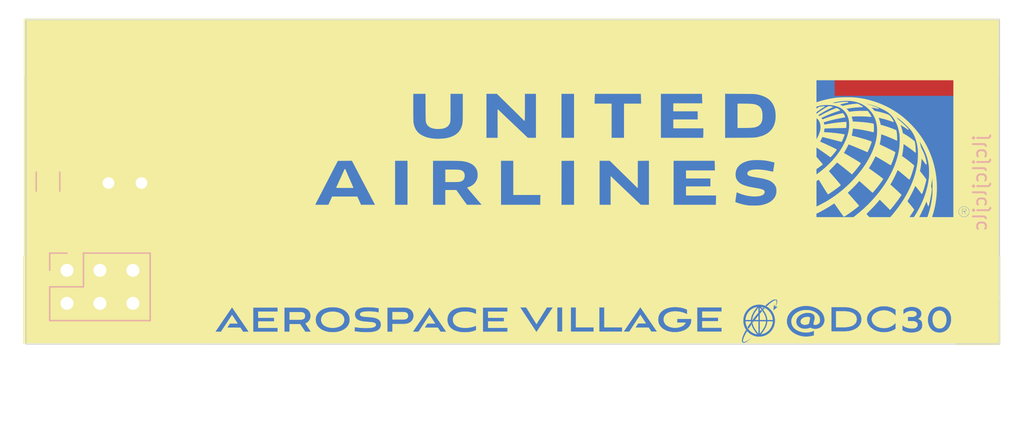
<source format=kicad_pcb>
(kicad_pcb (version 20220621) (generator pcbnew)
  (layers (0 "F.Cu" signal) (31 "B.Cu" signal) (34 "B.Paste" user) (35 "F.Paste" user) (36 "B.SilkS" user "B.Silkscreen") (37 "F.SilkS" user "F.Silkscreen") (38 "B.Mask" user) (39 "F.Mask" user) (44 "Edge.Cuts" user))
  (net 0 "")
  (net 1 "Net-(D1-K)")
  (net 2 "Net-(D1-A)")
  (net 3 "Net-(J1-Pin_1)")
  (footprint "LED_THT:LED_D5.0mm" (layer "F.Cu") (at 108.9 62.6 180)
    (fp_text reference "D1" hide)
    (fp_text value "LED")
  )
  (footprint "Connector_PinHeader_2.54mm:PinHeader_2x03_P2.54mm_Vertical" (layer "B.Cu") (at 103.16 69.33 -90)
    (fp_text reference "J1" hide)
    (fp_text value "Conn_02x03_Counter_Clockwise")
  )
  (footprint "Resistor_SMD:R_1206_3216Metric_Pad1.30x1.75mm_HandSolder" (layer "B.Cu") (at 101.7 62.5 -90)
    (fp_text reference "R1" hide)
    (fp_text value "R")
  )
  (gr_poly (pts (xy 157.007823 72.071153) (xy 157.021353 72.077643) (xy 157.007822 72.071153) (xy 156.994206 72.064836)) (stroke (width 0.03)) (fill solid) (layer "F.SilkS"))
  (gr_poly (pts (xy 156.823986 72.378603) (xy 156.824032 72.378647) (xy 156.824076 72.378691) (xy 156.824116 72.378734) (xy 156.824134 72.378756) (xy 156.824151 72.378778) (xy 156.824166 72.3788) (xy 156.824179 72.378821) (xy 156.824185 72.378834) (xy 156.824157 72.378865) (xy 156.823937 72.378559)) (stroke (width 0.03)) (fill solid) (layer "F.SilkS"))
  (gr_poly (pts (xy 156.421316 74.174336) (xy 156.353203 74.087651) (xy 156.285956 73.997782) (xy 156.221148 73.904829) (xy 156.19015 73.857227) (xy 156.160351 73.808893) (xy 156.131947 73.759837) (xy 156.105136 73.710074) (xy 156.080114 73.659615) (xy 156.057077 73.608473) (xy 156.036221 73.556661) (xy 156.017744 73.504192) (xy 156.001842 73.451077) (xy 155.988711 73.397329) (xy 156.012044 73.36534) (xy 156.03552 73.333452) (xy 156.082891 73.269973) (xy 156.421316 73.269973)) (stroke (width 0.03)) (fill solid) (layer "F.SilkS"))
  (gr_poly (pts (xy 155.979437 73.34874) (xy 155.98212 73.36437) (xy 155.985057 73.37995) (xy 155.988241 73.395453) (xy 155.985053 73.37995) (xy 155.982114 73.36437) (xy 155.97943 73.34874) (xy 155.977012 73.33311)) (stroke (width 0.03)) (fill solid) (layer "F.SilkS"))
  (gr_poly (pts (xy 172.279119 64.632867) (xy 172.288764 64.633076) (xy 172.307777 64.633877) (xy 172.326018 64.635143) (xy 172.342996 64.636819) (xy 172.35086 64.637792) (xy 172.358225 64.638847) (xy 172.36503 64.639977) (xy 172.371215 64.641173) (xy 172.376718 64.64243) (xy 172.381478 64.64374) (xy 172.385434 64.645096) (xy 172.388526 64.646491) (xy 172.391139 64.648026) (xy 172.393615 64.649752) (xy 172.395953 64.651658) (xy 172.398152 64.653734) (xy 172.40021 64.655968) (xy 172.402126 64.65835) (xy 172.403899 64.660869) (xy 172.405527 64.663512) (xy 172.407011 64.66627) (xy 172.408347 64.669132) (xy 172.409536 64.672086) (xy 172.410576 64.675121) (xy 172.411465 64.678227) (xy 172.412204 64.681392) (xy 172.412789 64.684606) (xy 172.413221 64.687857) (xy 172.413498 64.691134) (xy 172.413618 64.694426) (xy 172.413582 64.697723) (xy 172.413386 64.701014) (xy 172.413031 64.704286) (xy 172.412515 64.70753) (xy 172.411837 64.710734) (xy 172.410995 64.713888) (xy 172.409989 64.716979) (xy 172.408817 64.719998) (xy 172.407478 64.722934) (xy 172.405971 64.725774) (xy 172.404294 64.728509) (xy 172.402447 64.731127) (xy 172.400429 64.733617) (xy 172.398237 64.735969) (xy 172.396 64.737734) (xy 172.392924 64.739417) (xy 172.389039 64.741012) (xy 172.384377 64.742515) (xy 172.378968 64.743923) (xy 172.372844 64.74523) (xy 172.358578 64.747526) (xy 172.341827 64.749371) (xy 172.322843 64.750731) (xy 172.301876 64.751571) (xy 172.279176 64.751859) (xy 172.175977 64.751859) (xy 172.175977 64.632796) (xy 172.269465 64.632796)) (stroke (width 0.05)) (fill solid) (layer "F.SilkS"))
  (gr_poly (pts (xy 157.048164 72.091124) (xy 157.061435 72.098103) (xy 157.074604 72.105238) (xy 157.061435 72.098103) (xy 157.048164 72.091124) (xy 157.0401 72.087008)) (stroke (width 0.03)) (fill solid) (layer "F.SilkS"))
  (gr_poly (pts (xy 156.227828 72.270126) (xy 156.148679 72.378154) (xy 156.110195 72.434383) (xy 156.072893 72.492037) (xy 156.037115 72.551079) (xy 156.003203 72.61147) (xy 155.971499 72.673171) (xy 155.942345 72.736146) (xy 155.916083 72.800355) (xy 155.893054 72.865761) (xy 155.873601 72.932325) (xy 155.858065 73.000009) (xy 155.846788 73.068776) (xy 155.840112 73.138586) (xy 155.450445 73.138586) (xy 155.454154 73.092916) (xy 155.459762 73.047827) (xy 155.467227 73.003361) (xy 155.476509 72.959558) (xy 155.487567 72.916459) (xy 155.500359 72.874105) (xy 155.514846 72.832537) (xy 155.530984 72.791796) (xy 155.548735 72.751922) (xy 155.568056 72.712957) (xy 155.588908 72.674941) (xy 155.611248 72.637915) (xy 155.635036 72.60192) (xy 155.660231 72.566997) (xy 155.686791 72.533187) (xy 155.714677 72.50053) (xy 155.743847 72.469068) (xy 155.774259 72.438841) (xy 155.805874 72.409891) (xy 155.83865 72.382257) (xy 155.872546 72.355981) (xy 155.90752 72.331104) (xy 155.943533 72.307667) (xy 155.980543 72.28571) (xy 156.018509 72.265275) (xy 156.057391 72.246402) (xy 156.097146 72.229132) (xy 156.137735 72.213505) (xy 156.179116 72.199564) (xy 156.221249 72.187348) (xy 156.264091 72.176899) (xy 156.307603 72.168257)) (stroke (width 0.03)) (fill solid) (layer "F.SilkS"))
  (gr_poly (pts (xy 157.51826 73.315643) (xy 157.512666 73.360733) (xy 157.505212 73.4052) (xy 157.49594 73.449005) (xy 157.48489 73.492105) (xy 157.472105 73.534461) (xy 157.457624 73.576032) (xy 157.441489 73.616775) (xy 157.423741 73.656652) (xy 157.40442 73.695619) (xy 157.38357 73.733638) (xy 157.361229 73.770666) (xy 157.337439 73.806662) (xy 157.312242 73.841587) (xy 157.285678 73.875398) (xy 157.257789 73.908056) (xy 157.228615 73.939518) (xy 157.198198 73.969745) (xy 157.166578 73.998695) (xy 157.133797 74.026326) (xy 157.099896 74.0526) (xy 157.064916 74.077473) (xy 157.028897 74.100906) (xy 156.991882 74.122858) (xy 156.953911 74.143287) (xy 156.915025 74.162152) (xy 156.875265 74.179414) (xy 156.834672 74.19503) (xy 156.793288 74.20896) (xy 156.751153 74.221163) (xy 156.708309 74.231598) (xy 156.664796 74.240224) (xy 156.744575 74.138359) (xy 156.823732 74.030339) (xy 156.862222 73.974116) (xy 156.899531 73.916468) (xy 156.935315 73.857434) (xy 156.969235 73.79705) (xy 157.000946 73.735356) (xy 157.030107 73.672388) (xy 157.056376 73.608185) (xy 157.07941 73.542785) (xy 157.098869 73.476226) (xy 157.114409 73.408546) (xy 157.125688 73.339782) (xy 157.132365 73.269973) (xy 157.521954 73.269973)) (stroke (width 0.03)) (fill solid) (layer "F.SilkS"))
  (gr_rect (start 99.9 50) (end 174.937775 54.327622) (stroke (width 0.15)) (fill solid) (layer "F.SilkS"))
  (gr_poly (pts (xy 156.71946 72.456985) (xy 156.730989 72.47413) (xy 156.725192 72.465583) (xy 156.719457 72.456988) (xy 156.718388 72.4554)) (stroke (width 0.03)) (fill solid) (layer "F.SilkS"))
  (gr_poly (pts (xy 124.574039 61.541501) (xy 124.575956 61.543104) (xy 124.578325 61.545945) (xy 124.581112 61.54996) (xy 124.587816 61.561256) (xy 124.595809 61.576478) (xy 124.604835 61.595112) (xy 124.614634 61.616646) (xy 124.624949 61.640567) (xy 124.635522 61.666361) (xy 124.674286 61.758638) (xy 124.741784 61.914694) (xy 124.924987 62.330919) (xy 125.181277 62.909696) (xy 125.19957 62.952691) (xy 124.564389 62.952691) (xy 124.317761 62.952266) (xy 124.115794 62.95111) (xy 123.979328 62.949401) (xy 123.942173 62.948394) (xy 123.929208 62.947317) (xy 124.001578 62.786744) (xy 124.175576 62.408228) (xy 124.27673 62.187989) (xy 124.370022 61.982869) (xy 124.445086 61.815788) (xy 124.491551 61.709666) (xy 124.505766 61.676477) (xy 124.51948 61.645371) (xy 124.532359 61.61704) (xy 124.544072 61.592175) (xy 124.554285 61.571468) (xy 124.558726 61.562889) (xy 124.562667 61.555609) (xy 124.566067 61.549714) (xy 124.568885 61.54529) (xy 124.571078 61.542424) (xy 124.571928 61.541602) (xy 124.572606 61.541202) (xy 124.572606 61.541201) (xy 124.57326 61.541184)) (stroke (width 0.05)) (fill solid) (layer "F.SilkS"))
  (gr_poly (pts (xy 156.653426 72.365707) (xy 156.670251 72.388217) (xy 156.686946 72.410915) (xy 156.703477 72.433822) (xy 156.686944 72.410921) (xy 156.670247 72.388221) (xy 156.653422 72.365706) (xy 156.636506 72.343363)) (stroke (width 0.03)) (fill solid) (layer "F.SilkS"))
  (gr_poly (pts (xy 154.758769 75.029555) (xy 113.783372 75.029555) (xy 113.783372 74.071164) (xy 114.570854 74.071164) (xy 115.0285 74.071164) (xy 115.234844 73.752114) (xy 115.237246 73.752114) (xy 115.45669 73.418336) (xy 115.456293 73.418336) (xy 115.876578 72.77698) (xy 116.296475 73.418337) (xy 115.708681 73.418337) (xy 115.489237 73.752116) (xy 116.51398 73.752116) (xy 116.724278 74.071166) (xy 117.181924 74.071166) (xy 115.89715 72.188025) (xy 117.497021 72.188025) (xy 117.497021 74.071166) (xy 119.398843 74.071166) (xy 119.398843 74.071164) (xy 119.905246 74.071164) (xy 120.314059 74.071164) (xy 120.314059 73.482208) (xy 121.120521 73.482208) (xy 121.518171 74.071166) (xy 121.97574 74.071166) (xy 121.540805 73.422291) (xy 121.566727 73.411333) (xy 121.591667 73.399613) (xy 121.615635 73.387159) (xy 121.63864 73.373999) (xy 121.660695 73.360161) (xy 121.681809 73.345674) (xy 121.701993 73.330565) (xy 121.721257 73.314863) (xy 121.739612 73.298595) (xy 121.757068 73.281791) (xy 121.773636 73.264478) (xy 121.789325 73.246685) (xy 121.818113 73.209769) (xy 121.843515 73.17127) (xy 121.864775 73.132929) (xy 122.310293 73.132929) (xy 122.312005 73.188871) (xy 122.317086 73.243423) (xy 122.325456 73.29656) (xy 122.337031 73.348255) (xy 122.35173 73.398485) (xy 122.369472 73.447223) (xy 122.390175 73.494445) (xy 122.413756 73.540124) (xy 122.440135 73.584236) (xy 122.469229 73.626756) (xy 122.500956 73.667657) (xy 122.535235 73.706916) (xy 122.571984 73.744506) (xy 122.611121 73.780402) (xy 122.652565 73.814579) (xy 122.696234 73.847012) (xy 122.789918 73.906543) (xy 122.891519 73.958793) (xy 123.000383 74.00356) (xy 123.115856 74.040642) (xy 123.237284 74.069835) (xy 123.364013 74.090938) (xy 123.495387 74.103748) (xy 123.630754 74.108063) (xy 123.69921 74.106979) (xy 123.766709 74.103744) (xy 123.833172 74.098383) (xy 123.898519 74.090922) (xy 123.962669 74.081386) (xy 124.025544 74.069801) (xy 124.087064 74.056192) (xy 124.147148 74.040586) (xy 124.183949 74.02954) (xy 125.307552 74.02954) (xy 125.415234 74.04693) (xy 125.529276 74.062404) (xy 125.648265 74.075838) (xy 125.770788 74.087108) (xy 125.895433 74.096089) (xy 126.020784 74.102658) (xy 126.145431 74.106691) (xy 126.267958 74.108063) (xy 126.367357 74.107009) (xy 126.466592 74.103499) (xy 126.5648 74.097012) (xy 126.66112 74.087024) (xy 126.754688 74.073013) (xy 126.764374 74.071166) (xy 127.832437 74.071166) (xy 128.241248 74.071166) (xy 128.241248 74.071164) (xy 129.787045 74.071164) (xy 130.24508 74.071164) (xy 131.092779 72.77698) (xy 131.512677 73.418337) (xy 130.920929 73.418337) (xy 130.701485 73.752116) (xy 131.730182 73.752116) (xy 131.94048 74.071166) (xy 132.398126 74.071166) (xy 131.75833 73.133393) (xy 132.461999 73.133393) (xy 132.46352 73.191327) (xy 132.468059 73.24762) (xy 132.475578 73.302259) (xy 132.486038 73.355232) (xy 132.499403 73.406524) (xy 132.515633 73.456124) (xy 132.534692 73.504018) (xy 132.556542 73.550193) (xy 132.581144 73.594636) (xy 132.60846 73.637334) (xy 132.638454 73.678275) (xy 132.671087 73.717444) (xy 132.706321 73.75483) (xy 132.744119 73.790419) (xy 132.784442 73.824198) (xy 132.827252 73.856154) (xy 132.872513 73.886274) (xy 132.920185 73.914545) (xy 132.970232 73.940954) (xy 133.022615 73.965488) (xy 133.134239 74.008879) (xy 133.254753 74.044615) (xy 133.383856 74.07259) (xy 133.521245 74.092701) (xy 133.666616 74.104844) (xy 133.819667 74.108915) (xy 133.881641 74.108255) (xy 133.94242 74.106274) (xy 134.002035 74.102974) (xy 134.060521 74.098355) (xy 134.117909 74.092417) (xy 134.174232 74.085161) (xy 134.229523 74.076588) (xy 134.259287 74.071166) (xy 135.200436 74.071166) (xy 137.102645 74.071166) (xy 137.102645 73.74855) (xy 135.609635 73.74855) (xy 135.609635 73.268269) (xy 136.832352 73.268269) (xy 136.832352 72.971853) (xy 135.609635 72.971853) (xy 135.609635 72.514207) (xy 137.102645 72.514207) (xy 137.102645 72.188025) (xy 135.200436 72.188025) (xy 135.200436 74.071166) (xy 134.259287 74.071166) (xy 134.283814 74.066698) (xy 134.337137 74.055491) (xy 134.389526 74.04297) (xy 134.441012 74.029133) (xy 134.491629 74.013981) (xy 134.541408 73.997516) (xy 134.590383 73.979738) (xy 134.638586 73.960647) (xy 134.686049 73.940243) (xy 134.686049 73.575847) (xy 134.652648 73.593262) (xy 134.615815 73.610312) (xy 134.575725 73.626894) (xy 134.532555 73.642903) (xy 134.486481 73.658233) (xy 134.437678 73.67278) (xy 134.386324 73.686439) (xy 134.332594 73.699105) (xy 134.276664 73.710673) (xy 134.21871 73.721039) (xy 134.158908 73.730098) (xy 134.097435 73.737745) (xy 134.034467 73.743875) (xy 133.970179 73.748383) (xy 133.904747 73.751165) (xy 133.838349 73.752115) (xy 133.783177 73.751436) (xy 133.729516 73.749409) (xy 133.677383 73.746046) (xy 133.626792 73.741365) (xy 133.57776 73.735377) (xy 133.530302 73.728099) (xy 133.484434 73.719544) (xy 133.440172 73.709727) (xy 133.397532 73.698662) (xy 133.356528 73.686364) (xy 133.317178 73.672846) (xy 133.279497 73.658125) (xy 133.2435 73.642213) (xy 133.209203 73.625125) (xy 133.176623 73.606876) (xy 133.145774 73.58748) (xy 133.116673 73.566952) (xy 133.089335 73.545306) (xy 133.063776 73.522556) (xy 133.040012 73.498716) (xy 133.018059 73.473802) (xy 132.997932 73.447827) (xy 132.979647 73.420807) (xy 132.96322 73.392755) (xy 132.948667 73.363685) (xy 132.936002 73.333613) (xy 132.925243 73.302552) (xy 132.916405 73.270518) (xy 132.909504 73.237524) (xy 132.904555 73.203585) (xy 132.901573 73.168715) (xy 132.900576 73.132928) (xy 132.901584 73.097178) (xy 132.904596 73.062343) (xy 132.90959 73.028436) (xy 132.916548 72.995473) (xy 132.925448 72.963467) (xy 132.936272 72.932434) (xy 132.948999 72.902388) (xy 132.963609 72.873342) (xy 132.980082 72.845313) (xy 132.998399 72.818313) (xy 133.018538 72.792358) (xy 133.040482 72.767462) (xy 133.064208 72.74364) (xy 133.089698 72.720905) (xy 133.116931 72.699273) (xy 133.145887 72.678758) (xy 133.20889 72.641136) (xy 133.278547 72.608155) (xy 133.354697 72.57993) (xy 133.437182 72.556578) (xy 133.525841 72.538214) (xy 133.620514 72.524954) (xy 133.721041 72.516913) (xy 133.827264 72.514207) (xy 133.896697 72.515286) (xy 133.964312 72.518446) (xy 134.030049 72.523573) (xy 134.093849 72.53055) (xy 134.155651 72.539263) (xy 134.215396 72.549596) (xy 134.273024 72.561434) (xy 134.328475 72.574662) (xy 134.381689 72.589164) (xy 134.432605 72.604825) (xy 134.481165 72.62153) (xy 134.527308 72.639163) (xy 134.570975 72.657609) (xy 134.612104 72.676754) (xy 134.650637 72.696481) (xy 134.686514 72.716675) (xy 134.686514 72.330109) (xy 134.63909 72.309007) (xy 134.590994 72.289302) (xy 134.542179 72.270991) (xy 134.492596 72.254067) (xy 134.442197 72.238526) (xy 134.390933 72.224364) (xy 134.338756 72.211574) (xy 134.285618 72.200151) (xy 134.231472 72.190092) (xy 134.176267 72.18139) (xy 134.158805 72.179111) (xy 138.062896 72.179111) (xy 139.330881 74.1) (xy 139.355896 74.062329) (xy 140.921559 74.062329) (xy 141.330294 74.062329) (xy 141.968085 74.062329) (xy 143.750067 74.062329) (xy 144.159269 74.062329) (xy 145.940865 74.062329) (xy 145.940865 74.062328) (xy 146.027371 74.062328) (xy 146.485327 74.062328) (xy 147.333027 72.768066) (xy 147.752925 73.40981) (xy 147.161643 73.40981) (xy 146.942122 73.743589) (xy 147.970431 73.743589) (xy 148.180805 74.062329) (xy 148.638375 74.062329) (xy 147.993289 73.116958) (xy 148.698699 73.116958) (xy 148.700453 73.175541) (xy 148.705651 73.232442) (xy 148.714197 73.28765) (xy 148.725997 73.341154) (xy 148.740954 73.392941) (xy 148.758973 73.442999) (xy 148.779958 73.491318) (xy 148.803813 73.537885) (xy 148.830444 73.582689) (xy 148.859754 73.625718) (xy 148.891648 73.666961) (xy 148.92603 73.706405) (xy 148.962805 73.744038) (xy 149.001877 73.779851) (xy 149.043151 73.813829) (xy 149.08653 73.845963) (xy 149.13192 73.876239) (xy 149.179225 73.904647) (xy 149.279196 73.955811) (xy 149.385678 73.99936) (xy 149.497908 74.035201) (xy 149.615121 74.06324) (xy 149.736551 74.083384) (xy 149.861435 74.095538) (xy 149.989006 74.099611) (xy 150.052431 74.098656) (xy 150.11532 74.095797) (xy 150.177575 74.091042) (xy 150.239099 74.084397) (xy 150.299796 74.075871) (xy 150.359569 74.06547) (xy 150.374611 74.062329) (xy 151.703459 74.062329) (xy 153.605278 74.062329) (xy 153.605278 73.739636) (xy 152.112268 73.739636) (xy 152.112268 73.25982) (xy 153.335375 73.25982) (xy 153.335375 72.963327) (xy 152.112268 72.963327) (xy 152.112268 72.505758) (xy 153.605282 72.505758) (xy 153.605282 72.179111) (xy 151.703462 72.179111) (xy 151.703459 74.062329) (xy 150.374611 74.062329) (xy 150.418321 74.053202) (xy 150.475955 74.039076) (xy 150.532374 74.023097) (xy 150.587482 74.005275) (xy 150.641181 73.985615) (xy 150.693376 73.964127) (xy 150.743968 73.940816) (xy 150.792861 73.915692) (xy 150.839959 73.88876) (xy 150.885164 73.86003) (xy 150.928379 73.829508) (xy 150.969509 73.797201) (xy 151.008455 73.763118) (xy 151.045121 73.727265) (xy 151.079411 73.689651) (xy 151.111227 73.650282) (xy 151.140472 73.609167) (xy 151.16705 73.566312) (xy 151.190864 73.521726) (xy 151.211817 73.475415) (xy 151.229812 73.427387) (xy 151.244753 73.377651) (xy 151.256542 73.326212) (xy 151.265082 73.273079) (xy 151.270278 73.21826) (xy 151.272031 73.161761) (xy 151.27186 73.145922) (xy 151.271411 73.131779) (xy 151.270776 73.118941) (xy 151.270048 73.107016) (xy 151.268684 73.084335) (xy 151.268235 73.072797) (xy 151.268064 73.060604) (xy 150.161615 73.060604) (xy 150.161615 73.364618) (xy 150.810493 73.364618) (xy 150.797473 73.39144) (xy 150.783085 73.417076) (xy 150.767389 73.441549) (xy 150.750444 73.464881) (xy 150.732309 73.487093) (xy 150.713046 73.508207) (xy 150.692713 73.528245) (xy 150.67137 73.547229) (xy 150.649077 73.565182) (xy 150.625894 73.582124) (xy 150.577095 73.613065) (xy 150.525453 73.640229) (xy 150.471444 73.663789) (xy 150.415547 73.683922) (xy 150.358239 73.700802) (xy 150.3 73.714605) (xy 150.241306 73.725506) (xy 150.182636 73.733679) (xy 150.124467 73.739301) (xy 150.067278 73.742545) (xy 150.011547 73.743587) (xy 149.964799 73.742897) (xy 149.918867 73.740834) (xy 149.873795 73.737411) (xy 149.829626 73.732643) (xy 149.786405 73.726541) (xy 149.744175 73.71912) (xy 149.70298 73.710391) (xy 149.662865 73.700369) (xy 149.623871 73.689067) (xy 149.586044 73.676497) (xy 149.549428 73.662672) (xy 149.514065 73.647607) (xy 149.480001 73.631313) (xy 149.447278 73.613805) (xy 149.415941 73.595095) (xy 149.386033 73.575196) (xy 149.357598 73.554122) (xy 149.33068 73.531885) (xy 149.305323 73.508499) (xy 149.28157 73.483977) (xy 149.259466 73.458332) (xy 149.239055 73.431577) (xy 149.220379 73.403726) (xy 149.203483 73.37479) (xy 149.188411 73.344785) (xy 149.175206 73.313722) (xy 149.163913 73.281614) (xy 149.154574 73.248476) (xy 149.147235 73.21432) (xy 149.141938 73.179159) (xy 149.138728 73.143006) (xy 149.137648 73.105874) (xy 149.139081 73.062533) (xy 149.143305 73.021111) (xy 149.150208 72.981574) (xy 149.15968 72.943885) (xy 149.171609 72.908009) (xy 149.185883 72.873911) (xy 149.202392 72.841554) (xy 149.221024 72.810903) (xy 149.241667 72.781922) (xy 149.264211 72.754575) (xy 149.288543 72.728828) (xy 149.314554 72.704644) (xy 149.34213 72.681987) (xy 149.371162 72.660822) (xy 149.401536 72.641113) (xy 149.433144 72.622825) (xy 149.499609 72.590367) (xy 149.569667 72.563163) (xy 149.642427 72.540927) (xy 149.716999 72.523375) (xy 149.79249 72.510219) (xy 149.868011 72.501176) (xy 149.942671 72.495959) (xy 150.01558 72.494284) (xy 150.085644 72.495451) (xy 150.153763 72.498874) (xy 150.220019 72.504439) (xy 150.284495 72.512031) (xy 150.347272 72.521534) (xy 150.408435 72.532834) (xy 150.468064 72.545815) (xy 150.526244 72.560362) (xy 150.583056 72.57636) (xy 150.638584 72.593694) (xy 150.69291 72.612249) (xy 150.746116 72.63191) (xy 150.798285 72.652562) (xy 150.849501 72.674089) (xy 150.949399 72.719309) (xy 150.949399 72.355378) (xy 150.899316 72.331411) (xy 150.847639 72.308792) (xy 150.794439 72.287547) (xy 150.739787 72.267704) (xy 150.683754 72.249291) (xy 150.62641 72.232336) (xy 150.567827 72.216864) (xy 150.508076 72.202905) (xy 150.447227 72.190485) (xy 150.385352 72.179632) (xy 150.32252 72.170373) (xy 150.258804 72.162736) (xy 150.194274 72.156749) (xy 150.129001 72.152438) (xy 150.063056 72.149831) (xy 149.996509 72.148956) (xy 149.996517 72.148956) (xy 149.996521 72.148955) (xy 149.996525 72.148955) (xy 149.873773 72.152531) (xy 149.752292 72.163316) (xy 149.632997 72.181389) (xy 149.574457 72.193185) (xy 149.516808 72.206834) (xy 149.460164 72.222347) (xy 149.404641 72.239733) (xy 149.350353 72.259003) (xy 149.297414 72.280167) (xy 149.24594 72.303235) (xy 149.196045 72.328217) (xy 149.147843 72.355125) (xy 149.10145 72.383967) (xy 149.05698 72.414755) (xy 149.014548 72.447498) (xy 148.974269 72.482207) (xy 148.936257 72.518891) (xy 148.900626 72.557562) (xy 148.867493 72.59823) (xy 148.83697 72.640904) (xy 148.809173 72.685594) (xy 148.784218 72.732312) (xy 148.762217 72.781068) (xy 148.743287 72.831871) (xy 148.727541 72.884732) (xy 148.715094 72.93966) (xy 148.706062 72.996668) (xy 148.700559 73.055763) (xy 148.698699 73.116958) (xy 147.993289 73.116958) (xy 147.333027 72.149345) (xy 146.027371 74.062328) (xy 145.940865 74.062328) (xy 145.940865 73.70987) (xy 144.568002 73.70987) (xy 144.568002 72.179111) (xy 144.159269 72.179111) (xy 144.159269 74.062329) (xy 143.750067 74.062329) (xy 143.750067 73.70987) (xy 142.377284 73.70987) (xy 142.377284 72.179111) (xy 141.968085 72.179111) (xy 141.968085 74.062329) (xy 141.330294 74.062329) (xy 141.330294 72.179111) (xy 140.921559 72.179111) (xy 140.921559 74.062329) (xy 139.355896 74.062329) (xy 140.606462 72.179111) (xy 140.126181 72.179111) (xy 139.330881 73.454692) (xy 138.547052 72.179111) (xy 138.062896 72.179111) (xy 134.158805 72.179111) (xy 134.119957 72.174041) (xy 134.062493 72.168039) (xy 134.003827 72.16338) (xy 133.94391 72.160058) (xy 133.882694 72.158069) (xy 133.820132 72.157407) (xy 133.820132 72.157406) (xy 133.742629 72.158463) (xy 133.66701 72.161548) (xy 133.593313 72.166649) (xy 133.521576 72.173754) (xy 133.451836 72.182849) (xy 133.384131 72.193922) (xy 133.318499 72.206959) (xy 133.254978 72.221947) (xy 133.193606 72.238874) (xy 133.13442 72.257726) (xy 133.077458 72.278491) (xy 133.022759 72.301155) (xy 132.970359 72.325706) (xy 132.920297 72.352131) (xy 132.87261 72.380416) (xy 132.827336 72.410549) (xy 132.784513 72.442517) (xy 132.74418 72.476307) (xy 132.706372 72.511905) (xy 132.67113 72.5493) (xy 132.638489 72.588477) (xy 132.608488 72.629424) (xy 132.581166 72.672129) (xy 132.556559 72.716577) (xy 132.534705 72.762756) (xy 132.515642 72.810654) (xy 132.499409 72.860256) (xy 132.486042 72.911551) (xy 132.47558 72.964525) (xy 132.46806 73.019166) (xy 132.46352 73.075459) (xy 132.461999 73.133393) (xy 131.75833 73.133393) (xy 131.092779 72.157872) (xy 129.787045 74.071164) (xy 128.241248 74.071164) (xy 128.241248 73.467094) (xy 129.12662 73.467094) (xy 129.176274 73.466085) (xy 129.223973 73.463106) (xy 129.269744 73.458232) (xy 129.31361 73.451536) (xy 129.355596 73.443094) (xy 129.395727 73.432979) (xy 129.434029 73.421265) (xy 129.470524 73.408027) (xy 129.50524 73.393338) (xy 129.538199 73.377274) (xy 129.569428 73.359907) (xy 129.59895 73.341313) (xy 129.62679 73.321565) (xy 129.652974 73.300737) (xy 129.677526 73.278905) (xy 129.700471 73.256141) (xy 129.721833 73.23252) (xy 129.741637 73.208117) (xy 129.759909 73.183005) (xy 129.776672 73.157259) (xy 129.791952 73.130952) (xy 129.805774 73.104159) (xy 129.818161 73.076955) (xy 129.82914 73.049412) (xy 129.838734 73.021606) (xy 129.846968 72.993611) (xy 129.853868 72.965501) (xy 129.859458 72.937349) (xy 129.866806 72.881219) (xy 129.869211 72.825815) (xy 129.866871 72.770451) (xy 129.859572 72.714432) (xy 129.847116 72.658342) (xy 129.829307 72.602764) (xy 129.80595 72.548281) (xy 129.792129 72.521632) (xy 129.776847 72.495476) (xy 129.76008 72.469885) (xy 129.741802 72.444933) (xy 129.721991 72.420691) (xy 129.70062 72.397234) (xy 129.677665 72.374634) (xy 129.653103 72.352963) (xy 129.626907 72.332295) (xy 129.599054 72.312703) (xy 129.56952 72.294259) (xy 129.538279 72.277036) (xy 129.505307 72.261108) (xy 129.47058 72.246547) (xy 129.434073 72.233426) (xy 129.395761 72.221818) (xy 129.35562 72.211796) (xy 129.313626 72.203433) (xy 129.269753 72.196801) (xy 129.223978 72.191974) (xy 129.176275 72.189024) (xy 129.12662 72.188025) (xy 127.832437 72.188025) (xy 127.832437 74.071166) (xy 126.764374 74.071166) (xy 126.800171 74.064337) (xy 126.844643 74.054458) (xy 126.887997 74.043313) (xy 126.930123 74.030837) (xy 126.970916 74.016962) (xy 127.010266 74.001626) (xy 127.048066 73.984761) (xy 127.084209 73.966304) (xy 127.118586 73.946188) (xy 127.15109 73.924348) (xy 127.181613 73.900719) (xy 127.210048 73.875237) (xy 127.236285 73.847835) (xy 127.260219 73.818448) (xy 127.28174 73.787011) (xy 127.300741 73.753459) (xy 127.317115 73.717726) (xy 127.330754 73.679747) (xy 127.341549 73.639457) (xy 127.349393 73.596791) (xy 127.354179 73.551683) (xy 127.355798 73.504069) (xy 127.351206 73.426074) (xy 127.33775 73.355604) (xy 127.31602 73.292252) (xy 127.286607 73.23561) (xy 127.250103 73.185272) (xy 127.207097 73.140829) (xy 127.158182 73.101874) (xy 127.103947 73.068001) (xy 127.044984 73.038802) (xy 126.981883 73.01387) (xy 126.915236 72.992797) (xy 126.845634 72.975177) (xy 126.699925 72.948665) (xy 126.549485 72.931076) (xy 126.253318 72.909634) (xy 126.117045 72.899265) (xy 125.994949 72.884787) (xy 125.940695 72.874989) (xy 125.891757 72.862942) (xy 125.848727 72.848239) (xy 125.812195 72.830473) (xy 125.782753 72.809236) (xy 125.760992 72.784121) (xy 125.747502 72.754721) (xy 125.742874 72.720628) (xy 125.743841 72.703826) (xy 125.746703 72.687859) (xy 125.751397 72.672709) (xy 125.757861 72.658355) (xy 125.766034 72.644777) (xy 125.775854 72.631956) (xy 125.787259 72.619872) (xy 125.800188 72.608504) (xy 125.814578 72.597834) (xy 125.830368 72.587841) (xy 125.8659 72.569806) (xy 125.90629 72.554243) (xy 125.951044 72.540991) (xy 125.999668 72.529893) (xy 126.051666 72.520789) (xy 126.106546 72.513522) (xy 126.163813 72.507932) (xy 126.222972 72.50386) (xy 126.28353 72.501148) (xy 126.406864 72.499169) (xy 126.47063 72.499644) (xy 126.532437 72.501037) (xy 126.59227 72.503298) (xy 126.650113 72.506378) (xy 126.705952 72.510227) (xy 126.759772 72.514797) (xy 126.861292 72.525899) (xy 126.954552 72.539289) (xy 127.039431 72.554573) (xy 127.115808 72.571355) (xy 127.183561 72.589241) (xy 127.202243 72.247944) (xy 127.144284 72.234388) (xy 127.067483 72.219638) (xy 126.974135 72.20462) (xy 126.866531 72.190257) (xy 126.746965 72.177476) (xy 126.61773 72.167202) (xy 126.48112 72.160358) (xy 126.339427 72.157872) (xy 126.258327 72.158754) (xy 126.174689 72.161765) (xy 126.089587 72.167457) (xy 126.004091 72.17638) (xy 125.919274 72.189083) (xy 125.877455 72.197024) (xy 125.836208 72.206116) (xy 125.795667 72.216429) (xy 125.755965 72.228031) (xy 125.717238 72.24099) (xy 125.679618 72.255376) (xy 125.643239 72.271257) (xy 125.608237 72.288702) (xy 125.574744 72.30778) (xy 125.542895 72.32856) (xy 125.512824 72.35111) (xy 125.484665 72.375499) (xy 125.458552 72.401795) (xy 125.434618 72.430069) (xy 125.412999 72.460388) (xy 125.393827 72.49282) (xy 125.377237 72.527436) (xy 125.363362 72.564304) (xy 125.352338 72.603492) (xy 125.344298 72.645069) (xy 125.339375 72.689104) (xy 125.337705 72.735666) (xy 125.342342 72.81196) (xy 125.355859 72.880755) (xy 125.377663 72.942469) (xy 125.407163 72.997516) (xy 125.443767 73.046311) (xy 125.486883 73.089272) (xy 125.535918 73.126812) (xy 125.590281 73.159348) (xy 125.64938 73.187296) (xy 125.712623 73.21107) (xy 125.779418 73.231087) (xy 125.849172 73.247762) (xy 125.995193 73.272749) (xy 126.14595 73.289356) (xy 126.442728 73.310728) (xy 126.579277 73.322142) (xy 126.701619 73.338476) (xy 126.755982 73.349526) (xy 126.805017 73.363053) (xy 126.848133 73.379472) (xy 126.884737 73.399198) (xy 126.914237 73.422648) (xy 126.936041 73.450237) (xy 126.949558 73.482381) (xy 126.954195 73.519494) (xy 126.953172 73.538013) (xy 126.950142 73.555631) (xy 126.945161 73.572369) (xy 126.938288 73.588248) (xy 126.929581 73.603289) (xy 126.919097 73.61751) (xy 126.906893 73.630934) (xy 126.893027 73.643581) (xy 126.877558 73.655471) (xy 126.860542 73.666624) (xy 126.822101 73.686803) (xy 126.778166 73.704282) (xy 126.729198 73.719226) (xy 126.675658 73.731798) (xy 126.618008 73.742161) (xy 126.556708 73.750481) (xy 126.49222 73.75692) (xy 126.425004 73.761643) (xy 126.355523 73.764814) (xy 126.211605 73.767153) (xy 126.095092 73.765924) (xy 125.981446 73.762234) (xy 125.870005 73.756079) (xy 125.760103 73.747454) (xy 125.651075 73.736354) (xy 125.542256 73.722776) (xy 125.432983 73.706715) (xy 125.322589 73.688166) (xy 125.307552 74.02954) (xy 124.183949 74.02954) (xy 124.205717 74.023007) (xy 124.262691 74.003481) (xy 124.317991 73.982033) (xy 124.371536 73.958689) (xy 124.423247 73.933474) (xy 124.473044 73.906415) (xy 124.520847 73.877536) (xy 124.566577 73.846863) (xy 124.610153 73.814422) (xy 124.651496 73.780237) (xy 124.690526 73.744335) (xy 124.727163 73.706741) (xy 124.761328 73.667481) (xy 124.792941 73.62658) (xy 124.821922 73.584063) (xy 124.84819 73.539957) (xy 124.871667 73.494286) (xy 124.892273 73.447076) (xy 124.909928 73.398352) (xy 124.924551 73.348141) (xy 124.936064 73.296468) (xy 124.944386 73.243358) (xy 124.949438 73.188836) (xy 124.951139 73.132929) (xy 124.949439 73.076358) (xy 124.94439 73.021258) (xy 124.936073 72.967649) (xy 124.924567 72.915554) (xy 124.909952 72.864993) (xy 124.892307 72.815988) (xy 124.871712 72.768561) (xy 124.848246 72.722731) (xy 124.821989 72.678522) (xy 124.793021 72.635954) (xy 124.76142 72.595048) (xy 124.727268 72.555826) (xy 124.690642 72.51831) (xy 124.651624 72.48252) (xy 124.610291 72.448478) (xy 124.566725 72.416205) (xy 124.473208 72.357053) (xy 124.37171 72.305233) (xy 124.262867 72.260917) (xy 124.147315 72.224276) (xy 124.025691 72.19548) (xy 123.898632 72.174701) (xy 123.766775 72.162107) (xy 123.630754 72.157872) (xy 123.562613 72.158934) (xy 123.495387 72.162108) (xy 123.42916 72.16737) (xy 123.364013 72.174701) (xy 123.300027 72.184078) (xy 123.237284 72.19548) (xy 123.175867 72.208887) (xy 123.115856 72.224276) (xy 123.057334 72.241627) (xy 123.000383 72.260917) (xy 122.945084 72.282127) (xy 122.891519 72.305233) (xy 122.839769 72.330216) (xy 122.789918 72.357053) (xy 122.742045 72.385723) (xy 122.696234 72.416205) (xy 122.652565 72.448478) (xy 122.611121 72.48252) (xy 122.571984 72.51831) (xy 122.535235 72.555827) (xy 122.500956 72.595048) (xy 122.469229 72.635954) (xy 122.440135 72.678522) (xy 122.413756 72.722732) (xy 122.390175 72.768561) (xy 122.369472 72.815988) (xy 122.35173 72.864993) (xy 122.337031 72.915554) (xy 122.325456 72.967649) (xy 122.317086 73.021258) (xy 122.312005 73.076358) (xy 122.310293 73.132929) (xy 121.864775 73.132929) (xy 121.865615 73.131413) (xy 121.884496 73.090424) (xy 121.900243 73.048527) (xy 121.912939 73.005949) (xy 121.922668 72.962915) (xy 121.929513 72.919651) (xy 121.933559 72.876382) (xy 121.934889 72.833334) (xy 121.93248 72.777885) (xy 121.925119 72.721628) (xy 121.91261 72.665167) (xy 121.894757 72.609108) (xy 121.871362 72.554056) (xy 121.857525 72.527096) (xy 121.842228 72.500616) (xy 121.825447 72.47469) (xy 121.807158 72.449393) (xy 121.787335 72.424803) (xy 121.765955 72.400993) (xy 121.742992 72.378041) (xy 121.718423 72.356021) (xy 121.692221 72.335009) (xy 121.664363 72.315082) (xy 121.634824 72.296313) (xy 121.60358 72.27878) (xy 121.570605 72.262558) (xy 121.535876 72.247722) (xy 121.499367 72.234348) (xy 121.461054 72.222512) (xy 121.420912 72.21229) (xy 121.378917 72.203756) (xy 121.335044 72.196987) (xy 121.289269 72.192059) (xy 121.241566 72.189046) (xy 121.191911 72.188025) (xy 119.905246 72.188025) (xy 119.905246 74.071164) (xy 119.398843 74.071164) (xy 119.398843 73.74855) (xy 117.905833 73.74855) (xy 117.905833 73.268269) (xy 119.129014 73.268269) (xy 119.129014 72.971853) (xy 117.905833 72.971853) (xy 117.905833 72.514207) (xy 119.398843 72.514207) (xy 119.398843 72.188025) (xy 117.497021 72.188025) (xy 115.89715 72.188025) (xy 115.876578 72.157872) (xy 114.570854 74.071164) (xy 113.783372 74.071164) (xy 113.783372 71.423109) (xy 154.758769 71.423109)) (stroke (width 0.03)) (fill solid) (layer "F.SilkS"))
  (gr_poly (pts (xy 155.908524 73.583076) (xy 155.927281 73.632263) (xy 155.94778 73.680757) (xy 155.969878 73.72854) (xy 155.993431 73.775594) (xy 156.018297 73.821904) (xy 156.044333 73.867451) (xy 156.071395 73.912218) (xy 156.09934 73.956189) (xy 156.128026 73.999345) (xy 156.187046 74.083147) (xy 156.247311 74.163486) (xy 156.307676 74.240224) (xy 156.260026 74.230673) (xy 156.213187 74.218951) (xy 156.167213 74.205113) (xy 156.122158 74.189212) (xy 156.078074 74.171303) (xy 156.035015 74.151441) (xy 155.993036 74.129679) (xy 155.952188 74.106071) (xy 155.912527 74.080673) (xy 155.874105 74.053539) (xy 155.836977 74.024722) (xy 155.801194 73.994277) (xy 155.766812 73.962258) (xy 155.733884 73.928719) (xy 155.702463 73.893716) (xy 155.672602 73.857301) (xy 155.702798 73.810184) (xy 155.717989 73.786682) (xy 155.73337 73.763276) (xy 155.772468 73.705469) (xy 155.811905 73.647864) (xy 155.851645 73.59045) (xy 155.891651 73.533213)) (stroke (width 0.03)) (fill solid) (layer "F.SilkS"))
  (gr_poly (pts (xy 155.524646 73.987756) (xy 155.52673 73.990347) (xy 155.524646 73.987756) (xy 155.524332 73.987355)) (stroke (width 0.03)) (fill solid) (layer "F.SilkS"))
  (gr_poly (pts (xy 156.803649 72.202887) (xy 156.814022 72.206297) (xy 156.824347 72.209815) (xy 156.834622 72.213448) (xy 156.824347 72.209815) (xy 156.814021 72.206297) (xy 156.803647 72.202887) (xy 156.793231 72.199573)) (stroke (width 0.03)) (fill solid) (layer "F.SilkS"))
  (gr_poly (pts (xy 163.130032 72.492205) (xy 163.20838 72.496901) (xy 163.288185 72.505158) (xy 163.368433 72.517328) (xy 163.448104 72.533764) (xy 163.487406 72.543692) (xy 163.526183 72.554818) (xy 163.564308 72.567187) (xy 163.601653 72.580843) (xy 163.638092 72.595829) (xy 163.673497 72.612191) (xy 163.70774 72.629971) (xy 163.740696 72.649214) (xy 163.772237 72.669964) (xy 163.802236 72.692265) (xy 163.830565 72.71616) (xy 163.857098 72.741695) (xy 163.881707 72.768913) (xy 163.904265 72.797859) (xy 163.924646 72.828575) (xy 163.942722 72.861107) (xy 163.958365 72.895497) (xy 163.97145 72.931792) (xy 163.981848 72.970033) (xy 163.989432 73.010266) (xy 163.994076 73.052535) (xy 163.995652 73.096883) (xy 163.994076 73.141231) (xy 163.989432 73.1835) (xy 163.981847 73.223734) (xy 163.971449 73.261977) (xy 163.958365 73.298273) (xy 163.942721 73.332666) (xy 163.924646 73.3652) (xy 163.904265 73.395919) (xy 163.881706 73.424867) (xy 163.857097 73.452088) (xy 163.830564 73.477626) (xy 163.802235 73.501525) (xy 163.772236 73.52383) (xy 163.740695 73.544583) (xy 163.707739 73.56383) (xy 163.673495 73.581613) (xy 163.601651 73.612968) (xy 163.526181 73.639) (xy 163.448102 73.660061) (xy 163.368431 73.676503) (xy 163.288184 73.688678) (xy 163.208378 73.696939) (xy 163.130032 73.701637) (xy 163.054161 73.703125) (xy 162.417457 73.703125) (xy 162.417457 72.490718) (xy 163.054161 72.490718)) (stroke (width 0.03)) (fill solid) (layer "F.SilkS"))
  (gr_rect (start 171.7 71.3) (end 175 75) (stroke (width 0.15)) (fill solid) (layer "F.SilkS"))
  (gr_poly (pts (xy 156.999046 72.29004) (xy 157.057017 72.326026) (xy 157.112399 72.36566) (xy 157.165026 72.408778) (xy 157.214734 72.455217) (xy 157.26136 72.504814) (xy 157.304737 72.557406) (xy 157.344703 72.612829) (xy 157.381092 72.670921) (xy 157.41374 72.731519) (xy 157.442483 72.794459) (xy 157.467157 72.859579) (xy 157.487596 72.926714) (xy 157.503637 72.995702) (xy 157.515116 73.066381) (xy 157.521867 73.138586) (xy 157.132278 73.138586) (xy 157.127722 73.086185) (xy 157.120534 73.034366) (xy 157.110859 72.983143) (xy 157.098841 72.932533) (xy 157.084623 72.882553) (xy 157.068348 72.833217) (xy 157.050162 72.784542) (xy 157.030207 72.736544) (xy 157.008627 72.68924) (xy 156.985567 72.642644) (xy 156.961169 72.596774) (xy 156.935578 72.551645) (xy 156.908938 72.507274) (xy 156.881392 72.463676) (xy 156.853084 72.420867) (xy 156.824157 72.378865) (xy 156.824198 72.378865) (xy 156.82419 72.378843) (xy 156.824185 72.378834) (xy 156.852534 72.348357) (xy 156.881077 72.318033) (xy 156.909782 72.287875) (xy 156.938648 72.257864)) (stroke (width 0.03)) (fill solid) (layer "F.SilkS"))
  (gr_poly (pts (xy 155.521344 56.511356) (xy 155.618835 56.513068) (xy 155.707994 56.515594) (xy 155.789448 56.519009) (xy 155.86382 56.523386) (xy 155.931737 56.528803) (xy 155.993824 56.535332) (xy 156.050705 56.543049) (xy 156.103008 56.55203) (xy 156.151356 56.562348) (xy 156.196376 56.574079) (xy 156.238692 56.587297) (xy 156.27893 56.602078) (xy 156.317716 56.618497) (xy 156.355674 56.636628) (xy 156.405058 56.663782) (xy 156.450564 56.693641) (xy 156.492264 56.726372) (xy 156.530228 56.76214) (xy 156.56453 56.801114) (xy 156.595239 56.843459) (xy 156.622427 56.889342) (xy 156.646166 56.93893) (xy 156.666528 56.992391) (xy 156.683583 57.04989) (xy 156.697403 57.111594) (xy 156.70806 57.17767) (xy 156.715626 57.248285) (xy 156.72017 57.323605) (xy 156.721766 57.403798) (xy 156.720484 57.48903) (xy 156.718129 57.54804) (xy 156.714759 57.603117) (xy 156.710288 57.654513) (xy 156.704631 57.702482) (xy 156.697704 57.747274) (xy 156.68942 57.789143) (xy 156.679695 57.828341) (xy 156.668444 57.865119) (xy 156.655581 57.899729) (xy 156.648519 57.916301) (xy 156.641021 57.932425) (xy 156.633079 57.948134) (xy 156.62468 57.963458) (xy 156.606471 57.99308) (xy 156.58631 58.021544) (xy 156.564111 58.049102) (xy 156.53979 58.076005) (xy 156.513261 58.102507) (xy 156.491805 58.122211) (xy 156.469958 58.140726) (xy 156.447599 58.158106) (xy 156.424609 58.174402) (xy 156.40087 58.189667) (xy 156.376263 58.203954) (xy 156.350667 58.217316) (xy 156.323966 58.229805) (xy 156.296039 58.241474) (xy 156.266767 58.252376) (xy 156.236031 58.262562) (xy 156.203714 58.272086) (xy 156.169694 58.281001) (xy 156.133854 58.289359) (xy 156.096074 58.297212) (xy 156.056235 58.304613) (xy 156.018707 58.310157) (xy 155.972503 58.31492) (xy 155.915453 58.318992) (xy 155.845384 58.322463) (xy 155.657499 58.32796) (xy 155.391471 58.332131) (xy 154.845768 58.33872) (xy 154.845768 56.510072) (xy 155.298865 56.510072)) (stroke (width 0.05)) (fill solid) (layer "F.SilkS"))
  (gr_poly (pts (xy 129.070998 72.544816) (xy 129.099928 72.54616) (xy 129.127331 72.548358) (xy 129.153248 72.551375) (xy 129.177717 72.555175) (xy 129.200777 72.559723) (xy 129.222467 72.564984) (xy 129.242827 72.570924) (xy 129.261896 72.577507) (xy 129.279713 72.584698) (xy 129.296317 72.592463) (xy 129.311747 72.600765) (xy 129.326043 72.60957) (xy 129.339243 72.618843) (xy 129.351388 72.628549) (xy 129.362515 72.638653) (xy 129.372664 72.64912) (xy 129.381875 72.659914) (xy 129.390186 72.671001) (xy 129.397637 72.682346) (xy 129.404267 72.693913) (xy 129.410114 72.705668) (xy 129.415219 72.717575) (xy 129.41962 72.729599) (xy 129.423357 72.741706) (xy 129.426468 72.75386) (xy 129.430972 72.77817) (xy 129.433444 72.802249) (xy 129.434199 72.825815) (xy 129.433444 72.85001) (xy 129.430972 72.874636) (xy 129.426468 72.899419) (xy 129.41962 72.924083) (xy 129.410114 72.948355) (xy 129.397637 72.971958) (xy 129.390186 72.983424) (xy 129.381875 72.994619) (xy 129.372664 73.005509) (xy 129.362515 73.016061) (xy 129.351388 73.02624) (xy 129.339243 73.036011) (xy 129.326043 73.04534) (xy 129.311747 73.054192) (xy 129.296317 73.062534) (xy 129.279713 73.070331) (xy 129.261896 73.077548) (xy 129.242827 73.084152) (xy 129.222467 73.090107) (xy 129.200777 73.09538) (xy 129.177717 73.099936) (xy 129.153248 73.103741) (xy 129.127331 73.10676) (xy 129.099928 73.108959) (xy 129.070998 73.110303) (xy 129.040502 73.110759) (xy 128.241636 73.110759) (xy 128.241636 72.54436) (xy 129.040502 72.54436)) (stroke (width 0.03)) (fill solid) (layer "F.SilkS"))
  (gr_rect (start 99.862226 68.272378) (end 175 71.5) (stroke (width 0.15)) (fill solid) (layer "F.SilkS"))
  (gr_poly (pts (xy 156.572464 72.260873) (xy 156.593853 72.288081) (xy 156.615213 72.315587) (xy 156.636506 72.343363) (xy 156.614986 72.366095) (xy 156.593599 72.388961) (xy 156.551083 72.434908) (xy 156.551083 72.23399)) (stroke (width 0.03)) (fill solid) (layer "F.SilkS"))
  (gr_poly (pts (xy 171.883543 75.029555) (xy 154.758778 75.029555) (xy 154.758778 74.733478) (xy 155.145422 74.733478) (xy 155.145624 74.746819) (xy 155.146287 74.760338) (xy 155.147508 74.774057) (xy 155.148358 74.780998) (xy 155.149383 74.787996) (xy 155.150595 74.795056) (xy 155.152006 74.802178) (xy 155.153629 74.809366) (xy 155.155476 74.816623) (xy 155.158178 74.824072) (xy 155.160943 74.831483) (xy 155.163804 74.838829) (xy 155.16528 74.842467) (xy 155.166792 74.846078) (xy 155.16884 74.849742) (xy 155.170977 74.853405) (xy 155.173189 74.857061) (xy 155.175464 74.860707) (xy 155.177789 74.864335) (xy 155.18015 74.867942) (xy 155.184933 74.875068) (xy 155.187962 74.878327) (xy 155.191053 74.881566) (xy 155.194202 74.884774) (xy 155.197405 74.887937) (xy 155.200657 74.891042) (xy 155.203955 74.894075) (xy 155.207295 74.897023) (xy 155.210673 74.899873) (xy 155.214419 74.902474) (xy 155.218201 74.904947) (xy 155.222021 74.907291) (xy 155.225881 74.909504) (xy 155.229783 74.911584) (xy 155.233728 74.913528) (xy 155.237718 74.915336) (xy 155.241755 74.917004) (xy 155.249963 74.919816) (xy 155.25807 74.922144) (xy 155.266074 74.924018) (xy 155.273973 74.925466) (xy 155.281765 74.926518) (xy 155.289447 74.927202) (xy 155.297017 74.927547) (xy 155.304473 74.927583) (xy 155.311812 74.927337) (xy 155.319033 74.92684) (xy 155.326132 74.926119) (xy 155.333108 74.925204) (xy 155.339958 74.924124) (xy 155.34668 74.922908) (xy 155.35973 74.920182) (xy 155.366177 74.918625) (xy 155.372531 74.916952) (xy 155.378796 74.91517) (xy 155.384976 74.913286) (xy 155.397102 74.909232) (xy 155.408942 74.90484) (xy 155.420533 74.900155) (xy 155.431907 74.895228) (xy 155.443101 74.890105) (xy 155.454148 74.884835) (xy 155.475734 74.873713) (xy 155.496833 74.862085) (xy 155.517489 74.849997) (xy 155.537745 74.837497) (xy 155.557642 74.824631) (xy 155.577224 74.811445) (xy 155.596533 74.797985) (xy 155.615611 74.784299) (xy 155.634472 74.770452) (xy 155.653106 74.756358) (xy 155.67152 74.742032) (xy 155.689726 74.72749) (xy 155.707731 74.712748) (xy 155.725546 74.697823) (xy 155.743181 74.68273) (xy 155.760644 74.667484) (xy 155.79531 74.63676) (xy 155.829415 74.60548) (xy 155.862996 74.573692) (xy 155.896091 74.541442) (xy 155.928736 74.508775) (xy 155.960969 74.475739) (xy 155.992827 74.442378) (xy 156.024348 74.408741) (xy 155.952592 74.466411) (xy 155.880057 74.522887) (xy 155.84348 74.550614) (xy 155.806688 74.577965) (xy 155.769674 74.604916) (xy 155.732432 74.63144) (xy 155.694801 74.657063) (xy 155.65687 74.68233) (xy 155.618612 74.706953) (xy 155.579998 74.730642) (xy 155.541002 74.753107) (xy 155.501595 74.774059) (xy 155.481729 74.783877) (xy 155.461749 74.793209) (xy 155.441653 74.802017) (xy 155.421437 74.810266) (xy 155.41137 74.813974) (xy 155.401295 74.817487) (xy 155.391234 74.820775) (xy 155.381208 74.823809) (xy 155.37124 74.82656) (xy 155.361353 74.828999) (xy 155.351568 74.831097) (xy 155.341909 74.832823) (xy 155.337134 74.833556) (xy 155.332406 74.834155) (xy 155.327739 74.834621) (xy 155.323147 74.834954) (xy 155.318644 74.835153) (xy 155.314243 74.83522) (xy 155.309959 74.835153) (xy 155.305804 74.834953) (xy 155.301793 74.83462) (xy 155.297939 74.834154) (xy 155.294256 74.833555) (xy 155.290758 74.832822) (xy 155.287458 74.831956) (xy 155.284371 74.830957) (xy 155.28151 74.829825) (xy 155.278889 74.82856) (xy 155.276562 74.827251) (xy 155.274371 74.825847) (xy 155.272308 74.824338) (xy 155.270369 74.822714) (xy 155.268548 74.820963) (xy 155.266838 74.819075) (xy 155.265233 74.81704) (xy 155.263728 74.814846) (xy 155.262316 74.812484) (xy 155.260992 74.809943) (xy 155.25975 74.807213) (xy 155.258583 74.804282) (xy 155.257486 74.80114) (xy 155.256453 74.797777) (xy 155.255478 74.794182) (xy 155.254554 74.790345) (xy 155.25388 74.786359) (xy 155.253313 74.782263) (xy 155.252851 74.778064) (xy 155.252489 74.773768) (xy 155.252049 74.764912) (xy 155.251964 74.755745) (xy 155.252203 74.74632) (xy 155.252734 74.73669) (xy 155.253529 74.726904) (xy 155.254554 74.717016) (xy 155.258182 74.696658) (xy 155.262448 74.676214) (xy 155.267318 74.655697) (xy 155.272754 74.635121) (xy 155.278722 74.614501) (xy 155.285185 74.593849) (xy 155.299452 74.552507) (xy 155.315267 74.511207) (xy 155.332343 74.47006) (xy 155.350391 74.429175) (xy 155.369123 74.388664) (xy 155.388636 74.348256) (xy 155.408886 74.308116) (xy 155.429779 74.26821) (xy 155.451218 74.228505) (xy 155.495348 74.14956) (xy 155.540506 74.071009) (xy 155.546113 74.061617) (xy 155.551825 74.05227) (xy 155.557555 74.042933) (xy 155.56322 74.03357) (xy 155.60679 74.080786) (xy 155.652691 74.125671) (xy 155.700828 74.168125) (xy 155.751104 74.208051) (xy 155.803423 74.245348) (xy 155.857689 74.279919) (xy 155.913805 74.311666) (xy 155.971676 74.340489) (xy 156.031205 74.366291) (xy 156.092297 74.388972) (xy 156.154854 74.408434) (xy 156.218781 74.424578) (xy 156.283982 74.437306) (xy 156.35036 74.44652) (xy 156.417819 74.45212) (xy 156.486264 74.454009) (xy 156.549796 74.452384) (xy 156.61249 74.447561) (xy 156.674268 74.439618) (xy 156.735053 74.428633) (xy 156.794767 74.414685) (xy 156.853333 74.397853) (xy 156.910674 74.378213) (xy 156.966713 74.355846) (xy 157.021373 74.330829) (xy 157.074575 74.303241) (xy 157.126243 74.273159) (xy 157.1763 74.240662) (xy 157.224669 74.205829) (xy 157.271271 74.168738) (xy 157.31603 74.129467) (xy 157.358869 74.088094) (xy 157.39971 74.044698) (xy 157.438477 73.999357) (xy 157.475091 73.95215) (xy 157.509475 73.903155) (xy 157.541553 73.852449) (xy 157.571246 73.800112) (xy 157.598479 73.746222) (xy 157.623173 73.690857) (xy 157.645251 73.634096) (xy 157.664636 73.576016) (xy 157.681251 73.516696) (xy 157.695018 73.456215) (xy 157.70586 73.39465) (xy 157.7137 73.332081) (xy 157.718461 73.268585) (xy 157.719025 73.245943) (xy 158.610873 73.245943) (xy 158.613004 73.311955) (xy 158.619311 73.376609) (xy 158.629663 73.439856) (xy 158.64393 73.501648) (xy 158.661983 73.561937) (xy 158.68369 73.620674) (xy 158.708922 73.677811) (xy 158.737548 73.733299) (xy 158.769438 73.787091) (xy 158.804462 73.839138) (xy 158.84249 73.889392) (xy 158.883391 73.937803) (xy 158.927036 73.984324) (xy 158.973294 74.028907) (xy 159.022035 74.071503) (xy 159.073128 74.112064) (xy 159.181853 74.186886) (xy 159.298425 74.252987) (xy 159.421805 74.30998) (xy 159.550949 74.357478) (xy 159.684817 74.395095) (xy 159.822367 74.422443) (xy 159.962557 74.439135) (xy 160.104345 74.444785) (xy 160.160966 74.443351) (xy 160.227747 74.439021) (xy 160.302465 74.431756) (xy 160.382899 74.421515) (xy 160.466825 74.408257) (xy 160.552021 74.391943) (xy 160.636264 74.372532) (xy 160.677334 74.361653) (xy 160.717332 74.349984) (xy 160.717332 74.041786) (xy 162.04492 74.041786) (xy 163.08462 74.041786) (xy 163.192353 74.03869) (xy 163.30259 74.029244) (xy 163.414029 74.013209) (xy 163.525364 73.990347) (xy 163.63529 73.960421) (xy 163.689317 73.942734) (xy 163.742503 73.923192) (xy 163.794684 73.901765) (xy 163.845697 73.878423) (xy 163.89538 73.853136) (xy 163.943568 73.825874) (xy 163.9901 73.796608) (xy 164.034812 73.765309) (xy 164.077541 73.731945) (xy 164.118123 73.696488) (xy 164.156396 73.658908) (xy 164.192197 73.619175) (xy 164.225362 73.577259) (xy 164.255728 73.533131) (xy 164.283133 73.48676) (xy 164.307413 73.438118) (xy 164.328405 73.387173) (xy 164.345946 73.333897) (xy 164.359873 73.27826) (xy 164.370023 73.220232) (xy 164.376232 73.159782) (xy 164.378338 73.096883) (xy 164.784745 73.096883) (xy 164.786468 73.148952) (xy 164.79158 73.200343) (xy 164.8 73.25099) (xy 164.811644 73.300832) (xy 164.826432 73.349802) (xy 164.844279 73.397839) (xy 164.865104 73.444877) (xy 164.888824 73.490853) (xy 164.915356 73.535703) (xy 164.944619 73.579363) (xy 164.97653 73.621769) (xy 165.011006 73.662858) (xy 165.047965 73.702565) (xy 165.087325 73.740827) (xy 165.172915 73.812758) (xy 165.267117 73.878141) (xy 165.369272 73.936464) (xy 165.478719 73.987217) (xy 165.594801 74.029888) (xy 165.716855 74.063967) (xy 165.844224 74.088941) (xy 165.976247 74.104301) (xy 166.112265 74.109534) (xy 166.174247 74.108389) (xy 166.235699 74.104977) (xy 166.296565 74.099334) (xy 166.356792 74.091493) (xy 166.416324 74.081489) (xy 166.475106 74.069357) (xy 166.533086 74.055131) (xy 166.590206 74.038847) (xy 166.646414 74.020539) (xy 166.701655 74.000241) (xy 166.755874 73.977989) (xy 166.809016 73.953817) (xy 166.836266 73.940165) (xy 167.517764 73.940165) (xy 167.548297 73.964657) (xy 167.582482 73.987355) (xy 167.619922 74.008288) (xy 167.660219 74.027485) (xy 167.702978 74.044976) (xy 167.747801 74.06079) (xy 167.794291 74.074958) (xy 167.84205 74.087509) (xy 167.890683 74.098472) (xy 167.939793 74.107878) (xy 167.988981 74.115755) (xy 168.037851 74.122133) (xy 168.086007 74.127043) (xy 168.133051 74.130513) (xy 168.178587 74.132573) (xy 168.222216 74.133254) (xy 168.309301 74.131289) (xy 168.39375 74.125321) (xy 168.475152 74.115234) (xy 168.514582 74.10861) (xy 168.553096 74.100914) (xy 168.590642 74.092132) (xy 168.62717 74.082249) (xy 168.662626 74.07125) (xy 168.696962 74.059123) (xy 168.730123 74.045851) (xy 168.76206 74.031422) (xy 168.792721 74.015821) (xy 168.822054 73.999034) (xy 168.850008 73.981046) (xy 168.876531 73.961843) (xy 168.901572 73.941412) (xy 168.92508 73.919737) (xy 168.947003 73.896804) (xy 168.967289 73.8726) (xy 168.985888 73.847109) (xy 169.002747 73.820319) (xy 169.017815 73.792214) (xy 169.031042 73.76278) (xy 169.042374 73.732003) (xy 169.051762 73.699869) (xy 169.059153 73.666363) (xy 169.064496 73.631472) (xy 169.067739 73.59518) (xy 169.068832 73.557475) (xy 169.067675 73.503108) (xy 169.066223 73.477497) (xy 169.064182 73.4529) (xy 169.061548 73.42929) (xy 169.058317 73.406641) (xy 169.054484 73.384927) (xy 169.050046 73.364123) (xy 169.044997 73.344202) (xy 169.039334 73.325138) (xy 169.033052 73.306904) (xy 169.026147 73.289476) (xy 169.018614 73.272827) (xy 169.010449 73.256931) (xy 169.001648 73.241761) (xy 168.992206 73.227293) (xy 168.98212 73.213498) (xy 168.971384 73.200353) (xy 168.959995 73.18783) (xy 168.947947 73.175904) (xy 168.935238 73.164548) (xy 168.921861 73.153736) (xy 168.913668 73.147732) (xy 169.475239 73.147732) (xy 169.478773 73.2414) (xy 169.489382 73.333986) (xy 169.497342 73.379659) (xy 169.507075 73.424806) (xy 169.518582 73.469339) (xy 169.531863 73.513175) (xy 169.54692 73.556226) (xy 169.563755 73.598409) (xy 169.582368 73.639636) (xy 169.602761 73.679823) (xy 169.624935 73.718883) (xy 169.648891 73.756732) (xy 169.674631 73.793284) (xy 169.702155 73.828453) (xy 169.731465 73.862153) (xy 169.762562 73.894299) (xy 169.795448 73.924806) (xy 169.830123 73.953588) (xy 169.86659 73.980559) (xy 169.904848 74.005633) (xy 169.9449 74.028726) (xy 169.986746 74.049751) (xy 170.030388 74.068623) (xy 170.075827 74.085256) (xy 170.123064 74.099566) (xy 170.172101 74.111465) (xy 170.222938 74.120869) (xy 170.275577 74.127692) (xy 170.33002 74.131849) (xy 170.386267 74.133254) (xy 170.440716 74.131742) (xy 170.493569 74.127271) (xy 170.544817 74.119939) (xy 170.594452 74.109843) (xy 170.642465 74.097081) (xy 170.688846 74.081749) (xy 170.733588 74.063945) (xy 170.776682 74.043767) (xy 170.818119 74.021312) (xy 170.85789 73.996677) (xy 170.895987 73.969959) (xy 170.932401 73.941257) (xy 170.967123 73.910666) (xy 171.000145 73.878286) (xy 171.031458 73.844212) (xy 171.061053 73.808543) (xy 171.088922 73.771376) (xy 171.115056 73.732808) (xy 171.139446 73.692936) (xy 171.162083 73.651859) (xy 171.202066 73.566474) (xy 171.234935 73.477434) (xy 171.260621 73.385517) (xy 171.279054 73.291502) (xy 171.290165 73.196168) (xy 171.293884 73.100293) (xy 171.290351 73.00655) (xy 171.279749 72.91375) (xy 171.271795 72.867924) (xy 171.262073 72.822598) (xy 171.25058 72.77786) (xy 171.237317 72.733797) (xy 171.222283 72.690499) (xy 171.205478 72.648053) (xy 171.1869 72.606547) (xy 171.166549 72.566069) (xy 171.144425 72.526708) (xy 171.120526 72.488551) (xy 171.094853 72.451686) (xy 171.067405 72.416201) (xy 171.03818 72.382185) (xy 171.007179 72.349726) (xy 170.9744 72.318911) (xy 170.939844 72.289828) (xy 170.903509 72.262566) (xy 170.865395 72.237213) (xy 170.825501 72.213857) (xy 170.783827 72.192585) (xy 170.740372 72.173486) (xy 170.695136 72.156648) (xy 170.648117 72.142159) (xy 170.599315 72.130107) (xy 170.54873 72.120579) (xy 170.49636 72.113665) (xy 170.442206 72.109452) (xy 170.386267 72.108028) (xy 170.331509 72.10956) (xy 170.278368 72.114086) (xy 170.226849 72.121509) (xy 170.176962 72.131728) (xy 170.128714 72.144644) (xy 170.082114 72.160155) (xy 170.03717 72.178163) (xy 169.993889 72.198568) (xy 169.95228 72.22127) (xy 169.912351 72.246169) (xy 169.87411 72.273166) (xy 169.837565 72.302159) (xy 169.802723 72.33305) (xy 169.769594 72.365739) (xy 169.738185 72.400126) (xy 169.708505 72.436111) (xy 169.68056 72.473594) (xy 169.65436 72.512475) (xy 169.629913 72.552655) (xy 169.607226 72.594033) (xy 169.567165 72.679987) (xy 169.534244 72.769538) (xy 169.508526 72.861886) (xy 169.490076 72.956234) (xy 169.478959 73.051782) (xy 169.475239 73.147732) (xy 168.913668 73.147732) (xy 168.907814 73.143443) (xy 168.893092 73.133642) (xy 168.877689 73.124307) (xy 168.861603 73.115413) (xy 168.844829 73.106932) (xy 168.827362 73.09884) (xy 168.790332 73.083715) (xy 168.75048 73.06983) (xy 168.783394 73.053285) (xy 168.813611 73.035421) (xy 168.841209 73.016266) (xy 168.866267 72.995851) (xy 168.888866 72.974206) (xy 168.909084 72.95136) (xy 168.927 72.927343) (xy 168.942694 72.902185) (xy 168.956245 72.875916) (xy 168.967732 72.848566) (xy 168.977234 72.820164) (xy 168.984831 72.79074) (xy 168.990602 72.760324) (xy 168.994626 72.728945) (xy 168.996983 72.696634) (xy 168.99775 72.663421) (xy 168.996776 72.633589) (xy 168.993883 72.604429) (xy 168.98912 72.57596) (xy 168.982531 72.5482) (xy 168.974164 72.521166) (xy 168.964065 72.494877) (xy 168.95228 72.46935) (xy 168.938857 72.444604) (xy 168.923841 72.420656) (xy 168.90728 72.397525) (xy 168.889219 72.375229) (xy 168.869705 72.353785) (xy 168.848785 72.333212) (xy 168.826505 72.313527) (xy 168.778051 72.276896) (xy 168.724715 72.244035) (xy 168.666871 72.215088) (xy 168.604888 72.190199) (xy 168.539141 72.169513) (xy 168.47 72.153173) (xy 168.397838 72.141323) (xy 168.323026 72.134108) (xy 168.245938 72.13167) (xy 168.199008 72.132623) (xy 168.15117 72.135481) (xy 168.102786 72.140245) (xy 168.054219 72.146914) (xy 168.005831 72.155488) (xy 167.957983 72.165967) (xy 167.911038 72.178352) (xy 167.865359 72.192641) (xy 167.821306 72.208835) (xy 167.779243 72.226935) (xy 167.739532 72.246939) (xy 167.702534 72.268848) (xy 167.685166 72.280517) (xy 167.668612 72.292662) (xy 167.652918 72.305283) (xy 167.638128 72.318381) (xy 167.624289 72.331954) (xy 167.611445 72.346004) (xy 167.599641 72.36053) (xy 167.588923 72.375531) (xy 167.588923 72.737912) (xy 167.62015 72.708601) (xy 167.652846 72.680425) (xy 167.686969 72.653489) (xy 167.722482 72.627898) (xy 167.759343 72.603755) (xy 167.797514 72.581165) (xy 167.836954 72.560232) (xy 167.877625 72.54106) (xy 167.919486 72.523754) (xy 167.962499 72.508417) (xy 168.006623 72.495153) (xy 168.051819 72.484068) (xy 168.098046 72.475264) (xy 168.145267 72.468847) (xy 168.19344 72.46492) (xy 168.242527 72.463588) (xy 168.266539 72.463912) (xy 168.289685 72.46487) (xy 168.311972 72.46644) (xy 168.333405 72.468602) (xy 168.353993 72.471335) (xy 168.373742 72.474617) (xy 168.392658 72.478427) (xy 168.41075 72.482745) (xy 168.428022 72.487549) (xy 168.444483 72.492818) (xy 168.460139 72.498531) (xy 168.474997 72.504667) (xy 168.489064 72.511205) (xy 168.502346 72.518124) (xy 168.51485 72.525402) (xy 168.526584 72.533019) (xy 168.537554 72.540953) (xy 168.547766 72.549184) (xy 168.557228 72.55769) (xy 168.565947 72.566451) (xy 168.573929 72.575444) (xy 168.581181 72.58465) (xy 168.58771 72.594046) (xy 168.593523 72.603613) (xy 168.598627 72.613328) (xy 168.603027 72.623171) (xy 168.606732 72.63312) (xy 168.609748 72.643155) (xy 168.612082 72.653255) (xy 168.613741 72.663398) (xy 168.614731 72.673563) (xy 168.61506 72.68373) (xy 168.613628 72.704695) (xy 168.609324 72.725566) (xy 168.602132 72.746168) (xy 168.592037 72.766329) (xy 168.579026 72.785874) (xy 168.563082 72.804631) (xy 168.544191 72.822425) (xy 168.522338 72.839082) (xy 168.497509 72.85443) (xy 168.469688 72.868295) (xy 168.438862 72.880503) (xy 168.405014 72.89088) (xy 168.36813 72.899254) (xy 168.328196 72.90545) (xy 168.285197 72.909295) (xy 168.239117 72.910615) (xy 167.937739 72.910615) (xy 167.937739 73.245943) (xy 168.239117 73.245943) (xy 168.268715 73.246307) (xy 168.297194 73.247381) (xy 168.324566 73.249144) (xy 168.350842 73.251572) (xy 168.376034 73.254643) (xy 168.400154 73.258333) (xy 168.423214 73.262619) (xy 168.445225 73.267479) (xy 168.4662 73.27289) (xy 168.486149 73.278828) (xy 168.505086 73.285272) (xy 168.523021 73.292197) (xy 168.539966 73.29958) (xy 168.555933 73.3074) (xy 168.570934 73.315633) (xy 168.584981 73.324256) (xy 168.598086 73.333246) (xy 168.610259 73.34258) (xy 168.621514 73.352235) (xy 168.631861 73.362189) (xy 168.641313 73.372418) (xy 168.649881 73.382899) (xy 168.657578 73.39361) (xy 168.664414 73.404528) (xy 168.670402 73.415629) (xy 168.675553 73.42689) (xy 168.67988 73.438289) (xy 168.683393 73.449803) (xy 168.686105 73.461409) (xy 168.688028 73.473084) (xy 168.689173 73.484805) (xy 168.689552 73.496548) (xy 168.688141 73.531225) (xy 168.683818 73.564096) (xy 168.676449 73.595101) (xy 168.67158 73.609885) (xy 168.6659 73.624181) (xy 168.659392 73.637981) (xy 168.652038 73.651277) (xy 168.643822 73.664062) (xy 168.634728 73.676329) (xy 168.624738 73.688069) (xy 168.613836 73.699277) (xy 168.602005 73.709943) (xy 168.589229 73.720062) (xy 168.57549 73.729625) (xy 168.560772 73.738625) (xy 168.545058 73.747054) (xy 168.528331 73.754905) (xy 168.510575 73.762171) (xy 168.491773 73.768844) (xy 168.450963 73.780383) (xy 168.405767 73.78946) (xy 168.356052 73.796018) (xy 168.301684 73.799996) (xy 168.242527 73.801336) (xy 168.203283 73.800377) (xy 168.160823 73.797478) (xy 168.115664 73.792604) (xy 168.068322 73.78572) (xy 168.019313 73.776792) (xy 167.969154 73.765785) (xy 167.918358 73.752664) (xy 167.867444 73.737395) (xy 167.816927 73.719944) (xy 167.767323 73.700275) (xy 167.719147 73.678354) (xy 167.672917 73.654146) (xy 167.629147 73.627617) (xy 167.588355 73.598732) (xy 167.569236 73.583395) (xy 167.551055 73.567456) (xy 167.533876 73.550911) (xy 167.517764 73.533755) (xy 167.517764 73.940165) (xy 166.836266 73.940165) (xy 166.861027 73.927759) (xy 166.911853 73.899851) (xy 166.961438 73.870126) (xy 167.009728 73.83862) (xy 167.009728 73.344154) (xy 166.967726 73.393037) (xy 166.923104 73.439305) (xy 166.876021 73.482884) (xy 166.826637 73.5237) (xy 166.775109 73.561679) (xy 166.721598 73.596745) (xy 166.66626 73.628825) (xy 166.609256 73.657843) (xy 166.550743 73.683727) (xy 166.490881 73.706401) (xy 166.429829 73.72579) (xy 166.367745 73.741822) (xy 166.304787 73.75442) (xy 166.241116 73.763511) (xy 166.176889 73.76902) (xy 166.112265 73.770873) (xy 166.063677 73.770006) (xy 166.015743 73.767433) (xy 165.96852 73.763195) (xy 165.922068 73.757331) (xy 165.876445 73.749881) (xy 165.831708 73.740887) (xy 165.787916 73.730388) (xy 165.745127 73.718425) (xy 165.703401 73.705038) (xy 165.662794 73.690268) (xy 165.623365 73.674154) (xy 165.585173 73.656737) (xy 165.548276 73.638058) (xy 165.512732 73.618156) (xy 165.478599 73.597073) (xy 165.445936 73.574847) (xy 165.414801 73.551521) (xy 165.385252 73.527133) (xy 165.357347 73.501725) (xy 165.331146 73.475336) (xy 165.306706 73.448008) (xy 165.284085 73.419779) (xy 165.263341 73.390691) (xy 165.244534 73.360785) (xy 165.227721 73.330099) (xy 165.212961 73.298675) (xy 165.200312 73.266553) (xy 165.189832 73.233773) (xy 165.181579 73.200376) (xy 165.175612 73.166401) (xy 165.171989 73.13189) (xy 165.170768 73.096883) (xy 165.171989 73.061865) (xy 165.175612 73.027326) (xy 165.181579 72.993307) (xy 165.189832 72.959849) (xy 165.200312 72.926994) (xy 165.212961 72.894783) (xy 165.227721 72.863258) (xy 165.244534 72.83246) (xy 165.263341 72.802431) (xy 165.284085 72.773213) (xy 165.306706 72.744847) (xy 165.331146 72.717374) (xy 165.357347 72.690837) (xy 165.385252 72.665276) (xy 165.445936 72.617251) (xy 165.512732 72.573632) (xy 165.585173 72.53475) (xy 165.662794 72.500937) (xy 165.745127 72.472528) (xy 165.831708 72.449853) (xy 165.922068 72.433245) (xy 166.015743 72.423036) (xy 166.112265 72.41956) (xy 166.176926 72.421489) (xy 166.241255 72.427215) (xy 166.305078 72.436642) (xy 166.368221 72.449677) (xy 166.430511 72.466224) (xy 166.491775 72.48619) (xy 166.551837 72.50948) (xy 166.610526 72.536) (xy 166.667667 72.565655) (xy 166.723086 72.598351) (xy 166.776611 72.633993) (xy 166.828066 72.672488) (xy 166.877279 72.71374) (xy 166.924077 72.757656) (xy 166.968284 72.80414) (xy 167.009728 72.853099) (xy 167.009728 72.355223) (xy 166.961996 72.323678) (xy 166.912825 72.293846) (xy 166.862285 72.265769) (xy 166.810445 72.239493) (xy 166.757375 72.215063) (xy 166.703144 72.192522) (xy 166.647821 72.171917) (xy 166.591477 72.153291) (xy 166.53418 72.136688) (xy 166.476 72.122155) (xy 166.417006 72.109735) (xy 166.357268 72.099473) (xy 166.296856 72.091413) (xy 166.235838 72.085601) (xy 166.174284 72.082082) (xy 166.112265 72.080898) (xy 166.043798 72.082227) (xy 165.976247 72.086169) (xy 165.909695 72.09266) (xy 165.844224 72.101634) (xy 165.779916 72.113027) (xy 165.716855 72.126773) (xy 165.655122 72.142807) (xy 165.594801 72.161065) (xy 165.535972 72.18148) (xy 165.478719 72.203988) (xy 165.423125 72.228524) (xy 165.369272 72.255023) (xy 165.317241 72.283419) (xy 165.267117 72.313647) (xy 165.21898 72.345643) (xy 165.172915 72.379341) (xy 165.129002 72.414676) (xy 165.087325 72.451583) (xy 165.047965 72.489997) (xy 165.011006 72.529853) (xy 164.97653 72.571085) (xy 164.944619 72.613629) (xy 164.915356 72.65742) (xy 164.888824 72.702392) (xy 164.865104 72.74848) (xy 164.844279 72.795619) (xy 164.826432 72.843744) (xy 164.811644 72.892791) (xy 164.8 72.942693) (xy 164.79158 72.993385) (xy 164.786468 73.044804) (xy 164.784745 73.096883) (xy 164.378338 73.096883) (xy 164.376232 73.033983) (xy 164.370023 72.973535) (xy 164.359873 72.915507) (xy 164.345946 72.859872) (xy 164.328405 72.806597) (xy 164.307413 72.755655) (xy 164.283133 72.707015) (xy 164.255729 72.660647) (xy 164.225363 72.616521) (xy 164.192198 72.574608) (xy 164.156397 72.534878) (xy 164.118124 72.497301) (xy 164.077542 72.461848) (xy 164.034814 72.428488) (xy 163.990102 72.397192) (xy 163.94357 72.36793) (xy 163.845699 72.315389) (xy 163.742505 72.270626) (xy 163.635292 72.233404) (xy 163.525366 72.203483) (xy 163.414031 72.180627) (xy 163.302592 72.164596) (xy 163.192353 72.155152) (xy 163.08462 72.152057) (xy 162.04492 72.152057) (xy 162.04492 74.041786) (xy 160.717332 74.041786) (xy 160.717332 73.974039) (xy 160.669967 73.991745) (xy 160.624317 74.008059) (xy 160.580276 74.023013) (xy 160.537732 74.036643) (xy 160.496577 74.048984) (xy 160.456703 74.06007) (xy 160.417999 74.069936) (xy 160.380357 74.078616) (xy 160.343667 74.086145) (xy 160.307821 74.092558) (xy 160.272709 74.09789) (xy 160.238222 74.102174) (xy 160.204252 74.105446) (xy 160.170688 74.10774) (xy 160.137422 74.109091) (xy 160.104345 74.109534) (xy 160.024149 74.107018) (xy 159.938234 74.099247) (xy 159.848101 74.085891) (xy 159.755254 74.066615) (xy 159.661197 74.041089) (xy 159.567433 74.008979) (xy 159.521131 73.990352) (xy 159.475465 73.969954) (xy 159.430624 73.947744) (xy 159.386795 73.92368) (xy 159.344168 73.897722) (xy 159.302928 73.869826) (xy 159.263265 73.839953) (xy 159.225366 73.80806) (xy 159.18942 73.774106) (xy 159.155613 73.738049) (xy 159.124134 73.699848) (xy 159.095171 73.65946) (xy 159.068912 73.616846) (xy 159.045545 73.571962) (xy 159.025256 73.524768) (xy 159.008236 73.475222) (xy 158.99467 73.423283) (xy 158.984748 73.368908) (xy 158.978657 73.312057) (xy 158.976585 73.252687) (xy 158.977965 73.211484) (xy 158.982071 73.170473) (xy 158.98885 73.129728) (xy 158.99825 73.089322) (xy 159.010216 73.049327) (xy 159.024698 73.009818) (xy 159.041641 72.970867) (xy 159.060994 72.932547) (xy 159.082704 72.894932) (xy 159.106717 72.858094) (xy 159.132981 72.822107) (xy 159.161444 72.787045) (xy 159.224754 72.719984) (xy 159.296225 72.657497) (xy 159.375435 72.60017) (xy 159.461962 72.548588) (xy 159.555384 72.503335) (xy 159.655281 72.464998) (xy 159.707524 72.448605) (xy 159.761229 72.434161) (xy 159.81634 72.421738) (xy 159.872807 72.41141) (xy 159.930575 72.40325) (xy 159.989593 72.39733) (xy 160.049808 72.393725) (xy 160.111166 72.392507) (xy 160.210057 72.395564) (xy 160.308104 72.404737) (xy 160.356572 72.411619) (xy 160.404543 72.420031) (xy 160.45192 72.429976) (xy 160.498609 72.441452) (xy 160.544515 72.454462) (xy 160.58954 72.469005) (xy 160.633591 72.485082) (xy 160.676571 72.502694) (xy 160.718386 72.521841) (xy 160.758939 72.542525) (xy 160.798135 72.564744) (xy 160.835879 72.588502) (xy 160.872075 72.613797) (xy 160.906628 72.64063) (xy 160.939442 72.669003) (xy 160.970422 72.698916) (xy 160.999472 72.730368) (xy 161.026497 72.763362) (xy 161.051401 72.797898) (xy 161.07409 72.833976) (xy 161.094466 72.871597) (xy 161.112436 72.910761) (xy 161.127903 72.951469) (xy 161.140771 72.993722) (xy 161.150947 73.037521) (xy 161.158333 73.082866) (xy 161.162835 73.129757) (xy 161.164357 73.178196) (xy 161.163971 73.196151) (xy 161.162818 73.213811) (xy 161.160905 73.231157) (xy 161.158239 73.248171) (xy 161.154826 73.264835) (xy 161.150673 73.281132) (xy 161.145788 73.297043) (xy 161.140176 73.31255) (xy 161.133845 73.327636) (xy 161.126801 73.342281) (xy 161.119052 73.35647) (xy 161.110604 73.370182) (xy 161.101464 73.383401) (xy 161.091639 73.396108) (xy 161.081136 73.408286) (xy 161.06996 73.419916) (xy 161.058121 73.430981) (xy 161.045623 73.441462) (xy 161.032474 73.451342) (xy 161.01868 73.460602) (xy 161.004249 73.469224) (xy 160.989188 73.477191) (xy 160.973502 73.484485) (xy 160.9572 73.491087) (xy 160.940287 73.49698) (xy 160.922771 73.502146) (xy 160.904658 73.506566) (xy 160.885955 73.510223) (xy 160.866669 73.513098) (xy 160.846808 73.515175) (xy 160.826376 73.516433) (xy 160.805383 73.516857) (xy 160.792929 73.516732) (xy 160.780992 73.516335) (xy 160.769611 73.51563) (xy 160.758825 73.514582) (xy 160.753668 73.513919) (xy 160.748675 73.513158) (xy 160.74385 73.512294) (xy 160.739199 73.511322) (xy 160.734727 73.510239) (xy 160.730438 73.509039) (xy 160.726338 73.50772) (xy 160.722431 73.506276) (xy 160.718723 73.504703) (xy 160.715218 73.502996) (xy 160.711921 73.501152) (xy 160.708837 73.499166) (xy 160.705972 73.497033) (xy 160.70333 73.49475) (xy 160.700916 73.492312) (xy 160.698735 73.489714) (xy 160.696793 73.486953) (xy 160.695093 73.484023) (xy 160.693641 73.480922) (xy 160.692442 73.477643) (xy 160.691501 73.474183) (xy 160.690822 73.470538) (xy 160.690412 73.466703) (xy 160.690274 73.462674) (xy 160.691338 73.430597) (xy 160.694347 73.399096) (xy 160.699022 73.368112) (xy 160.705087 73.337584) (xy 160.712262 73.307454) (xy 160.72027 73.277661) (xy 160.737675 73.218849) (xy 160.75508 73.160673) (xy 160.763088 73.131674) (xy 160.770263 73.102654) (xy 160.776327 73.073555) (xy 160.781003 73.044317) (xy 160.784012 73.01488) (xy 160.785076 72.985184) (xy 160.784309 72.956932) (xy 160.782037 72.929946) (xy 160.7783 72.904202) (xy 160.773142 72.879674) (xy 160.766605 72.85634) (xy 160.758731 72.834174) (xy 160.749562 72.813154) (xy 160.73914 72.793253) (xy 160.727507 72.774449) (xy 160.714706 72.756717) (xy 160.700779 72.740033) (xy 160.685768 72.724373) (xy 160.669715 72.709713) (xy 160.652662 72.696028) (xy 160.634652 72.683294) (xy 160.615727 72.671487) (xy 160.595928 72.660583) (xy 160.575299 72.650558) (xy 160.531716 72.633047) (xy 160.485315 72.61876) (xy 160.436435 72.607505) (xy 160.385411 72.599088) (xy 160.332583 72.593315) (xy 160.278287 72.589994) (xy 160.22286 72.588929) (xy 160.151467 72.591703) (xy 160.077634 72.600007) (xy 160.002333 72.613817) (xy 159.926537 72.633108) (xy 159.851217 72.657855) (xy 159.81404 72.672267) (xy 159.777346 72.688034) (xy 159.741258 72.705153) (xy 159.705897 72.723621) (xy 159.671384 72.743434) (xy 159.637841 72.76459) (xy 159.605389 72.787085) (xy 159.57415 72.810917) (xy 159.544245 72.836082) (xy 159.515797 72.862577) (xy 159.488926 72.890399) (xy 159.463754 72.919545) (xy 159.440402 72.950012) (xy 159.418993 72.981797) (xy 159.399647 73.014897) (xy 159.382487 73.049309) (xy 159.367633 73.085029) (xy 159.355207 73.122054) (xy 159.345331 73.160382) (xy 159.338127 73.20001) (xy 159.333715 73.240934) (xy 159.332217 73.28315) (xy 159.333285 73.318126) (xy 159.336437 73.351934) (xy 159.341592 73.384579) (xy 159.348672 73.416064) (xy 159.357598 73.446393) (xy 159.368289 73.47557) (xy 159.380667 73.503599) (xy 159.394653 73.530483) (xy 159.410166 73.556226) (xy 159.427127 73.580832) (xy 159.445458 73.604304) (xy 159.465079 73.626646) (xy 159.48591 73.647863) (xy 159.507872 73.667956) (xy 159.530885 73.686932) (xy 159.554871 73.704792) (xy 159.57975 73.721541) (xy 159.605443 73.737182) (xy 159.658952 73.765157) (xy 159.714763 73.788747) (xy 159.772241 73.80798) (xy 159.830751 73.822888) (xy 159.889659 73.8335) (xy 159.948329 73.839845) (xy 160.006127 73.841953) (xy 160.05615 73.840948) (xy 160.109112 73.83772) (xy 160.136422 73.835173) (xy 160.164139 73.831951) (xy 160.192155 73.828015) (xy 160.220359 73.823325) (xy 160.248642 73.817841) (xy 160.276895 73.811524) (xy 160.30501 73.804334) (xy 160.332876 73.796231) (xy 160.360384 73.787175) (xy 160.387426 73.777127) (xy 160.413891 73.766048) (xy 160.439671 73.753897) (xy 160.459811 73.767278) (xy 160.480785 73.779508) (xy 160.502472 73.790627) (xy 160.524754 73.800675) (xy 160.547511 73.80969) (xy 160.570626 73.817713) (xy 160.593979 73.824784) (xy 160.61745 73.830942) (xy 160.640922 73.836227) (xy 160.664274 73.840678) (xy 160.687389 73.844336) (xy 160.710147 73.84724) (xy 160.732429 73.849429) (xy 160.754116 73.850944) (xy 160.775089 73.851823) (xy 160.79523 73.852108) (xy 160.839361 73.851058) (xy 160.882214 73.847959) (xy 160.923781 73.842883) (xy 160.964054 73.835903) (xy 161.003025 73.827092) (xy 161.040686 73.816524) (xy 161.077029 73.804272) (xy 161.112045 73.790409) (xy 161.145727 73.775009) (xy 161.178067 73.758143) (xy 161.209056 73.739886) (xy 161.238687 73.720311) (xy 161.266951 73.69949) (xy 161.29384 73.677497) (xy 161.319346 73.654406) (xy 161.343462 73.630289) (xy 161.366178 73.605219) (xy 161.387488 73.57927) (xy 161.407382 73.552515) (xy 161.425853 73.525027) (xy 161.442893 73.49688) (xy 161.458493 73.468145) (xy 161.472646 73.438897) (xy 161.485344 73.409209) (xy 161.496578 73.379153) (xy 161.50634 73.348804) (xy 161.514623 73.318233) (xy 161.521417 73.287515) (xy 161.526716 73.256723) (xy 161.530511 73.225929) (xy 161.532794 73.195207) (xy 161.533557 73.164631) (xy 161.53137 73.096199) (xy 161.524912 73.029968) (xy 161.514338 72.965937) (xy 161.499802 72.904102) (xy 161.481459 72.844462) (xy 161.459463 72.787016) (xy 161.433967 72.731761) (xy 161.405128 72.678695) (xy 161.373098 72.627818) (xy 161.338034 72.579126) (xy 161.300088 72.532618) (xy 161.259415 72.488293) (xy 161.21617 72.446147) (xy 161.170508 72.406181) (xy 161.122582 72.368391) (xy 161.072547 72.332775) (xy 160.966767 72.268061) (xy 160.854405 72.212024) (xy 160.736695 72.164648) (xy 160.614872 72.12592) (xy 160.490172 72.095823) (xy 160.36383 72.074344) (xy 160.237081 72.061468) (xy 160.111165 72.057179) (xy 160.003888 72.060245) (xy 159.895851 72.069482) (xy 159.787733 72.084951) (xy 159.680211 72.106711) (xy 159.573957 72.134821) (xy 159.469648 72.16934) (xy 159.418433 72.189022) (xy 159.367958 72.210328) (xy 159.318306 72.233267) (xy 159.269562 72.257846) (xy 159.22181 72.284071) (xy 159.175134 72.311951) (xy 159.12962 72.341493) (xy 159.08535 72.372704) (xy 159.04241 72.405591) (xy 159.000885 72.440164) (xy 158.960857 72.476427) (xy 158.922412 72.51439) (xy 158.885634 72.554059) (xy 158.850607 72.595443) (xy 158.817417 72.638547) (xy 158.786146 72.683381) (xy 158.756879 72.729951) (xy 158.729702 72.778264) (xy 158.704697 72.828329) (xy 158.68195 72.880152) (xy 158.673339 72.901821) (xy 158.665285 72.923651) (xy 158.657787 72.945639) (xy 158.650845 72.967787) (xy 158.644458 72.990093) (xy 158.638628 73.012559) (xy 158.633353 73.035184) (xy 158.628634 73.057968) (xy 158.624471 73.08091) (xy 158.620862 73.104011) (xy 158.61781 73.12727) (xy 158.615312 73.150688) (xy 158.61337 73.174265) (xy 158.611983 73.198) (xy 158.61115 73.221892) (xy 158.610873 73.245943) (xy 157.719025 73.245943) (xy 157.720065 73.204241) (xy 157.719319 73.16033) (xy 157.717096 73.116802) (xy 157.713421 73.073682) (xy 157.708319 73.030995) (xy 157.701815 72.988764) (xy 157.693931 72.947015) (xy 157.684694 72.905773) (xy 157.674127 72.865062) (xy 157.662255 72.824906) (xy 157.649102 72.78533) (xy 157.634693 72.74636) (xy 157.619052 72.708019) (xy 157.602203 72.670333) (xy 157.584172 72.633326) (xy 157.564983 72.597023) (xy 157.54466 72.561448) (xy 157.523227 72.526626) (xy 157.500709 72.492581) (xy 157.47713 72.459339) (xy 157.452515 72.426925) (xy 157.426889 72.395362) (xy 157.400275 72.364675) (xy 157.372699 72.33489) (xy 157.344184 72.30603) (xy 157.314755 72.27812) (xy 157.284437 72.251186) (xy 157.253254 72.225252) (xy 157.22123 72.200342) (xy 157.188391 72.176481) (xy 157.154759 72.153693) (xy 157.120361 72.132005) (xy 157.08522 72.111439) (xy 157.093526 72.10333) (xy 157.101771 72.095159) (xy 157.110034 72.087008) (xy 157.114197 72.082966) (xy 157.118394 72.07896) (xy 157.151094 72.047612) (xy 157.184076 72.016588) (xy 157.217351 71.985931) (xy 157.250932 71.955682) (xy 157.284829 71.925882) (xy 157.319054 71.896573) (xy 157.353619 71.867797) (xy 157.388534 71.839595) (xy 157.423886 71.812219) (xy 157.441712 71.798802) (xy 157.459642 71.785591) (xy 157.477681 71.772605) (xy 157.49583 71.759863) (xy 157.514095 71.747382) (xy 157.532478 71.735183) (xy 157.55089 71.723272) (xy 157.569475 71.711718) (xy 157.5882 71.700628) (xy 157.607032 71.690113) (xy 157.62594 71.68028) (xy 157.644889 71.671238) (xy 157.65437 71.667048) (xy 157.663848 71.663096) (xy 157.673321 71.659397) (xy 157.682785 71.655963) (xy 157.687506 71.654196) (xy 157.692212 71.652557) (xy 157.696895 71.651045) (xy 157.701549 71.64966) (xy 157.706167 71.6484) (xy 157.710743 71.647265) (xy 157.71527 71.646255) (xy 157.71974 71.645368) (xy 157.724149 71.644604) (xy 157.728488 71.643962) (xy 157.732752 71.643441) (xy 157.736933 71.643041) (xy 157.741026 71.64276) (xy 157.745023 71.642599) (xy 157.748917 71.642556) (xy 157.752703 71.642631) (xy 157.756326 71.642938) (xy 157.759745 71.643336) (xy 157.762971 71.64383) (xy 157.766018 71.64443) (xy 157.768899 71.645145) (xy 157.77028 71.645547) (xy 157.771625 71.645982) (xy 157.772934 71.646449) (xy 157.774209 71.64695) (xy 157.775452 71.647485) (xy 157.776664 71.648057) (xy 157.777848 71.648665) (xy 157.779003 71.649312) (xy 157.780133 71.649998) (xy 157.781238 71.650723) (xy 157.78232 71.65149) (xy 157.783381 71.652299) (xy 157.784422 71.653151) (xy 157.785445 71.654048) (xy 157.786452 71.654989) (xy 157.787443 71.655978) (xy 157.788422 71.657013) (xy 157.789388 71.658097) (xy 157.791291 71.660415) (xy 157.793165 71.662939) (xy 157.794973 71.665762) (xy 157.796667 71.668828) (xy 157.798248 71.672122) (xy 157.799718 71.67563) (xy 157.801078 71.679337) (xy 157.802331 71.683229) (xy 157.803476 71.687292) (xy 157.804516 71.69151) (xy 157.805452 71.69587) (xy 157.806285 71.700357) (xy 157.807017 71.704956) (xy 157.80765 71.709654) (xy 157.808621 71.719286) (xy 157.80921 71.729137) (xy 157.809516 71.739215) (xy 157.809498 71.749458) (xy 157.809173 71.759843) (xy 157.808562 71.770351) (xy 157.807683 71.780958) (xy 157.806555 71.791643) (xy 157.805198 71.802385) (xy 157.80363 71.813163) (xy 157.797417 71.847402) (xy 157.789922 71.881652) (xy 157.781276 71.915895) (xy 157.771608 71.950115) (xy 157.761049 71.984293) (xy 157.749731 72.018412) (xy 157.737784 72.052454) (xy 157.725338 72.086402) (xy 157.608911 71.947573) (xy 157.573567 72.440179) (xy 157.951061 72.121749) (xy 157.767274 72.108959) (xy 157.783805 72.075437) (xy 157.792406 72.057179) (xy 160.111161 72.057179) (xy 160.111165 72.057179) (xy 160.11117 72.057179) (xy 160.111161 72.057179) (xy 157.792406 72.057179) (xy 157.799765 72.041558) (xy 157.815049 72.007263) (xy 157.829549 71.972493) (xy 157.843159 71.93719) (xy 157.855771 71.901296) (xy 157.86728 71.864753) (xy 157.877577 71.827503) (xy 157.880416 71.815723) (xy 157.883058 71.803818) (xy 157.885469 71.791775) (xy 157.887621 71.779585) (xy 157.88948 71.767237) (xy 157.891017 71.75472) (xy 157.8922 71.742023) (xy 157.892999 71.729137) (xy 157.893352 71.716114) (xy 157.893221 71.702769) (xy 157.892918 71.695984) (xy 157.892427 71.689128) (xy 157.891725 71.682205) (xy 157.89079 71.675219) (xy 157.889599 71.668172) (xy 157.888131 71.661068) (xy 157.886362 71.65391) (xy 157.88427 71.646703) (xy 157.881833 71.639448) (xy 157.879028 71.63215) (xy 157.875833 71.624813) (xy 157.872225 71.617438) (xy 157.870007 71.613831) (xy 157.867839 71.610218) (xy 157.865659 71.606622) (xy 157.863408 71.603069) (xy 157.862237 71.601316) (xy 157.861024 71.599583) (xy 157.859763 71.597872) (xy 157.858445 71.596187) (xy 157.857064 71.594531) (xy 157.855611 71.592907) (xy 157.854078 71.591317) (xy 157.852459 71.589766) (xy 157.840054 71.577131) (xy 157.838308 71.575765) (xy 157.836532 71.574457) (xy 157.83473 71.573195) (xy 157.832906 71.57197) (xy 157.829213 71.569583) (xy 157.825488 71.567209) (xy 157.821729 71.564818) (xy 157.819829 71.563637) (xy 157.817919 71.562474) (xy 157.816001 71.561337) (xy 157.814076 71.560231) (xy 157.812148 71.559163) (xy 157.810217 71.558139) (xy 157.794635 71.552481) (xy 157.792608 71.551708) (xy 157.790589 71.550988) (xy 157.788578 71.550317) (xy 157.786574 71.549694) (xy 157.782589 71.548584) (xy 157.778637 71.547639) (xy 157.774717 71.546845) (xy 157.770832 71.546183) (xy 157.766982 71.545639) (xy 157.763168 71.545195) (xy 157.75932 71.544776) (xy 157.755498 71.544417) (xy 157.751702 71.544118) (xy 157.747931 71.543878) (xy 157.744184 71.543696) (xy 157.740462 71.543571) (xy 157.736763 71.543502) (xy 157.733199 71.54349) (xy 157.727761 71.54357) (xy 157.722352 71.543763) (xy 157.717 71.544066) (xy 157.711704 71.544472) (xy 157.701281 71.54558) (xy 157.691083 71.547049) (xy 157.681109 71.548844) (xy 157.671359 71.550927) (xy 157.661833 71.553263) (xy 157.652531 71.555814) (xy 157.628046 71.563418) (xy 157.604174 71.571749) (xy 157.580875 71.580758) (xy 157.55811 71.590397) (xy 157.53584 71.600616) (xy 157.514024 71.611368) (xy 157.492625 71.622604) (xy 157.471602 71.634275) (xy 157.450915 71.646334) (xy 157.430527 71.658731) (xy 157.390486 71.684347) (xy 157.351163 71.710736) (xy 157.312243 71.737508) (xy 157.274146 71.76514) (xy 157.236544 71.793278) (xy 157.199412 71.821896) (xy 157.162723 71.850966) (xy 157.12645 71.88046) (xy 157.090566 71.910351) (xy 157.055045 71.940612) (xy 157.01986 71.971215) (xy 157.000255 71.988947) (xy 156.980825 72.006835) (xy 156.942109 72.042761) (xy 156.915526 72.032416) (xy 156.888653 72.022671) (xy 156.8615 72.013537) (xy 156.834072 72.005021) (xy 156.80638 71.997133) (xy 156.778428 71.989883) (xy 156.750227 71.983279) (xy 156.721782 71.977332) (xy 156.693103 71.972049) (xy 156.664195 71.967441) (xy 156.635068 71.963517) (xy 156.605729 71.960285) (xy 156.576185 71.957756) (xy 156.546443 71.955938) (xy 156.516513 71.95484) (xy 156.486401 71.954472) (xy 156.422867 71.956097) (xy 156.360172 71.96092) (xy 156.298392 71.968863) (xy 156.237604 71.979848) (xy 156.177886 71.993796) (xy 156.119316 72.010629) (xy 156.06197 72.030268) (xy 156.005926 72.052635) (xy 155.951261 72.077652) (xy 155.898052 72.10524) (xy 155.846378 72.135322) (xy 155.796314 72.167819) (xy 155.747939 72.202652) (xy 155.70133 72.239743) (xy 155.656564 72.279014) (xy 155.613718 72.320387) (xy 155.57287 72.363783) (xy 155.534097 72.409124) (xy 155.497476 72.456331) (xy 155.463085 72.505326) (xy 155.431001 72.556032) (xy 155.401301 72.608369) (xy 155.374063 72.662259) (xy 155.349364 72.717624) (xy 155.32728 72.774386) (xy 155.307891 72.832465) (xy 155.291272 72.891785) (xy 155.277502 72.952266) (xy 155.266657 73.013831) (xy 155.258815 73.0764) (xy 155.254053 73.139896) (xy 155.252449 73.204241) (xy 155.253358 73.252709) (xy 155.256065 73.300709) (xy 155.260536 73.348206) (xy 155.266739 73.395169) (xy 155.27464 73.441562) (xy 155.284206 73.487353) (xy 155.295406 73.532509) (xy 155.308204 73.576996) (xy 155.322569 73.620781) (xy 155.338468 73.66383) (xy 155.355868 73.706111) (xy 155.374735 73.74759) (xy 155.395038 73.788233) (xy 155.416742 73.828008) (xy 155.439815 73.86688) (xy 155.464224 73.904818) (xy 155.434789 73.957155) (xy 155.405921 74.009852) (xy 155.377707 74.062956) (xy 155.350231 74.116515) (xy 155.32358 74.170577) (xy 155.297838 74.225191) (xy 155.27309 74.280404) (xy 155.249423 74.336264) (xy 155.231859 74.380078) (xy 155.223335 74.402117) (xy 155.215027 74.424274) (xy 155.206969 74.446573) (xy 155.199194 74.469037) (xy 155.191733 74.491687) (xy 155.184622 74.514548) (xy 155.177812 74.537613) (xy 155.171421 74.560889) (xy 155.165523 74.584416) (xy 155.160191 74.608235) (xy 155.1555 74.632387) (xy 155.151525 74.656913) (xy 155.14834 74.681854) (xy 155.146018 74.70725) (xy 155.145586 74.720296) (xy 155.145422 74.733478) (xy 154.758778 74.733478) (xy 154.758778 71.543489) (xy 157.733088 71.543489) (xy 157.733199 71.54349) (xy 157.733226 71.543489) (xy 157.733088 71.543489) (xy 154.758778 71.543489) (xy 154.758778 71.423109) (xy 171.883543 71.423109)) (stroke (width 0.03)) (fill solid) (layer "F.SilkS"))
  (gr_poly (pts (xy 156.679557 72.17099) (xy 156.694327 72.173948) (xy 156.709019 72.177125) (xy 156.723632 72.180516) (xy 156.738167 72.184113) (xy 156.752622 72.187911) (xy 156.766997 72.191904) (xy 156.781292 72.196085) (xy 156.754591 72.222565) (xy 156.728041 72.249183) (xy 156.696294 72.208221) (xy 156.680468 72.18806) (xy 156.664709 72.168257)) (stroke (width 0.03)) (fill solid) (layer "F.SilkS"))
  (gr_poly (pts (xy 123.678152 72.518906) (xy 123.724696 72.520903) (xy 123.770342 72.524216) (xy 123.815049 72.528831) (xy 123.858773 72.534736) (xy 123.901473 72.541916) (xy 123.943104 72.550359) (xy 123.983626 72.560052) (xy 124.022994 72.570981) (xy 124.061167 72.583134) (xy 124.098101 72.596497) (xy 124.133755 72.611057) (xy 124.168085 72.626801) (xy 124.201049 72.643716) (xy 124.232604 72.661789) (xy 124.262708 72.681006) (xy 124.291318 72.701354) (xy 124.318391 72.722821) (xy 124.343884 72.745392) (xy 124.367756 72.769055) (xy 124.389962 72.793798) (xy 124.410462 72.819605) (xy 124.429212 72.846465) (xy 124.446169 72.874364) (xy 124.46129 72.90329) (xy 124.474534 72.933228) (xy 124.485857 72.964166) (xy 124.495218 72.996091) (xy 124.502572 73.028989) (xy 124.507878 73.062848) (xy 124.511093 73.097654) (xy 124.512174 73.133393) (xy 124.511093 73.168505) (xy 124.507878 73.202762) (xy 124.502572 73.236147) (xy 124.495218 73.268645) (xy 124.485857 73.300237) (xy 124.474534 73.330906) (xy 124.46129 73.360636) (xy 124.446169 73.389409) (xy 124.429212 73.417208) (xy 124.410462 73.444016) (xy 124.389962 73.469817) (xy 124.367756 73.494592) (xy 124.343884 73.518326) (xy 124.318391 73.541) (xy 124.291318 73.562598) (xy 124.262708 73.583102) (xy 124.201049 73.620763) (xy 124.133755 73.653846) (xy 124.061167 73.682214) (xy 123.983626 73.705731) (xy 123.901473 73.724259) (xy 123.815049 73.737663) (xy 123.724696 73.745805) (xy 123.630754 73.74855) (xy 123.583356 73.747861) (xy 123.536812 73.745805) (xy 123.491165 73.7424) (xy 123.446456 73.737663) (xy 123.40273 73.73161) (xy 123.360029 73.724259) (xy 123.318395 73.715627) (xy 123.277871 73.705731) (xy 123.2385 73.694587) (xy 123.200324 73.682214) (xy 123.163387 73.668628) (xy 123.12773 73.653846) (xy 123.093396 73.637886) (xy 123.060429 73.620763) (xy 123.02887 73.602497) (xy 122.998762 73.583102) (xy 122.970149 73.562598) (xy 122.943073 73.541) (xy 122.917576 73.518326) (xy 122.893701 73.494592) (xy 122.871491 73.469817) (xy 122.850988 73.444016) (xy 122.832235 73.417208) (xy 122.815276 73.389409) (xy 122.800151 73.360636) (xy 122.786905 73.330906) (xy 122.77558 73.300237) (xy 122.766218 73.268645) (xy 122.758862 73.236147) (xy 122.753555 73.202762) (xy 122.75034 73.168505) (xy 122.749258 73.133393) (xy 122.75034 73.097654) (xy 122.753555 73.062848) (xy 122.758862 73.028989) (xy 122.766218 72.996091) (xy 122.77558 72.964166) (xy 122.786905 72.933228) (xy 122.800151 72.90329) (xy 122.815276 72.874364) (xy 122.832235 72.846465) (xy 122.850988 72.819605) (xy 122.871491 72.793798) (xy 122.893701 72.769055) (xy 122.917576 72.745392) (xy 122.943073 72.722821) (xy 122.970149 72.701354) (xy 122.998762 72.681006) (xy 123.060429 72.643716) (xy 123.12773 72.611057) (xy 123.200324 72.583134) (xy 123.277871 72.560052) (xy 123.360029 72.541916) (xy 123.446456 72.528831) (xy 123.536812 72.520903) (xy 123.630754 72.518237)) (stroke (width 0.03)) (fill solid) (layer "F.SilkS"))
  (gr_poly (pts (xy 155.970032 73.138121) (xy 155.970035 73.138276) (xy 155.970036 73.138354) (xy 155.970036 73.138431) (xy 155.970034 73.138508) (xy 155.97003 73.138586) (xy 155.969631 73.138586) (xy 155.969668 73.138566) (xy 155.969702 73.138547) (xy 155.969733 73.138527) (xy 155.969763 73.138507) (xy 155.96979 73.138488) (xy 155.969816 73.138468) (xy 155.96984 73.138449) (xy 155.969862 73.138429) (xy 155.969882 73.13841) (xy 155.9699 73.138391) (xy 155.969917 73.138371) (xy 155.969932 73.138352) (xy 155.969946 73.138332) (xy 155.969959 73.138313) (xy 155.96997 73.138294) (xy 155.96998 73.138274) (xy 155.969989 73.138255) (xy 155.969996 73.138236) (xy 155.970003 73.138216) (xy 155.970009 73.138197) (xy 155.970018 73.138159) (xy 155.970024 73.13812) (xy 155.970027 73.138081) (xy 155.970029 73.138043) (xy 155.97003 73.137966)) (stroke (width 0.03)) (fill solid) (layer "F.SilkS"))
  (gr_poly (pts (xy 156.844839 72.217202) (xy 156.854994 72.221069) (xy 156.865096 72.22504) (xy 156.875157 72.229106) (xy 156.865094 72.22504) (xy 156.85499 72.221069) (xy 156.844836 72.217202) (xy 156.834622 72.213448)) (stroke (width 0.03)) (fill solid) (layer "F.SilkS"))
  (gr_poly (pts (xy 174.937775 68.272378) (xy 99.862226 68.272378) (xy 99.862226 65.254551) (xy 160.878266 65.254551) (xy 163.760545 65.254551) (xy 163.890382 65.153446) (xy 164.098779 64.984414) (xy 164.727958 64.984414) (xy 164.728583 64.985979) (xy 164.730418 64.988831) (xy 164.73747 64.998109) (xy 164.748619 65.011676) (xy 164.763369 65.028961) (xy 164.801696 65.072396) (xy 164.848493 65.123836) (xy 164.969004 65.254552) (xy 166.602705 65.254552) (xy 166.763001 65.066036) (xy 166.963884 64.822738) (xy 167.154585 64.577315) (xy 167.335026 64.329929) (xy 167.50513 64.080738) (xy 167.551643 64.007678) (xy 167.884534 64.007678) (xy 168.043104 64.197873) (xy 168.179015 64.361772) (xy 168.233795 64.428589) (xy 168.28009 64.485688) (xy 168.318121 64.533343) (xy 168.348112 64.571833) (xy 168.370285 64.601433) (xy 168.384864 64.62242) (xy 168.392345 64.634365) (xy 168.395172 64.639557) (xy 168.397339 64.644453) (xy 168.398163 64.646844) (xy 168.398809 64.649223) (xy 168.39927 64.651613) (xy 168.399542 64.654034) (xy 168.399622 64.656508) (xy 168.399503 64.659055) (xy 168.399181 64.661697) (xy 168.398652 64.664454) (xy 168.396952 64.6704) (xy 168.394365 64.677062) (xy 168.390853 64.684607) (xy 168.386378 64.693204) (xy 168.380903 64.703022) (xy 168.374389 64.714228) (xy 168.358094 64.741483) (xy 168.328374 64.789214) (xy 168.284435 64.857722) (xy 168.232199 64.937855) (xy 168.177589 65.020458) (xy 168.126347 65.09801) (xy 168.083283 65.164392) (xy 168.066231 65.19119) (xy 168.052918 65.212551) (xy 168.04391 65.227592) (xy 168.041196 65.232467) (xy 168.039771 65.235431) (xy 168.039046 65.238308) (xy 168.039291 65.24089) (xy 168.040652 65.243193) (xy 168.043272 65.245232) (xy 168.047299 65.247022) (xy 168.052876 65.248578) (xy 168.060149 65.249915) (xy 168.069263 65.251047) (xy 168.093597 65.25276) (xy 168.127037 65.253834) (xy 168.170746 65.254392) (xy 168.225886 65.254551) (xy 168.419312 65.254551) (xy 168.424697 65.246221) (xy 168.789313 65.246221) (xy 168.791085 65.247104) (xy 168.796266 65.247925) (xy 168.816164 65.249372) (xy 168.889219 65.25141) (xy 168.997329 65.252171) (xy 169.129346 65.251491) (xy 169.469404 65.247951) (xy 169.551618 64.996598) (xy 169.602392 64.834649) (xy 169.648635 64.672811) (xy 169.690568 64.510068) (xy 169.72841 64.345405) (xy 169.76238 64.177804) (xy 169.792698 64.006251) (xy 169.819583 63.829729) (xy 169.843256 63.647223) (xy 169.854415 63.516765) (xy 169.862384 63.347845) (xy 169.867164 63.153296) (xy 169.868756 62.945948) (xy 169.867161 62.738634) (xy 169.862379 62.544186) (xy 169.85441 62.375436) (xy 169.843256 62.245215) (xy 169.837746 62.199909) (xy 169.832738 62.160434) (xy 169.828222 62.126749) (xy 169.824188 62.098809) (xy 169.820625 62.07657) (xy 169.819018 62.067575) (xy 169.817523 62.059989) (xy 169.816142 62.053806) (xy 169.814872 62.049022) (xy 169.813711 62.04563) (xy 169.812659 62.043625) (xy 169.812666 62.043625) (xy 169.812087 62.043086) (xy 169.811812 62.043003) (xy 169.811547 62.043044) (xy 169.811045 62.043496) (xy 169.810582 62.044443) (xy 169.810156 62.045883) (xy 169.809768 62.047814) (xy 169.809103 62.053148) (xy 169.808582 62.060433) (xy 169.808202 62.069661) (xy 169.807961 62.080822) (xy 169.807856 62.093907) (xy 169.806386 62.131248) (xy 169.802296 62.18372) (xy 169.787528 62.32329) (xy 169.766091 62.49108) (xy 169.740522 62.665552) (xy 169.711866 62.848073) (xy 169.741785 62.948816) (xy 169.752479 62.987629) (xy 169.756629 63.005786) (xy 169.759971 63.023688) (xy 169.762497 63.041766) (xy 169.764201 63.060454) (xy 169.765074 63.080184) (xy 169.76511 63.101389) (xy 169.764301 63.124501) (xy 169.762638 63.149953) (xy 169.756727 63.209606) (xy 169.747316 63.28381) (xy 169.734345 63.376025) (xy 169.711812 63.516761) (xy 169.68271 63.676324) (xy 169.649674 63.842754) (xy 169.615338 64.004093) (xy 169.582337 64.148381) (xy 169.553307 64.26366) (xy 169.541104 64.306683) (xy 169.530881 64.337969) (xy 169.522968 64.356023) (xy 169.519981 64.359621) (xy 169.517695 64.35935) (xy 169.514522 64.353092) (xy 169.509048 64.339425) (xy 169.492397 64.293301) (xy 169.470139 64.227846) (xy 169.444672 64.149931) (xy 169.435946 64.122911) (xy 169.427907 64.098392) (xy 169.420524 64.076302) (xy 169.413768 64.05657) (xy 169.407606 64.039126) (xy 169.402009 64.023898) (xy 169.396945 64.010817) (xy 169.392386 63.99981) (xy 169.390285 63.995063) (xy 169.388299 63.990807) (xy 169.386423 63.987035) (xy 169.384654 63.983738) (xy 169.382988 63.980906) (xy 169.381422 63.978531) (xy 169.37995 63.976604) (xy 169.37857 63.975116) (xy 169.377277 63.974058) (xy 169.376663 63.973687) (xy 169.376069 63.973421) (xy 169.375494 63.973258) (xy 169.37494 63.973197) (xy 169.374404 63.973237) (xy 169.373887 63.973376) (xy 169.373388 63.973614) (xy 169.372907 63.97395) (xy 169.371995 63.97491) (xy 169.371148 63.976247) (xy 169.370362 63.977952) (xy 169.326388 64.085768) (xy 169.279564 64.197171) (xy 169.179352 64.426306) (xy 169.073696 64.656496) (xy 168.966566 64.878879) (xy 168.897746 65.018788) (xy 168.841385 65.134685) (xy 168.803301 65.214514) (xy 168.792932 65.237136) (xy 168.789313 65.246221) (xy 168.424697 65.246221) (xy 168.502692 65.125567) (xy 168.610393 64.954084) (xy 168.712906 64.780894) (xy 168.8102 64.606082) (xy 168.902242 64.429735) (xy 168.989001 64.251938) (xy 169.070444 64.072777) (xy 169.146539 63.892339) (xy 169.217254 63.710709) (xy 169.282557 63.527973) (xy 169.342416 63.344217) (xy 169.396799 63.159527) (xy 169.445673 62.973988) (xy 169.489007 62.787688) (xy 169.526768 62.600711) (xy 169.558924 62.413144) (xy 169.585444 62.225072) (xy 169.593794 62.132729) (xy 169.599359 62.016191) (xy 169.602201 61.883385) (xy 169.602383 61.742236) (xy 169.599967 61.60067) (xy 169.595017 61.466613) (xy 169.587596 61.34799) (xy 169.577766 61.252728) (xy 169.549909 61.068363) (xy 169.534519 60.981923) (xy 169.517897 60.898496) (xy 169.499848 60.817471) (xy 169.480179 60.738237) (xy 169.458696 60.660184) (xy 169.435205 60.582699) (xy 169.409512 60.505173) (xy 169.381423 60.426992) (xy 169.350744 60.347548) (xy 169.317282 60.266227) (xy 169.241232 60.095515) (xy 169.151722 59.909968) (xy 169.10468 59.817647) (xy 169.051891 59.717823) (xy 168.996472 59.616004) (xy 168.941542 59.517696) (xy 168.89022 59.428405) (xy 168.845623 59.353637) (xy 168.810871 59.298899) (xy 168.798161 59.280761) (xy 168.789082 59.269697) (xy 168.788546 59.269285) (xy 168.788134 59.269269) (xy 168.787676 59.270389) (xy 168.787688 59.272984) (xy 168.788154 59.276984) (xy 168.790378 59.288912) (xy 168.794209 59.305603) (xy 168.799507 59.326488) (xy 168.806136 59.350996) (xy 168.813956 59.378557) (xy 168.822828 59.408603) (xy 168.843176 59.478937) (xy 168.86506 59.558977) (xy 168.885852 59.63887) (xy 168.902924 59.708766) (xy 168.913348 59.751283) (xy 168.924246 59.790617) (xy 168.936213 59.82831) (xy 168.94984 59.865902) (xy 168.965723 59.904937) (xy 168.984455 59.946955) (xy 169.006628 59.993499) (xy 169.032838 60.04611) (xy 169.091094 60.16544) (xy 169.143346 60.281544) (xy 169.189855 60.395182) (xy 169.230886 60.507119) (xy 169.266701 60.618115) (xy 169.282735 60.673499) (xy 169.297563 60.728933) (xy 169.323737 60.840335) (xy 169.345484 60.953084) (xy 169.359774 61.036867) (xy 169.364986 61.069919) (xy 169.368675 61.097156) (xy 169.370666 61.118638) (xy 169.37097 61.12724) (xy 169.370783 61.134425) (xy 169.370084 61.140202) (xy 169.368851 61.144576) (xy 169.367062 61.147557) (xy 169.364695 61.149151) (xy 169.361728 61.149366) (xy 169.358138 61.14821) (xy 169.353905 61.145689) (xy 169.349006 61.141811) (xy 169.34342 61.136584) (xy 169.337123 61.130014) (xy 169.322313 61.11288) (xy 169.304401 61.090467) (xy 169.283212 61.062834) (xy 169.230299 60.992151) (xy 169.171198 60.913364) (xy 169.114587 60.838717) (xy 169.066888 60.776631) (xy 169.034522 60.735525) (xy 168.979823 60.668113) (xy 168.963697 60.90089) (xy 168.957226 60.987839) (xy 168.9502 61.068604) (xy 168.942337 61.145374) (xy 168.933353 61.22034) (xy 168.922968 61.295693) (xy 168.910899 61.373621) (xy 168.896864 61.456316) (xy 168.880579 61.545967) (xy 168.853034 61.693684) (xy 168.952332 61.812979) (xy 168.998482 61.869242) (xy 169.046786 61.929602) (xy 169.095747 61.992092) (xy 169.143869 62.054745) (xy 169.189656 62.115592) (xy 169.231612 62.172667) (xy 169.268242 62.224002) (xy 169.298048 62.267628) (xy 169.348121 62.343257) (xy 169.305384 62.525597) (xy 169.27208 62.658093) (xy 169.231889 62.803247) (xy 169.187853 62.951687) (xy 169.143018 63.094043) (xy 169.100424 63.220941) (xy 169.063117 63.323012) (xy 169.047397 63.361808) (xy 169.03414 63.390882) (xy 169.023726 63.409064) (xy 169.019704 63.413703) (xy 169.016535 63.415181) (xy 169.015353 63.414738) (xy 169.01367 63.413538) (xy 169.011518 63.41162) (xy 169.008928 63.409023) (xy 169.002561 63.40195) (xy 168.99482 63.392629) (xy 168.985956 63.381373) (xy 168.976221 63.368493) (xy 168.965868 63.354303) (xy 168.955146 63.339113) (xy 168.927174 63.300995) (xy 168.88368 63.24429) (xy 168.768114 63.097668) (xy 168.644428 62.944355) (xy 168.590784 62.879284) (xy 168.548603 62.829455) (xy 168.504884 62.779019) (xy 168.453907 62.902215) (xy 168.408139 63.007924) (xy 168.352455 63.12831) (xy 168.288617 63.259935) (xy 168.218384 63.399363) (xy 168.143517 63.543157) (xy 168.065776 63.687879) (xy 167.986923 63.830094) (xy 167.908717 63.966363) (xy 167.884534 64.007678) (xy 167.551643 64.007678) (xy 167.664821 63.829904) (xy 167.814021 63.577586) (xy 167.952655 63.323943) (xy 168.080643 63.069137) (xy 168.197911 62.813327) (xy 168.304381 62.556673) (xy 168.399976 62.299335) (xy 168.484619 62.041473) (xy 168.558233 61.783248) (xy 168.620742 61.524818) (xy 168.672068 61.266345) (xy 168.712134 61.007989) (xy 168.72398 60.895826) (xy 168.733124 60.762035) (xy 168.739469 60.614317) (xy 168.742917 60.460376) (xy 168.74337 60.307914) (xy 168.740729 60.164633) (xy 168.734897 60.038236) (xy 168.725776 59.936426) (xy 168.712614 59.839288) (xy 168.697522 59.744338) (xy 168.680492 59.651549) (xy 168.661515 59.560896) (xy 168.640581 59.472352) (xy 168.617681 59.385889) (xy 168.592808 59.301483) (xy 168.56595 59.219106) (xy 168.5371 59.138732) (xy 168.506248 59.060334) (xy 168.473385 58.983886) (xy 168.438503 58.909361) (xy 168.401592 58.836734) (xy 168.362643 58.765977) (xy 168.321647 58.697064) (xy 168.278596 58.629969) (xy 168.249445 58.587428) (xy 168.219602 58.546616) (xy 168.187737 58.505997) (xy 168.152525 58.464038) (xy 168.112636 58.419205) (xy 168.066743 58.369961) (xy 168.013519 58.314775) (xy 167.951636 58.252111) (xy 167.840928 58.142989) (xy 167.731039 58.038765) (xy 167.621555 57.939087) (xy 167.512064 57.843602) (xy 167.402153 57.751958) (xy 167.29141 57.663802) (xy 167.17942 57.578783) (xy 167.065772 57.496549) (xy 166.976038 57.433142) (xy 167.062513 57.560707) (xy 167.087702 57.597003) (xy 167.099612 57.613416) (xy 167.111256 57.628875) (xy 167.122773 57.643529) (xy 167.134307 57.657532) (xy 167.145998 57.671033) (xy 167.157988 57.684185) (xy 167.170418 57.697138) (xy 167.18343 57.710044) (xy 167.197166 57.723054) (xy 167.211767 57.736319) (xy 167.227373 57.74999) (xy 167.244128 57.764219) (xy 167.281647 57.794956) (xy 167.330369 57.83486) (xy 167.381711 57.878223) (xy 167.489369 57.972547) (xy 167.598849 58.07237) (xy 167.704379 58.172132) (xy 167.800187 58.266274) (xy 167.880501 58.349236) (xy 167.913044 58.384787) (xy 167.939549 58.41546) (xy 167.959294 58.440557) (xy 167.971558 58.459385) (xy 167.976664 58.468951) (xy 167.978278 58.472488) (xy 167.978939 58.47501) (xy 167.978835 58.475847) (xy 167.978402 58.476379) (xy 167.977607 58.476588) (xy 167.97642 58.476457) (xy 167.972749 58.475107) (xy 167.967144 58.472189) (xy 167.949147 58.461101) (xy 167.920465 58.442089) (xy 167.823194 58.375876) (xy 167.763824 58.336403) (xy 167.69258 58.290617) (xy 167.615468 58.242181) (xy 167.538491 58.194757) (xy 167.467655 58.15201) (xy 167.408963 58.117601) (xy 167.368421 58.095194) (xy 167.356833 58.089636) (xy 167.353537 58.088469) (xy 167.352033 58.088452) (xy 167.35191 58.089631) (xy 167.352321 58.092318) (xy 167.354646 58.101901) (xy 167.358811 58.116563) (xy 167.364617 58.135667) (xy 167.380362 58.184654) (xy 167.4003 58.243766) (xy 167.421878 58.309376) (xy 167.444318 58.382666) (xy 167.466466 58.459308) (xy 167.487171 58.534976) (xy 167.505281 58.605342) (xy 167.519642 58.666079) (xy 167.529104 58.71286) (xy 167.531638 58.729665) (xy 167.532514 58.741358) (xy 167.532782 58.745382) (xy 167.533598 58.749384) (xy 167.534998 58.753393) (xy 167.537015 58.75744) (xy 167.539684 58.761554) (xy 167.543038 58.765766) (xy 167.547113 58.770106) (xy 167.551942 58.774603) (xy 167.557559 58.779289) (xy 167.563999 58.784192) (xy 167.571296 58.789344) (xy 167.579484 58.794774) (xy 167.588598 58.800513) (xy 167.598671 58.80659) (xy 167.621833 58.81988) (xy 167.708376 58.869639) (xy 167.796709 58.923118) (xy 167.886072 58.979801) (xy 167.975703 59.039173) (xy 168.064842 59.10072) (xy 168.152726 59.163927) (xy 168.238595 59.228279) (xy 168.321687 59.293261) (xy 168.370252 59.331713) (xy 168.389528 59.347204) (xy 168.405895 59.361038) (xy 168.419674 59.373842) (xy 168.431188 59.386241) (xy 168.440758 59.398859) (xy 168.448705 59.412324) (xy 168.45535 59.427259) (xy 168.461016 59.444292) (xy 168.466025 59.464046) (xy 168.470696 59.487148) (xy 168.480317 59.545896) (xy 168.492451 59.625541) (xy 168.500123 59.686289) (xy 168.508497 59.770727) (xy 168.516892 59.869204) (xy 168.524627 59.972072) (xy 168.531023 60.069681) (xy 168.535399 60.152384) (xy 168.537075 60.21053) (xy 168.536688 60.227379) (xy 168.535371 60.23447) (xy 168.534958 60.23463) (xy 168.534279 60.234559) (xy 168.532147 60.233751) (xy 168.529031 60.232088) (xy 168.524989 60.229612) (xy 168.514351 60.22239) (xy 168.500687 60.212424) (xy 168.484449 60.200053) (xy 168.466092 60.185614) (xy 168.44607 60.169448) (xy 168.424836 60.151891) (xy 168.333249 60.078573) (xy 168.216234 59.989606) (xy 168.084839 59.892826) (xy 167.950111 59.796069) (xy 167.8231 59.707173) (xy 167.714852 59.633973) (xy 167.636417 59.584306) (xy 167.611831 59.570747) (xy 167.598841 59.566009) (xy 167.597853 59.566884) (xy 167.596809 59.569452) (xy 167.594592 59.579319) (xy 167.592261 59.594918) (xy 167.589888 59.615557) (xy 167.587544 59.640545) (xy 167.5853 59.669189) (xy 167.583227 59.700799) (xy 167.581397 59.734681) (xy 167.5753 59.823849) (xy 167.565326 59.927179) (xy 167.55233 60.038648) (xy 167.537165 60.152234) (xy 167.520685 60.261912) (xy 167.503744 60.36166) (xy 167.487196 60.445453) (xy 167.471894 60.50727) (xy 167.471474 60.510418) (xy 167.471987 60.513941) (xy 167.473464 60.517869) (xy 167.475937 60.522229) (xy 167.479438 60.527051) (xy 167.483999 60.532364) (xy 167.489652 60.538197) (xy 167.496429 60.544578) (xy 167.50436 60.551536) (xy 167.51348 60.559101) (xy 167.535407 60.576165) (xy 167.562466 60.596) (xy 167.59491 60.618839) (xy 167.689037 60.685288) (xy 167.787176 60.756805) (xy 167.887286 60.831799) (xy 167.987323 60.908681) (xy 168.085244 60.985859) (xy 168.179005 61.061744) (xy 168.266563 61.134746) (xy 168.345875 61.203274) (xy 168.409748 61.259653) (xy 168.365821 61.42817) (xy 168.329809 61.55863) (xy 168.287333 61.70038) (xy 168.241328 61.844912) (xy 168.19473 61.983714) (xy 168.150473 62.108279) (xy 168.111495 62.210096) (xy 168.094903 62.249815) (xy 168.080731 62.280656) (xy 168.069346 62.301555) (xy 168.064813 62.307944) (xy 168.061115 62.311449) (xy 168.060291 62.311635) (xy 168.059054 62.311442) (xy 168.055386 62.309949) (xy 168.050202 62.307042) (xy 168.043591 62.302792) (xy 168.02645 62.290547) (xy 168.004681 62.273783) (xy 167.979004 62.253068) (xy 167.95014 62.228971) (xy 167.918807 62.20206) (xy 167.885725 62.172905) (xy 167.785848 62.085463) (xy 167.672475 61.988919) (xy 167.553496 61.88967) (xy 167.436803 61.794117) (xy 167.330285 61.708658) (xy 167.241836 61.639694) (xy 167.179344 61.593622) (xy 167.160299 61.581171) (xy 167.150703 61.576843) (xy 167.149537 61.577478) (xy 167.147884 61.579341) (xy 167.143235 61.586499) (xy 167.137003 61.597816) (xy 167.129433 61.612789) (xy 167.120773 61.630918) (xy 167.111267 61.651699) (xy 167.101162 61.674632) (xy 167.090705 61.699213) (xy 167.043896 61.806893) (xy 166.98859 61.926909) (xy 166.926874 62.055152) (xy 166.860833 62.187509) (xy 166.792554 62.319868) (xy 166.724124 62.448118) (xy 166.657629 62.568148) (xy 166.595155 62.675846) (xy 166.566969 62.72313) (xy 166.704786 62.844156) (xy 166.857539 62.980265) (xy 167.027637 63.134891) (xy 167.189562 63.284637) (xy 167.317799 63.406111) (xy 167.427198 63.511918) (xy 167.399189 63.559719) (xy 167.352054 63.634857) (xy 167.286965 63.730798) (xy 167.207437 63.842811) (xy 167.11699 63.966163) (xy 167.019139 64.096124) (xy 166.917402 64.227963) (xy 166.815297 64.356947) (xy 166.71634 64.478345) (xy 166.575648 64.64805) (xy 166.176606 64.249186) (xy 165.777583 63.850322) (xy 165.653663 63.998917) (xy 165.577548 64.089136) (xy 165.502321 64.176111) (xy 165.426573 64.261362) (xy 165.348899 64.346408) (xy 165.267893 64.432771) (xy 165.182146 64.521968) (xy 165.090254 64.61552) (xy 164.990809 64.714947) (xy 164.888753 64.816881) (xy 164.844114 64.86197) (xy 164.805174 64.901665) (xy 164.77301 64.934863) (xy 164.7487 64.960457) (xy 164.733323 64.977342) (xy 164.729322 64.982174) (xy 164.727958 64.984414) (xy 164.098779 64.984414) (xy 164.243295 64.867196) (xy 164.580304 64.570775) (xy 164.900851 64.265048) (xy 165.204378 63.950879) (xy 165.490329 63.629134) (xy 165.758146 63.300676) (xy 166.007272 62.966372) (xy 166.23715 62.627085) (xy 166.447222 62.28368) (xy 166.63693 61.937024) (xy 166.805719 61.587979) (xy 166.95303 61.237411) (xy 167.078306 60.886185) (xy 167.18099 60.535166) (xy 167.260524 60.185218) (xy 167.316352 59.837207) (xy 167.325886 59.739528) (xy 167.333061 59.620892) (xy 167.337823 59.488842) (xy 167.340114 59.350918) (xy 167.339877 59.214663) (xy 167.337055 59.087617) (xy 167.331593 58.977323) (xy 167.323432 58.891321) (xy 167.308185 58.787324) (xy 167.290531 58.685669) (xy 167.270455 58.586318) (xy 167.247944 58.489235) (xy 167.222982 58.394381) (xy 167.195555 58.301718) (xy 167.165649 58.211209) (xy 167.133248 58.122816) (xy 167.098339 58.036501) (xy 167.060906 57.952225) (xy 167.020936 57.869952) (xy 166.978413 57.789644) (xy 166.933324 57.711262) (xy 166.885653 57.634769) (xy 166.835386 57.560128) (xy 166.782508 57.487299) (xy 166.748448 57.44364) (xy 166.712976 57.401258) (xy 166.675979 57.360068) (xy 166.637342 57.319983) (xy 166.596953 57.280915) (xy 166.554698 57.24278) (xy 166.510463 57.205489) (xy 166.464136 57.168957) (xy 166.415603 57.133096) (xy 166.364751 57.097821) (xy 166.311465 57.063045) (xy 166.255633 57.028681) (xy 166.197141 56.994642) (xy 166.135876 56.960843) (xy 166.071724 56.927196) (xy 166.004572 56.893615) (xy 165.915917 56.851082) (xy 165.830629 56.811916) (xy 165.746771 56.775343) (xy 165.662405 56.740587) (xy 165.575592 56.706872) (xy 165.484395 56.673424) (xy 165.386877 56.639467) (xy 165.281098 56.604227) (xy 165.200524 56.578936) (xy 165.102308 56.549694) (xy 164.885787 56.488378) (xy 164.783903 56.460819) (xy 164.697216 56.438336) (xy 164.633938 56.423185) (xy 164.613642 56.419064) (xy 164.602277 56.417623) (xy 164.602274 56.417623) (xy 164.601713 56.417693) (xy 164.601391 56.4179) (xy 164.601302 56.418243) (xy 164.601443 56.418716) (xy 164.602391 56.420043) (xy 164.604197 56.421854) (xy 164.610223 56.426817) (xy 164.619209 56.433384) (xy 164.630842 56.441335) (xy 164.64481 56.45045) (xy 164.660799 56.460508) (xy 164.678498 56.471289) (xy 164.702757 56.484861) (xy 164.730999 56.49886) (xy 164.76319 56.513274) (xy 164.799297 56.528091) (xy 164.839284 56.543297) (xy 164.88312 56.55888) (xy 164.93077 56.574828) (xy 164.9822 56.591127) (xy 165.095414 56.627549) (xy 165.214846 56.668428) (xy 165.33365 56.711125) (xy 165.444977 56.753) (xy 165.54198 56.791416) (xy 165.61781 56.823732) (xy 165.645646 56.836778) (xy 165.665622 56.847309) (xy 165.67688 56.854996) (xy 165.678973 56.85767) (xy 165.678565 56.859508) (xy 165.67262 56.859297) (xy 165.657418 56.857164) (xy 165.603333 56.847869) (xy 165.524497 56.833102) (xy 165.429096 56.814343) (xy 165.329597 56.794578) (xy 165.239603 56.777075) (xy 165.169005 56.763737) (xy 165.127692 56.756465) (xy 165.07103 56.747732) (xy 165.16738 56.84416) (xy 165.187745 56.86476) (xy 165.208695 56.886361) (xy 165.229632 56.908318) (xy 165.249957 56.929991) (xy 165.269073 56.950736) (xy 165.286382 56.969909) (xy 165.301285 56.986869) (xy 165.313184 57.000972) (xy 165.329059 57.01992) (xy 165.336115 57.027799) (xy 165.342816 57.034738) (xy 165.349334 57.040828) (xy 165.355844 57.046163) (xy 165.362519 57.050833) (xy 165.369533 57.054932) (xy 165.377061 57.058551) (xy 165.385275 57.061783) (xy 165.394349 57.06472) (xy 165.404457 57.067454) (xy 165.415773 57.070077) (xy 165.42847 57.072681) (xy 165.458704 57.078203) (xy 165.532451 57.092768) (xy 165.625883 57.113734) (xy 165.732397 57.13939) (xy 165.845389 57.168024) (xy 165.958254 57.197925) (xy 166.06439 57.227381) (xy 166.157191 57.254681) (xy 166.230054 57.278113) (xy 166.271443 57.292567) (xy 166.309243 57.306183) (xy 166.343695 57.319098) (xy 166.375041 57.331449) (xy 166.403524 57.343372) (xy 166.429385 57.355004) (xy 166.452866 57.366482) (xy 166.47421 57.377942) (xy 166.493657 57.389521) (xy 166.502746 57.395398) (xy 166.511451 57.401356) (xy 166.519804 57.407411) (xy 166.527833 57.413583) (xy 166.535571 57.419886) (xy 166.543045 57.426339) (xy 166.55733 57.439761) (xy 166.570928 57.453985) (xy 166.584082 57.469148) (xy 166.597034 57.485387) (xy 166.613304 57.5072) (xy 166.630865 57.531907) (xy 166.668565 57.587837) (xy 166.707552 57.648842) (xy 166.745244 57.710592) (xy 166.779056 57.768754) (xy 166.806405 57.818995) (xy 166.81685 57.839792) (xy 166.82471 57.856984) (xy 166.829662 57.870029) (xy 166.830948 57.874828) (xy 166.831385 57.878386) (xy 166.831311 57.878692) (xy 166.831091 57.878931) (xy 166.830229 57.879213) (xy 166.828827 57.879241) (xy 166.826915 57.879024) (xy 166.824522 57.878571) (xy 166.821677 57.877893) (xy 166.814745 57.875893) (xy 166.806351 57.873096) (xy 166.796729 57.869577) (xy 166.78611 57.865408) (xy 166.774726 57.860662) (xy 166.730982 57.843597) (xy 166.666826 57.820773) (xy 166.498963 57.764856) (xy 166.314502 57.706922) (xy 166.229598 57.681578) (xy 166.156806 57.660984) (xy 166.090907 57.643677) (xy 166.014032 57.624413) (xy 165.851411 57.585583) (xy 165.717064 57.555637) (xy 165.675529 57.547478) (xy 165.663803 57.545712) (xy 165.659107 57.54572) (xy 165.658996 57.54642) (xy 165.659221 57.547909) (xy 165.66062 57.553084) (xy 165.66318 57.560907) (xy 165.66678 57.571041) (xy 165.676604 57.596892) (xy 165.689106 57.627936) (xy 165.705823 57.67184) (xy 165.724804 57.727243) (xy 165.744854 57.790063) (xy 165.764777 57.856214) (xy 165.783377 57.921614) (xy 165.799459 57.982177) (xy 165.811825 58.033819) (xy 165.819282 58.072457) (xy 165.8284 58.133358) (xy 165.98263 58.176301) (xy 166.105312 58.211354) (xy 166.224962 58.247311) (xy 166.341357 58.284096) (xy 166.454278 58.321635) (xy 166.563503 58.359851) (xy 166.66881 58.398668) (xy 166.76998 58.438012) (xy 166.866792 58.477807) (xy 167.041071 58.551523) (xy 167.05492 58.632113) (xy 167.063357 58.686927) (xy 167.071138 58.748577) (xy 167.07812 58.815211) (xy 167.084158 58.884974) (xy 167.089106 58.956013) (xy 167.092821 59.026476) (xy 167.095158 59.094508) (xy 167.095972 59.158256) (xy 167.095972 59.312769) (xy 166.900843 59.223085) (xy 166.764458 59.161959) (xy 166.616797 59.098459) (xy 166.465188 59.035478) (xy 166.316957 58.975909) (xy 166.179433 58.922646) (xy 166.059942 58.878581) (xy 165.965812 58.846608) (xy 165.930547 58.83606) (xy 165.904371 58.82962) (xy 165.891767 58.82725) (xy 165.886649 58.826536) (xy 165.882247 58.826231) (xy 165.880299 58.826254) (xy 165.878508 58.826405) (xy 165.876871 58.826694) (xy 165.875378 58.827129) (xy 165.874024 58.827719) (xy 165.872803 58.828473) (xy 165.871706 58.8294) (xy 165.870727 58.830508) (xy 165.869861 58.831807) (xy 165.869099 58.833304) (xy 165.868435 58.83501) (xy 165.867863 58.836933) (xy 165.867375 58.839081) (xy 165.866965 58.841464) (xy 165.866352 58.846969) (xy 165.865969 58.853518) (xy 165.865763 58.861181) (xy 165.865662 58.880134) (xy 165.862964 58.939814) (xy 165.855414 59.018971) (xy 165.843829 59.112296) (xy 165.829025 59.214482) (xy 165.811821 59.320223) (xy 165.793032 59.424211) (xy 165.773475 59.521138) (xy 165.753968 59.605697) (xy 165.752718 59.611357) (xy 165.752126 59.616573) (xy 165.752456 59.621512) (xy 165.753972 59.626342) (xy 165.75694 59.631231) (xy 165.761625 59.636346) (xy 165.76829 59.641855) (xy 165.777201 59.647926) (xy 165.788623 59.654726) (xy 165.80282 59.662423) (xy 165.840599 59.681178) (xy 165.892656 59.705532) (xy 165.961109 59.736826) (xy 166.187358 59.843894) (xy 166.470256 59.982732) (xy 166.731513 60.114417) (xy 166.829559 60.165414) (xy 166.892835 60.200028) (xy 166.960895 60.239638) (xy 166.916761 60.395598) (xy 166.884535 60.502781) (xy 166.844777 60.624825) (xy 166.800598 60.753279) (xy 166.755107 60.879696) (xy 166.711413 60.995627) (xy 166.672625 61.092623) (xy 166.641853 61.162235) (xy 166.630444 61.184132) (xy 166.622205 61.196014) (xy 166.621483 61.196441) (xy 166.620412 61.196635) (xy 166.617264 61.196343) (xy 166.612835 61.195179) (xy 166.607203 61.193182) (xy 166.592632 61.186847) (xy 166.574162 61.177657) (xy 166.552402 61.165928) (xy 166.527962 61.151977) (xy 166.501452 61.136122) (xy 166.473481 61.11868) (xy 166.337133 61.033482) (xy 166.179777 60.937608) (xy 165.84856 60.740999) (xy 165.697961 60.653848) (xy 165.572875 60.583188) (xy 165.484933 60.535812) (xy 165.458525 60.522977) (xy 165.445765 60.51851) (xy 165.445048 60.518618) (xy 165.444246 60.518939) (xy 165.442396 60.520198) (xy 165.440243 60.522244) (xy 165.43781 60.525034) (xy 165.435124 60.528528) (xy 165.43221 60.532681) (xy 165.4258 60.542798) (xy 165.418783 60.555047) (xy 165.411363 60.569088) (xy 165.403743 60.584583) (xy 165.396128 60.601192) (xy 165.371227 60.654325) (xy 165.337474 60.721612) (xy 165.296411 60.800217) (xy 165.249585 60.887303) (xy 165.144819 61.075569) (xy 165.035529 61.263711) (xy 165.010582 61.30585) (xy 164.987483 61.345297) (xy 164.966726 61.381178) (xy 164.948805 61.412621) (xy 164.934211 61.438752) (xy 164.923439 61.458697) (xy 164.916981 61.471584) (xy 164.915524 61.475108) (xy 164.915265 61.476092) (xy 164.91533 61.47654) (xy 165.05868 61.576999) (xy 165.293693 61.743806) (xy 165.5442 61.925815) (xy 165.777528 62.09904) (xy 165.961005 62.239491) (xy 166.023273 62.288428) (xy 165.916871 62.444233) (xy 165.854256 62.534351) (xy 165.788346 62.62616) (xy 165.719302 62.719453) (xy 165.647284 62.814021) (xy 165.572452 62.909657) (xy 165.494965 63.006155) (xy 165.414985 63.103307) (xy 165.33267 63.200905) (xy 165.228077 63.323456) (xy 165.1533 63.257801) (xy 164.641962 62.801601) (xy 164.205399 62.411108) (xy 164.132743 62.493377) (xy 164.061066 62.573103) (xy 163.980892 62.659797) (xy 163.895044 62.750562) (xy 163.806343 62.8425) (xy 163.717614 62.932713) (xy 163.631678 63.018305) (xy 163.551357 63.096378) (xy 163.479475 63.164034) (xy 163.440612 63.19999) (xy 163.404365 63.233807) (xy 163.371525 63.264725) (xy 163.342882 63.291984) (xy 163.319228 63.314825) (xy 163.301352 63.332488) (xy 163.290047 63.344214) (xy 163.287106 63.347613) (xy 163.286356 63.348654) (xy 163.286103 63.349242) (xy 163.320586 63.39088) (xy 163.414391 63.499136) (xy 163.722666 63.849806) (xy 163.892095 64.042193) (xy 164.030768 64.201104) (xy 164.124377 64.310043) (xy 164.149809 64.340618) (xy 164.1564 64.349029) (xy 164.15861 64.352514) (xy 164.157584 64.3542) (xy 164.154673 64.357336) (xy 164.143582 64.367638) (xy 164.126109 64.382779) (xy 164.103029 64.402119) (xy 164.043138 64.450832) (xy 163.970093 64.508654) (xy 163.828024 64.617583) (xy 163.674872 64.731297) (xy 163.519453 64.843669) (xy 163.370586 64.948572) (xy 163.23709 65.039877) (xy 163.127781 65.111458) (xy 163.084953 65.137938) (xy 163.051478 65.157188) (xy 163.02846 65.168444) (xy 163.021216 65.170834) (xy 163.016999 65.170939) (xy 163.006606 65.159277) (xy 162.982818 65.12827) (xy 162.901165 65.016689) (xy 162.78427 64.853139) (xy 162.644361 64.654563) (xy 162.504845 64.45643) (xy 162.389018 64.294094) (xy 162.343757 64.231586) (xy 162.308943 64.184312) (xy 162.286082 64.154367) (xy 162.279605 64.146547) (xy 162.276682 64.143844) (xy 162.274877 64.144295) (xy 162.271681 64.145727) (xy 162.261426 64.151335) (xy 162.246544 64.160269) (xy 162.227657 64.172133) (xy 162.180366 64.203056) (xy 162.124546 64.240918) (xy 162.000947 64.322277) (xy 161.847413 64.417507) (xy 161.67532 64.520138) (xy 161.496038 64.6237) (xy 161.320941 64.721725) (xy 161.161402 64.807743) (xy 161.028793 64.875284) (xy 160.976142 64.900104) (xy 160.934489 64.917879) (xy 160.878266 64.939919) (xy 160.878266 65.254551) (xy 99.862226 65.254551) (xy 99.862226 64.302067) (xy 128.413895 64.302067) (xy 129.419312 64.302067) (xy 129.419312 60.862483) (xy 131.33754 60.862483) (xy 131.337542 62.582269) (xy 131.337542 64.302086) (xy 132.329729 64.302086) (xy 132.329729 63.164378) (xy 133.143659 63.164378) (xy 133.545856 63.727884) (xy 133.70315 63.947108) (xy 133.834115 64.127459) (xy 133.885453 64.197223) (xy 133.925084 64.250268) (xy 133.951301 64.28426) (xy 133.958844 64.293383) (xy 133.962394 64.296867) (xy 134.014539 64.298733) (xy 134.145897 64.299747) (xy 134.566906 64.298932) (xy 135.15705 64.295473) (xy 134.590057 63.634014) (xy 134.369913 63.376571) (xy 134.189636 63.164583) (xy 134.067828 63.020008) (xy 134.034662 62.979862) (xy 134.023089 62.964804) (xy 134.023196 62.964376) (xy 134.023515 62.963895) (xy 134.024768 62.962779) (xy 134.026804 62.961471) (xy 134.029583 62.959987) (xy 134.037197 62.956554) (xy 134.047272 62.952605) (xy 134.059471 62.948266) (xy 134.073456 62.943662) (xy 134.08889 62.938918) (xy 134.105436 62.93416) (xy 134.139615 62.923761) (xy 134.174139 62.911513) (xy 134.208858 62.897515) (xy 134.24362 62.881868) (xy 134.278272 62.864671) (xy 134.312665 62.846025) (xy 134.346646 62.826029) (xy 134.380064 62.804783) (xy 134.412767 62.782387) (xy 134.444603 62.758942) (xy 134.475422 62.734548) (xy 134.505071 62.709303) (xy 134.5334 62.683309) (xy 134.560255 62.656665) (xy 134.585487 62.629472) (xy 134.608944 62.601829) (xy 134.623335 62.583333) (xy 134.624102 62.582275) (xy 136.576292 62.582275) (xy 136.57634 62.582275) (xy 136.57634 64.302067) (xy 139.645509 64.302067) (xy 139.645509 64.302066) (xy 149.871604 64.302066) (xy 153.178895 64.302066) (xy 153.178895 64.198351) (xy 153.179585 64.135997) (xy 153.181249 64.053513) (xy 154.623191 64.053513) (xy 154.623451 64.057654) (xy 154.623769 64.059603) (xy 154.624222 64.061481) (xy 154.624816 64.063296) (xy 154.625558 64.065056) (xy 154.626457 64.066767) (xy 154.627518 64.068437) (xy 154.628749 64.070075) (xy 154.630157 64.071686) (xy 154.631748 64.07328) (xy 154.633531 64.074863) (xy 154.637698 64.078028) (xy 154.642713 64.081242) (xy 154.648634 64.084564) (xy 154.655516 64.088056) (xy 154.663416 64.091778) (xy 154.67239 64.095789) (xy 154.682496 64.100151) (xy 154.790689 64.143075) (xy 154.908293 64.183864) (xy 155.033181 64.221985) (xy 155.163226 64.256902) (xy 155.296301 64.288082) (xy 155.430279 64.314991) (xy 155.563033 64.337094) (xy 155.692435 64.353856) (xy 155.722044 64.356238) (xy 155.763237 64.358283) (xy 155.872889 64.361236) (xy 156.006415 64.362456) (xy 156.148841 64.361686) (xy 156.244258 64.360187) (xy 156.325315 64.358287) (xy 156.394341 64.355837) (xy 156.453668 64.352686) (xy 156.505624 64.348683) (xy 156.552539 64.343677) (xy 156.596744 64.33752) (xy 156.640568 64.33006) (xy 156.756448 64.30611) (xy 156.867153 64.27785) (xy 156.972573 64.245359) (xy 157.072595 64.208721) (xy 157.167107 64.168016) (xy 157.212262 64.146165) (xy 157.255997 64.123327) (xy 157.2983 64.099513) (xy 157.339155 64.074734) (xy 157.378549 64.049) (xy 157.416468 64.02232) (xy 157.452898 63.994705) (xy 157.487824 63.966166) (xy 157.521234 63.936712) (xy 157.553112 63.906354) (xy 157.583445 63.875101) (xy 157.612219 63.842965) (xy 157.639421 63.809954) (xy 157.665035 63.776081) (xy 157.689048 63.741354) (xy 157.711447 63.705783) (xy 157.732217 63.66938) (xy 157.751343 63.632154) (xy 157.768813 63.594116) (xy 157.784613 63.555275) (xy 157.798727 63.515643) (xy 157.811143 63.475228) (xy 157.819109 63.445462) (xy 160.878761 63.445462) (xy 160.878785 63.445488) (xy 160.879373 63.834585) (xy 160.88134 64.153206) (xy 160.884381 64.368456) (xy 160.886209 64.427038) (xy 160.887183 64.442269) (xy 160.88819 64.447442) (xy 160.926637 64.430955) (xy 161.01474 64.386805) (xy 161.283112 64.245837) (xy 161.579701 64.085187) (xy 161.703075 64.016436) (xy 161.7909 63.965508) (xy 162.089824 63.776175) (xy 162.382454 63.573721) (xy 162.667934 63.359127) (xy 162.945408 63.133371) (xy 163.21402 62.897432) (xy 163.472912 62.652289) (xy 163.721229 62.39892) (xy 163.958114 62.138306) (xy 164.182711 61.871424) (xy 164.394163 61.599253) (xy 164.591613 61.322773) (xy 164.774206 61.042963) (xy 164.941086 60.7608) (xy 165.091394 60.477266) (xy 165.224276 60.193337) (xy 165.338874 59.909994) (xy 165.404412 59.721829) (xy 165.460521 59.535282) (xy 165.507211 59.350685) (xy 165.544493 59.168374) (xy 165.572375 58.988684) (xy 165.590868 58.811948) (xy 165.599981 58.638501) (xy 165.599725 58.468678) (xy 165.590109 58.302812) (xy 165.571142 58.141239) (xy 165.542835 57.984293) (xy 165.505198 57.832308) (xy 165.45824 57.685619) (xy 165.401971 57.54456) (xy 165.336401 57.409466) (xy 165.261539 57.280671) (xy 165.233111 57.23739) (xy 165.202282 57.193449) (xy 165.169283 57.149087) (xy 165.134346 57.104546) (xy 165.097702 57.060065) (xy 165.059583 57.015884) (xy 165.020219 56.972245) (xy 164.979843 56.929387) (xy 164.938684 56.88755) (xy 164.896976 56.846975) (xy 164.854948 56.807902) (xy 164.812832 56.770571) (xy 164.770859 56.735222) (xy 164.729261 56.702097) (xy 164.688269 56.671434) (xy 164.648115 56.643475) (xy 164.566982 56.591515) (xy 164.484414 56.543234) (xy 164.400349 56.498623) (xy 164.314722 56.457672) (xy 164.227473 56.420371) (xy 164.138539 56.386711) (xy 164.047857 56.356683) (xy 163.955365 56.330277) (xy 163.861001 56.307483) (xy 163.764702 56.288292) (xy 163.666405 56.272695) (xy 163.566049 56.260682) (xy 163.463571 56.252243) (xy 163.358909 56.247369) (xy 163.251999 56.246051) (xy 163.14278 56.24828) (xy 163.142777 56.248288) (xy 163.06865 56.251739) (xy 162.993449 56.25676) (xy 162.917157 56.263348) (xy 162.839755 56.271499) (xy 162.761225 56.281211) (xy 162.681548 56.29248) (xy 162.600706 56.305304) (xy 162.518681 56.319679) (xy 162.43946 56.334763) (xy 162.357309 56.351369) (xy 162.276653 56.368488) (xy 162.201917 56.385111) (xy 162.137528 56.400226) (xy 162.087912 56.412827) (xy 162.070026 56.417868) (xy 162.057494 56.421902) (xy 162.050867 56.424802) (xy 162.049941 56.425788) (xy 162.0507 56.426442) (xy 162.065803 56.429343) (xy 162.098367 56.434687) (xy 162.1436 56.441709) (xy 162.196711 56.449645) (xy 162.240438 56.455882) (xy 162.275965 56.460161) (xy 162.291645 56.461525) (xy 162.306465 56.46235) (xy 162.320823 56.462621) (xy 162.335113 56.46232) (xy 162.349735 56.461432) (xy 162.365083 56.45994) (xy 162.381554 56.457828) (xy 162.399546 56.45508) (xy 162.441678 56.447609) (xy 162.494651 56.437397) (xy 162.531462 56.430558) (xy 162.573475 56.423372) (xy 162.667239 56.408816) (xy 162.7642 56.395451) (xy 162.852613 56.384998) (xy 162.913514 56.379116) (xy 162.973242 56.374308) (xy 163.031016 56.370542) (xy 163.086054 56.367785) (xy 163.137573 56.366004) (xy 163.184792 56.365166) (xy 163.226927 56.365239) (xy 163.263198 56.366191) (xy 163.292821 56.367988) (xy 163.315014 56.370599) (xy 163.32308 56.372199) (xy 163.328996 56.373989) (xy 163.332663 56.375967) (xy 163.333984 56.378128) (xy 163.33286 56.380468) (xy 163.329196 56.382982) (xy 163.322891 56.385667) (xy 163.313849 56.388518) (xy 163.287162 56.394705) (xy 163.248353 56.401508) (xy 163.199562 56.410126) (xy 163.139553 56.422222) (xy 163.071547 56.437035) (xy 162.998761 56.453805) (xy 162.851733 56.490174) (xy 162.783929 56.508253) (xy 162.724226 56.525248) (xy 162.632087 56.552584) (xy 162.704383 56.582169) (xy 162.720337 56.588842) (xy 162.737994 56.596479) (xy 162.776075 56.613574) (xy 162.813946 56.631309) (xy 162.831342 56.639746) (xy 162.846931 56.64754) (xy 162.917185 56.683326) (xy 163.095573 56.642553) (xy 163.186839 56.622724) (xy 163.282967 56.603786) (xy 163.382374 56.585985) (xy 163.483478 56.569563) (xy 163.584698 56.554766) (xy 163.68445 56.541837) (xy 163.781153 56.531021) (xy 163.873225 56.52256) (xy 164.066004 56.50698) (xy 164.188425 56.569664) (xy 164.21451 56.58323) (xy 164.241723 56.597773) (xy 164.269263 56.61284) (xy 164.296328 56.627978) (xy 164.322117 56.642734) (xy 164.345829 56.656653) (xy 164.366661 56.669285) (xy 164.383814 56.680173) (xy 164.456754 56.728026) (xy 164.251704 56.737301) (xy 164.118597 56.744735) (xy 163.980881 56.75502) (xy 163.841805 56.767777) (xy 163.704615 56.782625) (xy 163.572559 56.799186) (xy 163.448885 56.817082) (xy 163.336841 56.835931) (xy 163.239674 56.855356) (xy 163.173527 56.869955) (xy 163.240137 56.938064) (xy 163.254597 56.953055) (xy 163.27017 56.96957) (xy 163.286365 56.987066) (xy 163.302694 57.005001) (xy 163.318665 57.022832) (xy 163.33379 57.040017) (xy 163.347577 57.056014) (xy 163.359537 57.070279) (xy 163.412299 57.134357) (xy 163.577354 57.113713) (xy 163.682814 57.101287) (xy 163.784736 57.090987) (xy 163.885751 57.082673) (xy 163.98849 57.076204) (xy 164.095587 57.071441) (xy 164.209673 57.068244) (xy 164.333379 57.066473) (xy 164.46934 57.065989) (xy 164.840403 57.066239) (xy 164.921381 57.175096) (xy 164.937291 57.196874) (xy 164.95369 57.220041) (xy 164.987054 57.269063) (xy 165.019675 57.319201) (xy 165.049754 57.3675) (xy 165.075492 57.411) (xy 165.086172 57.430027) (xy 165.095092 57.446745) (xy 165.102028 57.460785) (xy 165.106755 57.471777) (xy 165.109049 57.479352) (xy 165.109212 57.481742) (xy 165.108683 57.483139) (xy 165.107584 57.483614) (xy 165.105416 57.483951) (xy 165.098109 57.484222) (xy 165.087226 57.483981) (xy 165.073232 57.483257) (xy 165.056591 57.482078) (xy 165.037768 57.480475) (xy 165.017228 57.478476) (xy 164.995435 57.476111) (xy 164.85634 57.463403) (xy 164.691087 57.453416) (xy 164.508796 57.446275) (xy 164.318588 57.442106) (xy 164.129581 57.441034) (xy 163.950896 57.443186) (xy 163.791652 57.448687) (xy 163.660969 57.457662) (xy 163.579554 57.465388) (xy 163.611723 57.559878) (xy 163.618608 57.581198) (xy 163.625859 57.605603) (xy 163.633256 57.632237) (xy 163.640582 57.660241) (xy 163.647619 57.68876) (xy 163.65415 57.716936) (xy 163.659956 57.743912) (xy 163.66482 57.768832) (xy 163.685749 57.883295) (xy 163.879432 57.89177) (xy 164.104889 57.904282) (xy 164.345968 57.922136) (xy 164.57923 57.943398) (xy 164.685606 57.954702) (xy 164.781239 57.966133) (xy 164.872782 57.97825) (xy 164.961188 57.990733) (xy 165.043838 58.003144) (xy 165.118109 58.015049) (xy 165.181383 58.026011) (xy 165.231038 58.035597) (xy 165.264454 58.043369) (xy 165.274253 58.046439) (xy 165.279011 58.048892) (xy 165.282352 58.055021) (xy 165.285588 58.066307) (xy 165.288689 58.082253) (xy 165.291629 58.102361) (xy 165.296908 58.153076) (xy 165.301199 58.214475) (xy 165.304274 58.282581) (xy 165.305908 58.353416) (xy 165.305873 58.423004) (xy 165.303944 58.487366) (xy 165.300473 58.554175) (xy 165.297222 58.609293) (xy 165.295792 58.630682) (xy 165.294553 58.647005) (xy 165.293552 58.657547) (xy 165.293154 58.660427) (xy 165.292832 58.661593) (xy 165.291868 58.661705) (xy 165.289585 58.661487) (xy 165.281338 58.660125) (xy 165.252055 58.654116) (xy 165.209417 58.644527) (xy 165.157853 58.632319) (xy 164.984691 58.592685) (xy 164.78178 58.549766) (xy 164.573442 58.50854) (xy 164.383997 58.473982) (xy 164.299177 58.460152) (xy 164.196167 58.444498) (xy 163.971547 58.412612) (xy 163.78207 58.388118) (xy 163.72299 58.381703) (xy 163.706298 58.38049) (xy 163.699671 58.38081) (xy 163.698636 58.384464) (xy 163.696843 58.393842) (xy 163.691375 58.427244) (xy 163.684055 58.475961) (xy 163.675666 58.534935) (xy 163.670787 58.56814) (xy 163.664955 58.604546) (xy 163.651315 58.682224) (xy 163.636497 58.758488) (xy 163.629195 58.793127) (xy 163.622257 58.823858) (xy 163.61582 58.851566) (xy 163.609954 58.877546) (xy 163.604777 58.901217) (xy 163.600408 58.922002) (xy 163.596964 58.939324) (xy 163.594564 58.952604) (xy 163.593327 58.961265) (xy 163.593181 58.963682) (xy 163.593232 58.964381) (xy 163.593369 58.964728) (xy 163.617693 58.971895) (xy 163.68133 58.989006) (xy 163.8879 59.042811) (xy 164.073822 59.091685) (xy 164.258294 59.142193) (xy 164.436803 59.192971) (xy 164.60484 59.242658) (xy 164.757891 59.289893) (xy 164.891445 59.333311) (xy 165.000989 59.371552) (xy 165.082014 59.403254) (xy 165.137644 59.427102) (xy 165.086561 59.572623) (xy 165.061426 59.643196) (xy 165.037242 59.708946) (xy 165.013561 59.77098) (xy 164.989933 59.830402) (xy 164.96591 59.888319) (xy 164.941043 59.945836) (xy 164.914884 60.004058) (xy 164.886985 60.064092) (xy 164.822544 60.200699) (xy 164.705808 60.146724) (xy 164.524414 60.066473) (xy 164.264078 59.955755) (xy 163.967413 59.832472) (xy 163.677033 59.714528) (xy 163.600703 59.684244) (xy 163.535178 59.658846) (xy 163.480206 59.638247) (xy 163.456599 59.629721) (xy 163.435535 59.622361) (xy 163.416984 59.616159) (xy 163.400914 59.611102) (xy 163.387294 59.607181) (xy 163.376091 59.604384) (xy 163.367275 59.602701) (xy 163.363752 59.602273) (xy 163.360814 59.60212) (xy 163.358457 59.60224) (xy 163.356677 59.602631) (xy 163.35547 59.603293) (xy 163.354832 59.604224) (xy 163.347603 59.622745) (xy 163.335807 59.649067) (xy 163.300751 59.72096) (xy 163.254135 59.811596) (xy 163.200433 59.912669) (xy 163.144119 60.015874) (xy 163.089665 60.112905) (xy 163.041546 60.195455) (xy 163.004233 60.255218) (xy 162.98129 60.289609) (xy 163.19647 60.412961) (xy 163.464123 60.569127) (xy 163.778637 60.756186) (xy 164.05678 60.924266) (xy 164.156204 60.985602) (xy 164.215324 61.023491) (xy 164.223072 61.028801) (xy 164.230604 61.034063) (xy 164.237879 61.039246) (xy 164.244859 61.044318) (xy 164.251505 61.049248) (xy 164.257777 61.054005) (xy 164.263637 61.058556) (xy 164.269046 61.06287) (xy 164.273965 61.066916) (xy 164.278354 61.070661) (xy 164.282175 61.074075) (xy 164.285389 61.077126) (xy 164.287957 61.079782) (xy 164.289839 61.082011) (xy 164.290511 61.082956) (xy 164.290997 61.083782) (xy 164.291292 61.084486) (xy 164.291392 61.085064) (xy 164.286613 61.096207) (xy 164.272936 61.117933) (xy 164.222852 61.188112) (xy 164.149068 61.285567) (xy 164.059511 61.400268) (xy 163.962109 61.522179) (xy 163.864788 61.64127) (xy 163.775476 61.747507) (xy 163.7021 61.830858) (xy 163.635361 61.903773) (xy 163.399357 61.707687) (xy 163.151248 61.505464) (xy 162.857747 61.271047) (xy 162.609231 61.07604) (xy 162.530086 61.015691) (xy 162.496079 60.992046) (xy 162.495262 60.992019) (xy 162.494151 60.992335) (xy 162.491085 60.993963) (xy 162.486948 60.996863) (xy 162.481806 61.00097) (xy 162.468774 61.012542) (xy 162.452524 61.028151) (xy 162.433589 61.047272) (xy 162.412503 61.069377) (xy 162.389799 61.093941) (xy 162.36601 61.120436) (xy 162.303868 61.188749) (xy 162.221236 61.276956) (xy 162.128891 61.373667) (xy 162.037608 61.467495) (xy 162.00312 61.502595) (xy 161.972641 61.533748) (xy 161.945956 61.561223) (xy 161.92285 61.585287) (xy 161.903106 61.606208) (xy 161.894428 61.615574) (xy 161.886509 61.624255) (xy 161.879324 61.632285) (xy 161.872845 61.639696) (xy 161.867045 61.646523) (xy 161.861898 61.652798) (xy 161.857375 61.658557) (xy 161.853451 61.663831) (xy 161.850099 61.668655) (xy 161.847291 61.673062) (xy 161.845001 61.677085) (xy 161.843202 61.680758) (xy 161.841866 61.684115) (xy 161.841364 61.685686) (xy 161.840967 61.68719) (xy 161.840673 61.688631) (xy 161.840479 61.690014) (xy 161.840379 61.691344) (xy 161.840373 61.692623) (xy 161.840455 61.693857) (xy 161.840623 61.69505) (xy 161.840873 61.696205) (xy 161.841203 61.697327) (xy 161.842085 61.69949) (xy 161.843242 61.70157) (xy 161.844647 61.703602) (xy 161.846275 61.70562) (xy 162.31348 62.242925) (xy 162.403062 62.346345) (xy 162.486144 62.443165) (xy 162.560943 62.531243) (xy 162.625676 62.608434) (xy 162.678559 62.672597) (xy 162.717811 62.721587) (xy 162.731768 62.739722) (xy 162.741648 62.753261) (xy 162.747228 62.761935) (xy 162.748336 62.764364) (xy 162.748286 62.765477) (xy 162.733603 62.776736) (xy 162.702784 62.801044) (xy 162.610773 62.874489) (xy 162.512852 62.950476) (xy 162.393716 63.039024) (xy 162.263416 63.133129) (xy 162.132003 63.225791) (xy 162.009529 63.310005) (xy 161.906045 63.378771) (xy 161.831601 63.425086) (xy 161.808411 63.437636) (xy 161.79625 63.441948) (xy 161.785754 63.431126) (xy 161.761706 63.397314) (xy 161.667314 63.251831) (xy 161.501797 62.987725) (xy 161.253879 62.58722) (xy 161.080479 62.306203) (xy 160.979865 62.374778) (xy 160.879276 62.443352) (xy 160.878761 63.445462) (xy 157.819109 63.445462) (xy 157.819239 63.444975) (xy 157.825825 63.416229) (xy 157.83103 63.387834) (xy 157.834983 63.358632) (xy 157.837815 63.327469) (xy 157.839656 63.293188) (xy 157.840635 63.254632) (xy 157.840882 63.210645) (xy 157.840567 63.177721) (xy 157.839705 63.146457) (xy 157.838263 63.116707) (xy 157.83621 63.088322) (xy 157.833513 63.061156) (xy 157.830141 63.035061) (xy 157.826062 63.009889) (xy 157.821244 62.985492) (xy 157.815654 62.961724) (xy 157.809262 62.938436) (xy 157.802034 62.915482) (xy 157.79394 62.892712) (xy 157.784947 62.869981) (xy 157.775023 62.847141) (xy 157.764137 62.824043) (xy 157.752256 62.800541) (xy 157.740641 62.780083) (xy 157.726521 62.758298) (xy 157.71014 62.735429) (xy 157.691742 62.711722) (xy 157.671572 62.68742) (xy 157.649875 62.662769) (xy 157.626895 62.638014) (xy 157.602877 62.613398) (xy 157.578066 62.589167) (xy 157.552706 62.565566) (xy 157.527042 62.542838) (xy 157.501317 62.521229) (xy 157.475778 62.500983) (xy 157.450669 62.482345) (xy 157.426233 62.46556) (xy 157.402717 62.450873) (xy 157.367135 62.431053) (xy 157.327884 62.411388) (xy 157.285128 62.391927) (xy 157.239035 62.372718) (xy 157.137502 62.335255) (xy 157.024617 62.299393) (xy 156.90171 62.265526) (xy 156.770115 62.234048) (xy 156.631162 62.205351) (xy 156.486182 62.17983) (xy 156.102537 62.11818) (xy 156.037275 62.107176) (xy 155.97707 62.095835) (xy 155.921804 62.0841) (xy 155.895987 62.078067) (xy 155.871362 62.071913) (xy 155.847913 62.065632) (xy 155.825626 62.059216) (xy 155.804487 62.052658) (xy 155.784481 62.045952) (xy 155.765593 62.039089) (xy 155.74781 62.032062) (xy 155.731115 62.024865) (xy 155.715496 62.01749) (xy 155.700937 62.00993) (xy 155.687423 62.002177) (xy 155.674941 61.994225) (xy 155.663475 61.986066) (xy 155.653012 61.977693) (xy 155.650281 61.975216) (xy 160.878266 61.975216) (xy 160.918833 61.951316) (xy 160.930815 61.943639) (xy 160.949409 61.930917) (xy 161.002684 61.893042) (xy 161.071162 61.843098) (xy 161.147346 61.786494) (xy 161.355284 61.624498) (xy 161.556059 61.455849) (xy 161.749235 61.281146) (xy 161.934373 61.100992) (xy 162.111038 60.915987) (xy 162.27879 60.726731) (xy 162.437194 60.533825) (xy 162.585811 60.337871) (xy 162.724205 60.139469) (xy 162.851938 59.939219) (xy 162.968574 59.737723) (xy 163.073673 59.535581) (xy 163.166801 59.333394) (xy 163.247518 59.131763) (xy 163.315389 58.931289) (xy 163.369974 58.732572) (xy 163.388121 58.652429) (xy 163.4038 58.572381) (xy 163.417011 58.49259) (xy 163.427756 58.413217) (xy 163.436036 58.334423) (xy 163.441851 58.256372) (xy 163.445202 58.179224) (xy 163.446089 58.103141) (xy 163.444514 58.028285) (xy 163.440477 57.954817) (xy 163.433979 57.8829) (xy 163.425021 57.812695) (xy 163.413603 57.744364) (xy 163.399727 57.678068) (xy 163.383392 57.61397) (xy 163.3646 57.552231) (xy 163.320832 57.435538) (xy 163.26911 57.325775) (xy 163.209567 57.223025) (xy 163.142335 57.12737) (xy 163.067546 57.038892) (xy 162.985331 56.957674) (xy 162.895823 56.8838) (xy 162.799154 56.81735) (xy 162.695456 56.758409) (xy 162.58486 56.707059) (xy 162.4675 56.663382) (xy 162.343507 56.627461) (xy 162.213013 56.599378) (xy 162.07615 56.579217) (xy 161.93305 56.56706) (xy 161.783845 56.562989) (xy 161.670414 56.56451) (xy 161.562624 56.569166) (xy 161.459403 56.577102) (xy 161.359679 56.588461) (xy 161.262379 56.603386) (xy 161.166432 56.62202) (xy 161.070766 56.644508) (xy 160.974308 56.670993) (xy 160.878397 56.699131) (xy 160.878397 56.920797) (xy 160.974308 56.849354) (xy 160.994114 56.834726) (xy 161.013636 56.820545) (xy 161.032371 56.807159) (xy 161.049817 56.794919) (xy 161.065473 56.784171) (xy 161.078836 56.775265) (xy 161.089405 56.768549) (xy 161.093485 56.766122) (xy 161.096677 56.764372) (xy 161.106989 56.760657) (xy 161.124395 56.756174) (xy 161.176206 56.745542) (xy 161.243547 56.733755) (xy 161.317851 56.72209) (xy 161.390553 56.711824) (xy 161.453088 56.704237) (xy 161.496891 56.700605) (xy 161.50909 56.700671) (xy 161.512296 56.701245) (xy 161.513395 56.702206) (xy 161.512966 56.702911) (xy 161.511707 56.704103) (xy 161.506871 56.707832) (xy 161.499224 56.713172) (xy 161.489107 56.719902) (xy 161.462817 56.736643) (xy 161.430714 56.756285) (xy 161.381245 56.7866) (xy 161.327742 56.820438) (xy 161.271492 56.856936) (xy 161.213785 56.895228) (xy 161.155908 56.934451) (xy 161.099151 56.97374) (xy 161.044803 57.01223) (xy 160.994151 57.049058) (xy 160.878394 57.134505) (xy 160.878394 57.21915) (xy 160.878529 57.236158) (xy 160.878915 57.252024) (xy 160.879525 57.266404) (xy 160.879905 57.272927) (xy 160.880331 57.278948) (xy 160.8808 57.284423) (xy 160.881308 57.289309) (xy 160.881851 57.293563) (xy 160.882427 57.297141) (xy 160.883031 57.299999) (xy 160.883661 57.302094) (xy 160.883984 57.302842) (xy 160.884313 57.303383) (xy 160.884646 57.303712) (xy 160.884983 57.303823) (xy 160.886288 57.303352) (xy 160.888802 57.30197) (xy 160.897195 57.296658) (xy 160.925585 57.277152) (xy 160.965919 57.248281) (xy 161.013966 57.213027) (xy 161.109847 57.143257) (xy 161.205835 57.076064) (xy 161.301292 57.011851) (xy 161.395586 56.951018) (xy 161.48808 56.893966) (xy 161.578139 56.841098) (xy 161.66513 56.792814) (xy 161.748417 56.749515) (xy 161.857789 56.694764) (xy 161.992045 56.714841) (xy 162.019133 56.718992) (xy 162.044632 56.723093) (xy 162.067967 56.727038) (xy 162.088565 56.730721) (xy 162.10585 56.734035) (xy 162.119248 56.736875) (xy 162.12431 56.738083) (xy 162.128185 56.739133) (xy 162.130801 56.740011) (xy 162.132087 56.740705) (xy 162.132239 56.741066) (xy 162.132103 56.741551) (xy 162.130995 56.742879) (xy 162.128814 56.744659) (xy 162.125617 56.746864) (xy 162.116382 56.752432) (xy 162.103721 56.759357) (xy 162.088062 56.767411) (xy 162.069834 56.776367) (xy 162.049467 56.785998) (xy 162.02739 56.796076) (xy 161.918761 56.846617) (xy 161.803266 56.903635) (xy 161.683738 56.965568) (xy 161.56301 57.030851) (xy 161.443916 57.097923) (xy 161.329287 57.16522) (xy 161.221958 57.231179) (xy 161.12476 57.294237) (xy 161.007325 57.372914) (xy 161.045383 57.403687) (xy 161.073895 57.426502) (xy 161.085919 57.435374) (xy 161.096976 57.442497) (xy 161.102266 57.445388) (xy 161.107461 57.447826) (xy 161.112611 57.449805) (xy 161.117765 57.451319) (xy 161.122971 57.452363) (xy 161.12828 57.452931) (xy 161.133739 57.453018) (xy 161.139399 57.452618) (xy 161.145307 57.451726) (xy 161.151513 57.450336) (xy 161.158066 57.448443) (xy 161.165016 57.446042) (xy 161.180299 57.439691) (xy 161.197755 57.431239) (xy 161.217776 57.420643) (xy 161.240754 57.407859) (xy 161.29715 57.37555) (xy 161.418723 57.307649) (xy 161.549034 57.238546) (xy 161.684808 57.169793) (xy 161.822769 57.102944) (xy 161.959642 57.039551) (xy 162.092149 56.981166) (xy 162.217015 56.929342) (xy 162.330964 56.885631) (xy 162.370673 56.871279) (xy 162.387051 56.865532) (xy 162.401406 56.860697) (xy 162.41396 56.856743) (xy 162.41963 56.855086) (xy 162.424933 56.853639) (xy 162.429896 56.852396) (xy 162.434546 56.851355) (xy 162.438912 56.85051) (xy 162.44302 56.849859) (xy 162.446899 56.849398) (xy 162.450576 56.849122) (xy 162.454079 56.849029) (xy 162.457436 56.849113) (xy 162.460673 56.849371) (xy 162.463819 56.8498) (xy 162.466901 56.850395) (xy 162.469947 56.851153) (xy 162.472985 56.852069) (xy 162.476042 56.853141) (xy 162.479145 56.854363) (xy 162.482323 56.855733) (xy 162.489012 56.8589) (xy 162.496329 56.862609) (xy 162.51384 56.87186) (xy 162.53171 56.881729) (xy 162.549717 56.892061) (xy 162.567638 56.902706) (xy 162.585251 56.913508) (xy 162.602333 56.924317) (xy 162.618662 56.934979) (xy 162.634014 56.94534) (xy 162.648169 56.955249) (xy 162.660902 56.964552) (xy 162.671992 56.973096) (xy 162.681216 56.980729) (xy 162.688351 56.987297) (xy 162.693175 56.992648) (xy 162.694651 56.994819) (xy 162.695465 56.996629) (xy 162.69559 56.998058) (xy 162.694999 56.999087) (xy 162.693245 57.000222) (xy 162.690261 57.0017) (xy 162.680882 57.005586) (xy 162.667421 57.010556) (xy 162.650438 57.016421) (xy 162.60815 57.03008) (xy 162.558497 57.045053) (xy 162.446322 57.080191) (xy 162.317028 57.124836) (xy 162.174941 57.177271) (xy 162.024386 57.235774) (xy 161.869689 57.298627) (xy 161.715174 57.364109) (xy 161.565167 57.430501) (xy 161.423994 57.496085) (xy 161.248371 57.57993) (xy 161.303407 57.653543) (xy 161.314557 57.668329) (xy 161.325138 57.682124) (xy 161.334905 57.694626) (xy 161.343613 57.705531) (xy 161.351018 57.714539) (xy 161.354155 57.718237) (xy 161.356875 57.721347) (xy 161.359146 57.723832) (xy 161.360938 57.725653) (xy 161.362221 57.726774) (xy 161.362662 57.72706) (xy 161.362965 57.727156) (xy 161.378033 57.721836) (xy 161.415744 57.707353) (xy 161.536338 57.659744) (xy 161.666234 57.60951) (xy 161.802684 57.559826) (xy 161.944771 57.510982) (xy 162.09158 57.463268) (xy 162.242192 57.416974) (xy 162.395692 57.37239) (xy 162.551163 57.329805) (xy 162.707688 57.289508) (xy 162.793618 57.267966) (xy 162.828057 57.259731) (xy 162.857587 57.253447) (xy 162.870693 57.251097) (xy 162.882791 57.249308) (xy 162.893952 57.248104) (xy 162.904251 57.24751) (xy 162.913758 57.24755) (xy 162.922549 57.248249) (xy 162.930694 57.24963) (xy 162.938267 57.251718) (xy 162.94534 57.254538) (xy 162.951987 57.258114) (xy 162.95828 57.26247) (xy 162.964293 57.267631) (xy 162.970096 57.273621) (xy 162.975765 57.280465) (xy 162.98137 57.288186) (xy 162.986985 57.29681) (xy 162.998537 57.316861) (xy 163.011003 57.340815) (xy 163.041001 57.401207) (xy 163.101438 57.522104) (xy 162.992014 57.538795) (xy 162.820365 57.568149) (xy 162.604819 57.6093) (xy 162.385195 57.654355) (xy 162.201313 57.695427) (xy 162.021149 57.741515) (xy 161.793214 57.803425) (xy 161.586116 57.862133) (xy 161.511821 57.884343) (xy 161.468464 57.898618) (xy 161.439268 57.909729) (xy 161.466166 58.023727) (xy 161.469957 58.03954) (xy 161.473527 58.053897) (xy 161.476896 58.066848) (xy 161.480088 58.078443) (xy 161.481623 58.083749) (xy 161.483123 58.088734) (xy 161.484589 58.093406) (xy 161.486024 58.097771) (xy 161.487431 58.101835) (xy 161.488813 58.105604) (xy 161.490172 58.109086) (xy 161.491511 58.112285) (xy 161.492834 58.115208) (xy 161.494142 58.117863) (xy 161.495439 58.120254) (xy 161.496727 58.122389) (xy 161.498008 58.124273) (xy 161.499287 58.125913) (xy 161.500565 58.127316) (xy 161.501845 58.128487) (xy 161.50313 58.129433) (xy 161.504423 58.13016) (xy 161.505726 58.130675) (xy 161.507042 58.130984) (xy 161.508375 58.131093) (xy 161.509726 58.131008) (xy 161.511098 58.130736) (xy 161.512495 58.130284) (xy 161.54616 58.121767) (xy 161.612929 58.108232) (xy 161.813786 58.071692) (xy 162.051085 58.031821) (xy 162.260847 57.999775) (xy 162.444559 57.976403) (xy 162.64935 57.954304) (xy 162.860496 57.934948) (xy 163.063279 57.919806) (xy 163.177793 57.912391) (xy 163.186887 57.978485) (xy 163.188248 57.991865) (xy 163.189206 58.008834) (xy 163.190005 58.051394) (xy 163.18946 58.101865) (xy 163.187748 58.155949) (xy 163.185045 58.20935) (xy 163.181528 58.257769) (xy 163.177372 58.296908) (xy 163.17511 58.311654) (xy 163.172755 58.322468) (xy 163.171177 58.325505) (xy 163.167976 58.32823) (xy 163.162796 58.330662) (xy 163.155281 58.332818) (xy 163.131827 58.336377) (xy 163.094773 58.339052) (xy 163.041279 58.340989) (xy 162.968502 58.342331) (xy 162.753736 58.343811) (xy 162.405398 58.348646) (xy 162.017907 58.35887) (xy 161.69258 58.371267) (xy 161.58489 58.377275) (xy 161.530735 58.38262) (xy 161.526538 58.383649) (xy 161.5227 58.384915) (xy 161.5192 58.386462) (xy 161.516014 58.388332) (xy 161.513119 58.390569) (xy 161.510494 58.393214) (xy 161.508114 58.396309) (xy 161.505958 58.399899) (xy 161.504003 58.404025) (xy 161.502225 58.40873) (xy 161.500602 58.414056) (xy 161.499112 58.420047) (xy 161.497731 58.426745) (xy 161.496437 58.434192) (xy 161.495208 58.442431) (xy 161.494019 58.451505) (xy 161.489696 58.483323) (xy 161.483666 58.523544) (xy 161.476728 58.567012) (xy 161.469678 58.608575) (xy 161.453089 58.702858) (xy 161.618842 58.711773) (xy 161.806457 58.723868) (xy 162.020999 58.740788) (xy 162.232997 58.760035) (xy 162.41298 58.779107) (xy 162.591348 58.802248) (xy 162.798407 58.831777) (xy 162.97114 58.858381) (xy 163.024943 58.867675) (xy 163.040257 58.870811) (xy 163.046534 58.872745) (xy 163.04741 58.875587) (xy 163.046987 58.881199) (xy 163.042561 58.899983) (xy 163.033887 58.927596) (xy 163.021597 58.962538) (xy 162.988692 59.048405) (xy 162.948894 59.14558) (xy 162.907251 59.242058) (xy 162.868812 59.325834) (xy 162.852372 59.359207) (xy 162.838626 59.384903) (xy 162.828206 59.401421) (xy 162.824439 59.40577) (xy 162.821741 59.407261) (xy 162.815028 59.406012) (xy 162.800276 59.402434) (xy 162.750376 59.389293) (xy 162.679482 59.369846) (xy 162.595035 59.346102) (xy 162.470855 59.312165) (xy 162.291768 59.264964) (xy 161.864719 59.155752) (xy 161.349506 59.026535) (xy 161.28039 59.167301) (xy 161.265818 59.196681) (xy 161.250893 59.226228) (xy 161.221677 59.282626) (xy 161.208228 59.307877) (xy 161.196114 59.330099) (xy 161.185757 59.348489) (xy 161.177579 59.36225) (xy 161.143885 59.416459) (xy 161.25871 59.466327) (xy 161.443886 59.548203) (xy 161.640746 59.637712) (xy 161.838078 59.729468) (xy 162.024672 59.818086) (xy 162.189316 59.898181) (xy 162.320799 59.964367) (xy 162.40791 60.011261) (xy 162.431323 60.02579) (xy 162.437381 60.03053) (xy 162.439439 60.033476) (xy 162.435697 60.043101) (xy 162.425023 60.060529) (xy 162.386197 60.114745) (xy 162.329589 60.188017) (xy 162.261829 60.272236) (xy 162.189544 60.359295) (xy 162.119366 60.441088) (xy 162.057922 60.509505) (xy 162.032547 60.536165) (xy 162.011842 60.556441) (xy 161.977994 60.587783) (xy 161.795319 60.45593) (xy 161.590997 60.310499) (xy 161.313146 60.114821) (xy 161.056245 59.935205) (xy 160.914777 59.837958) (xy 160.878397 59.814316) (xy 160.878397 60.591271) (xy 161.071333 60.816166) (xy 161.222708 60.992936) (xy 161.315736 61.102118) (xy 161.367231 61.163148) (xy 161.198817 61.288695) (xy 161.127424 61.341393) (xy 161.05753 61.392077) (xy 160.997159 61.434982) (xy 160.973052 61.451716) (xy 160.954334 61.464343) (xy 160.878266 61.514444) (xy 160.878266 61.975216) (xy 155.650281 61.975216) (xy 155.643535 61.969099) (xy 155.635032 61.960277) (xy 155.627487 61.951219) (xy 155.620886 61.941918) (xy 155.615214 61.932368) (xy 155.610457 61.92256) (xy 155.6066 61.912487) (xy 155.603628 61.902143) (xy 155.601528 61.891521) (xy 155.600284 61.880612) (xy 155.599882 61.86941) (xy 155.600177 61.859635) (xy 155.60104 61.849958) (xy 155.602464 61.840382) (xy 155.604443 61.830915) (xy 155.606972 61.82156) (xy 155.610043 61.812323) (xy 155.613652 61.803211) (xy 155.617792 61.794227) (xy 155.627642 61.77667) (xy 155.639547 61.759694) (xy 155.653457 61.743344) (xy 155.669327 61.727663) (xy 155.687107 61.712694) (xy 155.706751 61.69848) (xy 155.728211 61.685065) (xy 155.751439 61.672492) (xy 155.776388 61.660805) (xy 155.803009 61.650047) (xy 155.831257 61.640261) (xy 155.861082 61.631491) (xy 155.927679 61.615733) (xy 155.99942 61.602922) (xy 156.076054 61.593041) (xy 156.15733 61.586075) (xy 156.242994 61.58201) (xy 156.332797 61.58083) (xy 156.426487 61.58252) (xy 156.523812 61.587065) (xy 156.62452 61.59445) (xy 156.728362 61.604659) (xy 156.835084 61.617677) (xy 156.944435 61.63349) (xy 157.170021 61.673437) (xy 157.403107 61.72438) (xy 157.43725 61.732412) (xy 157.46929 61.739718) (xy 157.498513 61.746151) (xy 157.524205 61.751564) (xy 157.545651 61.75581) (xy 157.562135 61.758744) (xy 157.568293 61.759673) (xy 157.572943 61.760219) (xy 157.575995 61.760363) (xy 157.576894 61.760279) (xy 157.57736 61.760088) (xy 157.583823 61.729015) (xy 157.597903 61.647932) (xy 157.64061 61.384968) (xy 157.654593 61.295) (xy 157.666065 61.217971) (xy 157.675072 61.153502) (xy 157.681658 61.101211) (xy 157.684057 61.079513) (xy 157.685866 61.060716) (xy 157.687093 61.044774) (xy 157.687741 61.031638) (xy 157.687817 61.021261) (xy 157.687326 61.013595) (xy 157.68687 61.010764) (xy 157.686274 61.008592) (xy 157.685539 61.007075) (xy 157.684666 61.006206) (xy 157.675667 61.002357) (xy 157.65971 60.997044) (xy 157.610084 60.98279) (xy 157.462153 60.94515) (xy 157.291533 60.905566) (xy 157.213546 60.888882) (xy 157.148884 60.876317) (xy 157.050472 60.859888) (xy 156.95181 60.84578) (xy 156.852412 60.833949) (xy 156.751794 60.824354) (xy 156.649473 60.816952) (xy 156.544962 60.811702) (xy 156.437778 60.80856) (xy 156.327436 60.807484) (xy 156.327436 60.807485) (xy 156.249652 60.807968) (xy 156.175472 60.809498) (xy 156.104613 60.812121) (xy 156.036793 60.815883) (xy 155.971729 60.820831) (xy 155.909141 60.827011) (xy 155.848744 60.834469) (xy 155.790258 60.843252) (xy 155.733399 60.853405) (xy 155.677886 60.864976) (xy 155.623437 60.87801) (xy 155.569769 60.892554) (xy 155.516599 60.908653) (xy 155.463647 60.926355) (xy 155.410629 60.945706) (xy 155.357264 60.966752) (xy 155.272996 61.003953) (xy 155.193845 61.044591) (xy 155.119855 61.088608) (xy 155.051071 61.135941) (xy 154.987536 61.18653) (xy 154.929294 61.240315) (xy 154.876391 61.297236) (xy 154.828868 61.357232) (xy 154.786772 61.420243) (xy 154.750145 61.486207) (xy 154.719033 61.555066) (xy 154.693478 61.626757) (xy 154.673526 61.701221) (xy 154.659219 61.778398) (xy 154.650603 61.858226) (xy 154.647721 61.940645) (xy 154.648448 61.982703) (xy 154.650645 62.02349) (xy 154.654331 62.063066) (xy 154.659529 62.101492) (xy 154.666261 62.138826) (xy 154.674548 62.175129) (xy 154.684411 62.21046) (xy 154.695871 62.244878) (xy 154.708951 62.278444) (xy 154.723672 62.311217) (xy 154.740055 62.343256) (xy 154.758122 62.374622) (xy 154.777894 62.405373) (xy 154.799393 62.43557) (xy 154.82264 62.465272) (xy 154.847657 62.494539) (xy 154.890931 62.539963) (xy 154.937654 62.582763) (xy 154.988306 62.623116) (xy 155.043363 62.661201) (xy 155.103303 62.697195) (xy 155.168605 62.731276) (xy 155.239746 62.763622) (xy 155.317203 62.794411) (xy 155.401455 62.823821) (xy 155.49298 62.852029) (xy 155.592254 62.879213) (xy 155.699757 62.905552) (xy 155.815966 62.931223) (xy 155.941358 62.956404) (xy 156.221604 63.006006) (xy 156.317934 63.022274) (xy 156.405091 63.037973) (xy 156.483482 63.053279) (xy 156.55351 63.068368) (xy 156.585514 63.075887) (xy 156.615579 63.083417) (xy 156.643755 63.090982) (xy 156.670094 63.098603) (xy 156.694645 63.106301) (xy 156.71746 63.1141) (xy 156.738588 63.12202) (xy 156.75808 63.130085) (xy 156.775987 63.138316) (xy 156.792359 63.146735) (xy 156.807248 63.155364) (xy 156.820703 63.164225) (xy 156.832775 63.173341) (xy 156.843514 63.182733) (xy 156.852971 63.192423) (xy 156.861198 63.202433) (xy 156.868243 63.212785) (xy 156.874158 63.223502) (xy 156.878994 63.234605) (xy 156.8828 63.246117) (xy 156.885628 63.258058) (xy 156.887528 63.270453) (xy 156.88855 63.283321) (xy 156.888746 63.296686) (xy 156.888028 63.311125) (xy 156.886301 63.32526) (xy 156.883558 63.339102) (xy 156.879791 63.352661) (xy 156.874995 63.365947) (xy 156.869163 63.37897) (xy 156.862287 63.391739) (xy 156.854361 63.404266) (xy 156.845379 63.41656) (xy 156.835333 63.428631) (xy 156.824216 63.440489) (xy 156.812023 63.452143) (xy 156.798746 63.463605) (xy 156.784378 63.474884) (xy 156.768913 63.48599) (xy 156.752344 63.496933) (xy 156.722594 63.514133) (xy 156.689739 63.529974) (xy 156.653857 63.544445) (xy 156.615021 63.557537) (xy 156.573307 63.569241) (xy 156.528791 63.579545) (xy 156.481546 63.58844) (xy 156.431649 63.595917) (xy 156.379174 63.601965) (xy 156.324197 63.606574) (xy 156.266792 63.609735) (xy 156.207035 63.611437) (xy 156.145 63.611671) (xy 156.080764 63.610427) (xy 156.0144 63.607694) (xy 155.945985 63.603464) (xy 155.815323 63.59148) (xy 155.686274 63.574378) (xy 155.622276 63.563888) (xy 155.558586 63.552095) (xy 155.495173 63.538993) (xy 155.432007 63.524572) (xy 155.369055 63.508827) (xy 155.306286 63.491749) (xy 155.181171 63.453564) (xy 155.056412 63.409957) (xy 154.931757 63.360869) (xy 154.868532 63.334722) (xy 154.813735 63.312335) (xy 154.773237 63.296089) (xy 154.760183 63.291013) (xy 154.752906 63.288366) (xy 154.749801 63.288129) (xy 154.746769 63.289628) (xy 154.743758 63.293132) (xy 154.740714 63.29891) (xy 154.737583 63.307229) (xy 154.734312 63.318357) (xy 154.727135 63.350115) (xy 154.718755 63.396328) (xy 154.708742 63.459142) (xy 154.682108 63.643151) (xy 154.644384 63.908325) (xy 154.631423 63.996813) (xy 154.624903 64.038605) (xy 154.623973 64.044048) (xy 154.623383 64.048998) (xy 154.623191 64.053513) (xy 153.181249 64.053513) (xy 153.181464 64.042879) (xy 153.187629 63.814705) (xy 153.196336 63.534775) (xy 150.877021 63.534775) (xy 150.877021 62.886545) (xy 152.755561 62.886545) (xy 152.755561 62.225088) (xy 150.877021 62.225088) (xy 150.877021 61.656233) (xy 153.099519 61.656233) (xy 153.099519 61.53929) (xy 153.098832 61.471799) (xy 153.096963 61.374474) (xy 153.090812 61.142415) (xy 153.082078 60.862483) (xy 149.871604 60.862483) (xy 149.871604 64.302066) (xy 139.645509 64.302066) (xy 139.645509 64.302051) (xy 141.232856 64.302051) (xy 142.251603 64.302051) (xy 144.16981 64.302051) (xy 145.069392 64.302051) (xy 145.069392 62.112959) (xy 145.264521 62.30672) (xy 145.681796 62.708178) (xy 146.411015 63.401278) (xy 147.362351 64.302051) (xy 148.019495 64.302051) (xy 148.019495 60.862132) (xy 147.566398 60.865592) (xy 147.113297 60.869082) (xy 147.113648 61.909224) (xy 147.113996 62.949342) (xy 146.452201 62.298787) (xy 145.388209 61.255337) (xy 144.985987 60.862467) (xy 144.169834 60.862467) (xy 144.169834 62.582259) (xy 144.16981 62.582259) (xy 144.16981 64.302051) (xy 142.251603 64.302051) (xy 142.251603 60.862157) (xy 141.745591 60.865616) (xy 141.239576 60.869082) (xy 141.236216 62.585566) (xy 141.232856 64.302051) (xy 139.645509 64.302051) (xy 139.645509 64.146624) (xy 139.646207 64.066696) (xy 139.648081 63.963978) (xy 139.650846 63.851711) (xy 139.654215 63.743134) (xy 139.662873 63.495087) (xy 137.568479 63.495087) (xy 137.568479 60.862483) (xy 136.576292 60.862483) (xy 136.576292 62.582275) (xy 134.624102 62.582275) (xy 134.637796 62.563382) (xy 134.652239 62.542144) (xy 134.666582 62.519785) (xy 134.680739 62.496474) (xy 134.694624 62.472378) (xy 134.708154 62.447664) (xy 134.721242 62.422501) (xy 134.733805 62.397055) (xy 134.745757 62.371495) (xy 134.757013 62.345987) (xy 134.767489 62.3207) (xy 134.777099 62.295801) (xy 134.785759 62.271457) (xy 134.793384 62.247837) (xy 134.799888 62.225107) (xy 134.805454 62.201305) (xy 134.81027 62.17479) (xy 134.814334 62.145919) (xy 134.817649 62.11505) (xy 134.820215 62.08254) (xy 134.822032 62.048744) (xy 134.823421 61.978725) (xy 134.821822 61.907847) (xy 134.819903 61.872978) (xy 134.817239 61.838964) (xy 134.81383 61.806163) (xy 134.809676 61.774931) (xy 134.804779 61.745624) (xy 134.799139 61.718601) (xy 134.777687 61.641492) (xy 134.750133 61.567691) (xy 134.716554 61.497257) (xy 134.677027 61.430252) (xy 134.631629 61.366733) (xy 134.580437 61.306763) (xy 134.523528 61.250399) (xy 134.46098 61.197703) (xy 134.392868 61.148734) (xy 134.319271 61.103552) (xy 134.240265 61.062217) (xy 134.155927 61.024789) (xy 134.066334 60.991327) (xy 133.971564 60.961892) (xy 133.871692 60.936544) (xy 133.766798 60.915343) (xy 133.672775 60.900382) (xy 133.57112 60.888464) (xy 133.452769 60.879264) (xy 133.308659 60.872455) (xy 133.129725 60.867712) (xy 132.906905 60.864711) (xy 132.293348 60.862633) (xy 131.33754 60.862483) (xy 129.419312 60.862483) (xy 128.413895 60.862483) (xy 128.413895 64.302067) (xy 99.862226 64.302067) (xy 99.862226 64.292115) (xy 122.249259 64.292115) (xy 122.260098 64.294098) (xy 122.291218 64.29593) (xy 122.405566 64.298983) (xy 122.574841 64.300967) (xy 122.781578 64.301571) (xy 123.314052 64.301121) (xy 123.45797 63.984086) (xy 123.601864 63.667051) (xy 125.513685 63.667051) (xy 125.586626 63.829107) (xy 125.729227 64.146608) (xy 125.798862 64.302051) (xy 126.934761 64.302051) (xy 126.902592 64.245826) (xy 125.999314 62.52588) (xy 125.128204 60.862183) (xy 124.571753 60.865603) (xy 124.015327 60.869068) (xy 123.132358 62.575631) (xy 122.508734 63.783804) (xy 122.318993 64.153604) (xy 122.249259 64.292115) (xy 99.862226 64.292115) (xy 99.862226 55.703093) (xy 129.816184 55.703093) (xy 129.816232 56.771347) (xy 129.81705 57.313749) (xy 129.818209 57.5073) (xy 129.820011 57.657755) (xy 129.822563 57.771616) (xy 129.825972 57.855386) (xy 129.828032 57.888019) (xy 129.830346 57.915568) (xy 129.832928 57.938846) (xy 129.835792 57.958664) (xy 129.85293 58.050345) (xy 129.873662 58.137864) (xy 129.898072 58.221336) (xy 129.926245 58.300877) (xy 129.958263 58.376603) (xy 129.994211 58.448628) (xy 130.034175 58.517069) (xy 130.078236 58.58204) (xy 130.126481 58.643658) (xy 130.178993 58.702037) (xy 130.235855 58.757293) (xy 130.297153 58.809542) (xy 130.362971 58.858899) (xy 130.433392 58.905479) (xy 130.5085 58.949398) (xy 130.588381 58.990772) (xy 130.634648 59.012464) (xy 130.682353 59.03311) (xy 130.731472 59.052705) (xy 130.781981 59.071243) (xy 130.833858 59.088718) (xy 130.887077 59.105125) (xy 130.941616 59.120457) (xy 130.997451 59.13471) (xy 131.054559 59.147876) (xy 131.112916 59.159952) (xy 131.233282 59.180804) (xy 131.358361 59.197222) (xy 131.487965 59.209157) (xy 131.487991 59.209157) (xy 131.56691 59.213275) (xy 131.65816 59.215218) (xy 131.75768 59.215104) (xy 131.861406 59.213048) (xy 131.965278 59.209167) (xy 132.065233 59.203578) (xy 132.157209 59.196395) (xy 132.237144 59.187737) (xy 132.374672 59.166737) (xy 132.486073 59.144047) (xy 153.840348 59.144047) (xy 154.961521 59.139136) (xy 155.548742 59.135801) (xy 155.752665 59.133744) (xy 155.908251 59.131182) (xy 156.024089 59.127932) (xy 156.108769 59.12381) (xy 156.142109 59.121364) (xy 156.170881 59.118631) (xy 156.196159 59.115589) (xy 156.219016 59.112213) (xy 156.31168 59.096148) (xy 156.400806 59.078401) (xy 156.486502 59.058925) (xy 156.568874 59.037676) (xy 156.648028 59.014605) (xy 156.724073 58.989668) (xy 156.797113 58.962817) (xy 156.867257 58.934007) (xy 156.934611 58.903191) (xy 156.999281 58.870324) (xy 157.061375 58.835358) (xy 157.120999 58.798247) (xy 157.17826 58.758946) (xy 157.233265 58.717408) (xy 157.28612 58.673587) (xy 157.336933 58.627436) (xy 157.390357 58.573582) (xy 157.440442 58.516702) (xy 157.487175 58.456837) (xy 157.507642 58.427191) (xy 160.878269 58.427191) (xy 160.878697 58.761501) (xy 160.879863 59.035275) (xy 160.881588 59.220258) (xy 160.882605 59.270624) (xy 160.883695 59.288198) (xy 160.886668 59.286294) (xy 160.891553 59.280805) (xy 160.90625 59.260415) (xy 160.926175 59.22971) (xy 160.949715 59.191372) (xy 160.975257 59.148082) (xy 161.001188 59.102522) (xy 161.025895 59.057374) (xy 161.047767 59.01532) (xy 161.073725 58.960748) (xy 161.099407 58.901186) (xy 161.124229 58.838314) (xy 161.147609 58.77381) (xy 161.168963 58.709355) (xy 161.187708 58.646628) (xy 161.203263 58.587308) (xy 161.215043 58.533076) (xy 161.224748 58.474783) (xy 161.23175 58.416701) (xy 161.236082 58.359005) (xy 161.237776 58.301868) (xy 161.236865 58.245464) (xy 161.23338 58.189965) (xy 161.227355 58.135547) (xy 161.218822 58.082382) (xy 161.207813 58.030644) (xy 161.194361 57.980506) (xy 161.178497 57.932143) (xy 161.160255 57.885729) (xy 161.139667 57.841435) (xy 161.116765 57.799437) (xy 161.091581 57.759908) (xy 161.064149 57.723021) (xy 161.055402 57.712557) (xy 161.045492 57.701432) (xy 161.03461 57.689815) (xy 161.022946 57.677874) (xy 161.010692 57.665777) (xy 160.998037 57.653694) (xy 160.985173 57.641791) (xy 160.972291 57.630238) (xy 160.95958 57.619203) (xy 160.947233 57.608854) (xy 160.935439 57.59936) (xy 160.924389 57.590889) (xy 160.914274 57.583609) (xy 160.905285 57.577689) (xy 160.897612 57.573297) (xy 160.891447 57.570601) (xy 160.891447 57.570603) (xy 160.888397 57.583385) (xy 160.885739 57.623704) (xy 160.881615 57.78576) (xy 160.879112 58.054384) (xy 160.878269 58.427191) (xy 157.507642 58.427191) (xy 157.530539 58.394027) (xy 157.570519 58.328313) (xy 157.607101 58.259737) (xy 157.640268 58.188338) (xy 157.670006 58.114159) (xy 157.696299 58.03724) (xy 157.719133 57.957622) (xy 157.738491 57.875345) (xy 157.754358 57.790451) (xy 157.76672 57.702981) (xy 157.775561 57.612975) (xy 157.780865 57.520474) (xy 157.782618 57.42552) (xy 157.780256 57.317855) (xy 157.773244 57.213193) (xy 157.76161 57.1116) (xy 157.745381 57.013141) (xy 157.724589 56.917882) (xy 157.69926 56.825889) (xy 157.669423 56.737227) (xy 157.635109 56.651963) (xy 157.596344 56.570162) (xy 157.553158 56.49189) (xy 157.50558 56.417212) (xy 157.453638 56.346195) (xy 157.397361 56.278904) (xy 157.336778 56.215405) (xy 157.271918 56.155764) (xy 157.202808 56.100046) (xy 157.169976 56.076192) (xy 157.135167 56.052654) (xy 157.098517 56.029491) (xy 157.060158 56.006764) (xy 157.020226 55.984533) (xy 156.978854 55.962859) (xy 156.936176 55.941803) (xy 156.892327 55.921424) (xy 156.847441 55.901783) (xy 156.801652 55.88294) (xy 156.755093 55.864957) (xy 156.7079 55.847893) (xy 156.660206 55.831809) (xy 156.612145 55.816765) (xy 156.563852 55.802821) (xy 156.515461 55.790039) (xy 156.410486 55.764199) (xy 156.316692 55.744722) (xy 156.215972 55.730626) (xy 156.09022 55.720932) (xy 155.921328 55.714656) (xy 155.691191 55.710818) (xy 154.974754 55.70653) (xy 153.840351 55.70162) (xy 153.840348 57.422834) (xy 153.840348 59.144047) (xy 132.486073 59.144047) (xy 132.492882 59.14266) (xy 135.451806 59.14266) (xy 136.365082 59.14266) (xy 136.361542 58.051253) (xy 136.360681 57.62748) (xy 136.36094 57.280447) (xy 136.362224 57.045965) (xy 136.363221 56.982123) (xy 136.364439 56.959847) (xy 136.365882 56.960632) (xy 136.368836 56.962932) (xy 136.37895 56.971774) (xy 136.413718 57.004247) (xy 136.463534 57.052309) (xy 136.523188 57.111001) (xy 136.92222 57.493921) (xy 137.667692 58.202278) (xy 138.659879 59.142376) (xy 138.987302 59.142526) (xy 139.314722 59.142676) (xy 141.232957 59.142676) (xy 142.251603 59.142676) (xy 142.251603 56.510073) (xy 143.782957 56.510073) (xy 145.095875 56.510073) (xy 145.095875 59.142676) (xy 146.101289 59.142676) (xy 146.101289 56.510072) (xy 147.425031 56.510072) (xy 147.417643 56.295098) (xy 147.402631 55.891609) (xy 147.395008 55.703093) (xy 148.892643 55.703093) (xy 148.892646 57.422886) (xy 148.892646 59.142677) (xy 152.195881 59.142677) (xy 152.204536 58.981834) (xy 152.207893 58.901284) (xy 152.210636 58.800854) (xy 152.212487 58.693349) (xy 152.213166 58.591574) (xy 152.213166 58.362156) (xy 149.898063 58.362156) (xy 149.898063 57.727155) (xy 151.776603 57.727155) (xy 151.776603 57.052468) (xy 149.898063 57.052468) (xy 149.898063 56.483614) (xy 151.01262 56.48364) (xy 152.12718 56.48364) (xy 152.124103 56.281895) (xy 152.122251 56.188678) (xy 152.119497 56.08402) (xy 152.116217 55.980727) (xy 152.112785 55.891609) (xy 152.104594 55.703093) (xy 148.892643 55.703093) (xy 147.395008 55.703093) (xy 143.815253 55.703093) (xy 143.807685 55.779161) (xy 143.804068 55.834533) (xy 143.799818 55.929064) (xy 143.795464 56.049517) (xy 143.791535 56.182651) (xy 143.782957 56.510073) (xy 142.251603 56.510073) (xy 142.251603 55.703093) (xy 141.232957 55.703093) (xy 141.232957 59.142676) (xy 139.314722 59.142676) (xy 139.314722 55.703094) (xy 138.41514 55.703094) (xy 138.41514 56.741583) (xy 138.414246 57.149573) (xy 138.411794 57.479251) (xy 138.408128 57.699717) (xy 138.405947 57.75934) (xy 138.404789 57.774809) (xy 138.403593 57.780073) (xy 138.402927 57.77999) (xy 138.402123 57.779747) (xy 138.400119 57.77879) (xy 138.397615 57.777235) (xy 138.394646 57.775114) (xy 138.391248 57.77246) (xy 138.387454 57.769303) (xy 138.378823 57.761614) (xy 138.36903 57.752305) (xy 138.358357 57.741634) (xy 138.347081 57.729857) (xy 138.335484 57.717235) (xy 138.003686 57.386488) (xy 137.285392 56.679546) (xy 136.291862 55.704721) (xy 135.871836 55.703894) (xy 135.45181 55.703093) (xy 135.451806 57.422894) (xy 135.451806 59.14266) (xy 132.492882 59.14266) (xy 132.505501 59.140089) (xy 132.629593 59.10782) (xy 132.6891 59.089586) (xy 132.746909 59.069957) (xy 132.803015 59.048937) (xy 132.857413 59.026528) (xy 132.910098 59.002735) (xy 132.961066 58.977561) (xy 133.010312 58.951008) (xy 133.057831 58.923081) (xy 133.103619 58.893784) (xy 133.147671 58.863118) (xy 133.189981 58.831088) (xy 133.230547 58.797698) (xy 133.269362 58.76295) (xy 133.306422 58.726849) (xy 133.341722 58.689396) (xy 133.375258 58.650597) (xy 133.407024 58.610455) (xy 133.437017 58.568971) (xy 133.465232 58.526152) (xy 133.491663 58.481999) (xy 133.516306 58.436515) (xy 133.539156 58.389706) (xy 133.560209 58.341573) (xy 133.57946 58.292121) (xy 133.596905 58.241352) (xy 133.612537 58.189271) (xy 133.634017 58.108894) (xy 133.65029 58.031757) (xy 133.66208 57.942519) (xy 133.670109 57.825842) (xy 133.6751 57.666387) (xy 133.677775 57.448815) (xy 133.679072 56.777962) (xy 133.679121 55.703093) (xy 132.686933 55.703093) (xy 132.686683 56.738275) (xy 132.686435 57.114345) (xy 132.68602 57.267232) (xy 132.685256 57.399215) (xy 132.684026 57.512189) (xy 132.682212 57.608049) (xy 132.679698 57.688692) (xy 132.678142 57.723898) (xy 132.676367 57.756011) (xy 132.674358 57.785267) (xy 132.672102 57.811904) (xy 132.669583 57.836157) (xy 132.666786 57.858264) (xy 132.663697 57.878463) (xy 132.660302 57.896989) (xy 132.656586 57.91408) (xy 132.652534 57.929972) (xy 132.648131 57.944903) (xy 132.643364 57.95911) (xy 132.638216 57.97283) (xy 132.632675 57.986299) (xy 132.620351 58.013432) (xy 132.606275 58.042407) (xy 132.590929 58.071333) (xy 132.573788 58.09931) (xy 132.554911 58.126295) (xy 132.534354 58.152244) (xy 132.512176 58.177115) (xy 132.488433 58.200864) (xy 132.463184 58.223447) (xy 132.436484 58.24482) (xy 132.408393 58.264941) (xy 132.378967 58.283766) (xy 132.348263 58.301251) (xy 132.31634 58.317354) (xy 132.283254 58.33203) (xy 132.249063 58.345235) (xy 132.213824 58.356928) (xy 132.177595 58.367064) (xy 132.130985 58.377895) (xy 132.082087 58.3873) (xy 132.031234 58.395277) (xy 131.978762 58.401825) (xy 131.925002 58.406944) (xy 131.87029 58.410634) (xy 131.814958 58.412892) (xy 131.75934 58.41372) (xy 131.70377 58.413117) (xy 131.648582 58.41108) (xy 131.594109 58.407611) (xy 131.540686 58.402708) (xy 131.488645 58.39637) (xy 131.438321 58.388597) (xy 131.390047 58.379389) (xy 131.344157 58.368744) (xy 131.306866 58.35827) (xy 131.270269 58.346068) (xy 131.23448 58.332223) (xy 131.199615 58.316819) (xy 131.165789 58.29994) (xy 131.133116 58.28167) (xy 131.101713 58.262092) (xy 131.071694 58.241292) (xy 131.043176 58.219353) (xy 131.016272 58.19636) (xy 130.991098 58.172396) (xy 130.96777 58.147545) (xy 130.946403 58.121892) (xy 130.927111 58.095521) (xy 130.91828 58.082092) (xy 130.910011 58.068516) (xy 130.902318 58.054802) (xy 130.895217 58.04096) (xy 130.868364 57.985713) (xy 130.848392 57.934141) (xy 130.840645 57.904504) (xy 130.834207 57.86951) (xy 130.824715 57.775085) (xy 130.818821 57.63413) (xy 130.815431 57.429909) (xy 130.811785 56.764734) (xy 130.807211 55.703093) (xy 129.816184 55.703093) (xy 99.862226 55.703093) (xy 99.862226 55.539151) (xy 160.878263 55.539151) (xy 160.878359 55.816413) (xy 160.878522 55.930045) (xy 160.878799 56.028441) (xy 160.879219 56.112672) (xy 160.879811 56.183811) (xy 160.880602 56.242928) (xy 160.881081 56.268314) (xy 160.881622 56.291096) (xy 160.882226 56.311409) (xy 160.882898 56.329386) (xy 160.883641 56.345163) (xy 160.88446 56.358871) (xy 160.885356 56.370646) (xy 160.886335 56.380622) (xy 160.887399 56.388932) (xy 160.888552 56.395711) (xy 160.889164 56.398568) (xy 160.889798 56.401092) (xy 160.890457 56.4033) (xy 160.891141 56.405209) (xy 160.891849 56.406836) (xy 160.892583 56.408197) (xy 160.893342 56.409309) (xy 160.894128 56.410189) (xy 160.89494 56.410854) (xy 160.89578 56.41132) (xy 160.896647 56.411604) (xy 160.897543 56.411723) (xy 160.898467 56.411693) (xy 160.899419 56.411532) (xy 160.901414 56.410881) (xy 161.011321 56.369954) (xy 161.144393 56.326661) (xy 161.295258 56.282386) (xy 161.458541 56.238515) (xy 161.628872 56.196431) (xy 161.800877 56.157519) (xy 161.969183 56.123164) (xy 162.128419 56.094751) (xy 162.266605 56.073211) (xy 162.394814 56.05566) (xy 162.517782 56.041748) (xy 162.640246 56.031126) (xy 162.766945 56.023446) (xy 162.902616 56.01836) (xy 163.051997 56.015519) (xy 163.219825 56.014575) (xy 163.376402 56.015015) (xy 163.511693 56.016778) (xy 163.631454 56.020219) (xy 163.741441 56.025693) (xy 163.847412 56.033554) (xy 163.955121 56.044157) (xy 164.070326 56.057858) (xy 164.198783 56.07501) (xy 164.410739 56.107963) (xy 164.62187 56.147886) (xy 164.831954 56.194688) (xy 165.04077 56.248278) (xy 165.248098 56.308563) (xy 165.453715 56.375452) (xy 165.657402 56.448854) (xy 165.858936 56.528676) (xy 166.058096 56.614828) (xy 166.254661 56.707217) (xy 166.44841 56.805752) (xy 166.639121 56.910342) (xy 166.826574 57.020894) (xy 167.010548 57.137317) (xy 167.19082 57.25952) (xy 167.36717 57.387411) (xy 167.468311 57.464364) (xy 167.56214 57.5383) (xy 167.651338 57.611575) (xy 167.738586 57.686544) (xy 167.826566 57.765565) (xy 167.917957 57.850994) (xy 168.015441 57.945185) (xy 168.121699 58.050496) (xy 168.24967 58.181716) (xy 168.373387 58.314916) (xy 168.492885 58.450154) (xy 168.608202 58.587486) (xy 168.719376 58.726968) (xy 168.826442 58.868656) (xy 168.929439 59.012608) (xy 169.028403 59.158878) (xy 169.123372 59.307524) (xy 169.214382 59.458602) (xy 169.30147 59.612168) (xy 169.384673 59.768278) (xy 169.464029 59.92699) (xy 169.539575 60.088358) (xy 169.611347 60.25244) (xy 169.679383 60.419292) (xy 169.781511 60.696388) (xy 169.871449 60.977125) (xy 169.949182 61.261067) (xy 170.014695 61.547779) (xy 170.067972 61.836825) (xy 170.108999 62.127769) (xy 170.137759 62.420176) (xy 170.154237 62.71361) (xy 170.158419 63.007635) (xy 170.150288 63.301816) (xy 170.12983 63.595718) (xy 170.097029 63.888903) (xy 170.05187 64.180938) (xy 169.994337 64.471386) (xy 169.924416 64.759812) (xy 169.842091 65.04578) (xy 169.818567 65.121945) (xy 169.799301 65.18537) (xy 169.786283 65.229437) (xy 169.782738 65.242142) (xy 169.781501 65.247524) (xy 169.781501 65.24755) (xy 169.848308 65.250271) (xy 170.030209 65.252498) (xy 170.628168 65.254552) (xy 171.474836 65.254552) (xy 171.474836 64.811158) (xy 171.839332 64.811158) (xy 171.839859 64.841304) (xy 171.840391 64.854771) (xy 171.841135 64.867325) (xy 171.842114 64.879084) (xy 171.843351 64.890168) (xy 171.84487 64.900696) (xy 171.846695 64.910785) (xy 171.848849 64.920556) (xy 171.851357 64.930126) (xy 171.854242 64.939614) (xy 171.857527 64.949139) (xy 171.861237 64.958819) (xy 171.865394 64.968775) (xy 171.870023 64.979123) (xy 171.875147 64.989983) (xy 171.884292 65.007824) (xy 171.894331 65.025309) (xy 171.905222 65.042397) (xy 171.916919 65.059047) (xy 171.92938 65.075216) (xy 171.94256 65.090861) (xy 171.956416 65.105942) (xy 171.970905 65.120416) (xy 171.985981 65.134242) (xy 172.001601 65.147376) (xy 172.017723 65.159778) (xy 172.034301 65.171404) (xy 172.051291 65.182214) (xy 172.068651 65.192165) (xy 172.086337 65.201216) (xy 172.104304 65.209324) (xy 172.127589 65.218727) (xy 172.138257 65.222655) (xy 172.14847 65.226097) (xy 172.158376 65.229076) (xy 172.16812 65.231614) (xy 172.177849 65.233734) (xy 172.187711 65.235459) (xy 172.197852 65.23681) (xy 172.208419 65.237811) (xy 172.219558 65.238484) (xy 172.231415 65.238852) (xy 172.244139 65.238937) (xy 172.257875 65.238762) (xy 172.288972 65.23772) (xy 172.312434 65.23634) (xy 172.334875 65.234247) (xy 172.35637 65.231409) (xy 172.376993 65.227795) (xy 172.396818 65.223372) (xy 172.415919 65.218109) (xy 172.434372 65.211975) (xy 172.45225 65.204938) (xy 172.469627 65.196966) (xy 172.486579 65.188027) (xy 172.503179 65.17809) (xy 172.519501 65.167123) (xy 172.53562 65.155096) (xy 172.551611 65.141974) (xy 172.567547 65.127729) (xy 172.583503 65.112327) (xy 172.599544 65.095768) (xy 172.614141 65.079556) (xy 172.627349 65.063541) (xy 172.639226 65.047572) (xy 172.649827 65.031499) (xy 172.65921 65.015171) (xy 172.66743 64.998438) (xy 172.674545 64.981149) (xy 172.680611 64.963154) (xy 172.685685 64.944302) (xy 172.689823 64.924443) (xy 172.693082 64.903427) (xy 172.695518 64.881102) (xy 172.697188 64.857319) (xy 172.698149 64.831927) (xy 172.698457 64.804775) (xy 172.698198 64.767104) (xy 172.697838 64.750904) (xy 172.69728 64.736216) (xy 172.696489 64.722858) (xy 172.695433 64.710649) (xy 172.694076 64.699405) (xy 172.692387 64.688943) (xy 172.69033 64.679082) (xy 172.687872 64.669639) (xy 172.68498 64.660431) (xy 172.68162 64.651276) (xy 172.677758 64.641991) (xy 172.67336 64.632393) (xy 172.668394 64.622301) (xy 172.662824 64.611532) (xy 172.648453 64.586442) (xy 172.632372 64.562397) (xy 172.614699 64.539462) (xy 172.595554 64.517702) (xy 172.575052 64.497182) (xy 172.553314 64.477966) (xy 172.530455 64.460121) (xy 172.506595 64.44371) (xy 172.481851 64.4288) (xy 172.456341 64.415454) (xy 172.430183 64.403738) (xy 172.403495 64.393717) (xy 172.376394 64.385456) (xy 172.349 64.37902) (xy 172.321429 64.374473) (xy 172.2938 64.371882) (xy 172.2938 64.371885) (xy 172.285913 64.371511) (xy 172.278033 64.371304) (xy 172.270164 64.371264) (xy 172.262308 64.371393) (xy 172.254467 64.371694) (xy 172.246645 64.372167) (xy 172.238844 64.372815) (xy 172.231068 64.373639) (xy 172.201817 64.377905) (xy 172.173439 64.383712) (xy 172.145961 64.391044) (xy 172.119405 64.399883) (xy 172.093799 64.410211) (xy 172.069166 64.422012) (xy 172.045532 64.435268) (xy 172.022922 64.44996) (xy 172.001361 64.466073) (xy 171.980874 64.483587) (xy 171.961486 64.502486) (xy 171.943223 64.522752) (xy 171.92611 64.544368) (xy 171.91017 64.567316) (xy 171.895431 64.591579) (xy 171.881916 64.617139) (xy 171.86907 64.643962) (xy 171.863718 64.655889) (xy 171.859026 64.667076) (xy 171.854952 64.677707) (xy 171.851457 64.687969) (xy 171.848499 64.698047) (xy 171.846037 64.708128) (xy 171.844032 64.718396) (xy 171.842441 64.729039) (xy 171.841225 64.740242) (xy 171.840342 64.75219) (xy 171.839752 64.76507) (xy 171.839414 64.779067) (xy 171.839332 64.811158) (xy 171.474836 64.811158) (xy 171.474836 54.657989) (xy 160.878269 54.657989) (xy 160.878263 55.539151) (xy 99.862226 55.539151) (xy 99.862226 54.327622) (xy 174.937775 54.327622)) (stroke (width 0.05)) (fill solid) (layer "F.SilkS"))
  (gr_poly (pts (xy 155.845088 73.317883) (xy 155.845742 73.325186) (xy 155.84598 73.327636) (xy 155.845742 73.325187) (xy 155.845088 73.317887) (xy 155.844378 73.310591)) (stroke (width 0.03)) (fill solid) (layer "F.SilkS"))
  (gr_poly (pts (xy 156.710773 72.444166) (xy 156.713693 72.448419) (xy 156.718388 72.4554) (xy 156.713678 72.448435) (xy 156.707812 72.439946)) (stroke (width 0.03)) (fill solid) (layer "F.SilkS"))
  (gr_poly (pts (xy 155.474467 73.919859) (xy 155.482 73.930724) (xy 155.489643 73.941502) (xy 155.49739 73.95215) (xy 155.48964 73.941502) (xy 155.481995 73.930726) (xy 155.474463 73.919863) (xy 155.467025 73.908926)) (stroke (width 0.03)) (fill solid) (layer "F.SilkS"))
  (gr_poly (pts (xy 132.796058 61.590346) (xy 132.991319 61.591122) (xy 133.074067 61.592133) (xy 133.147897 61.593675) (xy 133.213558 61.595838) (xy 133.271804 61.598708) (xy 133.323386 61.602373) (xy 133.369055 61.606921) (xy 133.409562 61.612441) (xy 133.445661 61.619019) (xy 133.462291 61.622733) (xy 133.478101 61.626744) (xy 133.493185 61.631063) (xy 133.507636 61.635703) (xy 133.535016 61.645984) (xy 133.560992 61.657675) (xy 133.586318 61.670863) (xy 133.611744 61.685637) (xy 133.635077 61.701295) (xy 133.656799 61.718952) (xy 133.676874 61.738512) (xy 133.695268 61.759881) (xy 133.711944 61.782963) (xy 133.72687 61.807663) (xy 133.740009 61.833885) (xy 133.751326 61.861534) (xy 133.760787 61.890515) (xy 133.768356 61.920733) (xy 133.773999 61.952091) (xy 133.777681 61.984496) (xy 133.779367 62.017851) (xy 133.779021 62.052061) (xy 133.776609 62.087031) (xy 133.772095 62.122665) (xy 133.765035 62.161022) (xy 133.756091 62.196953) (xy 133.745191 62.230528) (xy 133.732263 62.261815) (xy 133.725017 62.276622) (xy 133.717236 62.290883) (xy 133.708912 62.304607) (xy 133.700037 62.317801) (xy 133.6906 62.330475) (xy 133.680593 62.342638) (xy 133.670008 62.354297) (xy 133.658834 62.365461) (xy 133.647064 62.37614) (xy 133.634687 62.386341) (xy 133.621695 62.396073) (xy 133.60808 62.405345) (xy 133.593831 62.414165) (xy 133.57894 62.422542) (xy 133.547197 62.438001) (xy 133.512777 62.451791) (xy 133.475609 62.46398) (xy 133.435621 62.474638) (xy 133.392741 62.483832) (xy 133.392741 62.483858) (xy 133.361072 62.488815) (xy 133.321366 62.492916) (xy 133.271786 62.496219) (xy 133.210492 62.498786) (xy 133.045414 62.501953) (xy 132.811431 62.5029) (xy 132.329729 62.5029) (xy 132.329729 61.590088)) (stroke (width 0.05)) (fill solid) (layer "F.SilkS"))
  (gr_poly (pts (xy 156.76384 72.295834) (xy 156.783122 72.321843) (xy 156.802289 72.348206) (xy 156.821103 72.374634) (xy 156.802288 72.348208) (xy 156.78312 72.321844) (xy 156.763838 72.295833) (xy 156.745088 72.270991)) (stroke (width 0.03)) (fill solid) (layer "F.SilkS"))
  (gr_poly (pts (xy 155.972942 73.301619) (xy 155.974842 73.317366) (xy 155.977006 73.33307) (xy 155.974837 73.317366) (xy 155.972938 73.301619) (xy 155.97131 73.285824)) (stroke (width 0.03)) (fill solid) (layer "F.SilkS"))
  (gr_poly (pts (xy 156.980501 72.058683) (xy 156.994206 72.064836) (xy 156.9805 72.058683) (xy 156.966705 72.052683)) (stroke (width 0.03)) (fill solid) (layer "F.SilkS"))
  (gr_poly (pts (xy 156.885191 72.233261) (xy 156.895187 72.237507) (xy 156.905128 72.241855) (xy 156.915 72.246315) (xy 156.920955 72.249122) (xy 156.926866 72.252015) (xy 156.938648 72.257864) (xy 156.922979 72.250302) (xy 156.907182 72.242963) (xy 156.891246 72.235885) (xy 156.883221 72.232456) (xy 156.875157 72.229106)) (stroke (width 0.03)) (fill solid) (layer "F.SilkS"))
  (gr_poly (pts (xy 155.840578 73.275021) (xy 155.841023 73.280055) (xy 155.842046 73.290091) (xy 155.8443 73.310125) (xy 155.780773 73.400423) (xy 155.718467 73.491597) (xy 155.687861 73.53757) (xy 155.657666 73.583832) (xy 155.627919 73.630405) (xy 155.598655 73.677312) (xy 155.57742 73.712504) (xy 155.564182 73.687446) (xy 155.551595 73.661991) (xy 155.539671 73.636149) (xy 155.528422 73.609931) (xy 155.51786 73.583348) (xy 155.507998 73.556411) (xy 155.498847 73.529131) (xy 155.49042 73.501519) (xy 155.482729 73.473585) (xy 155.475786 73.445341) (xy 155.469604 73.416798) (xy 155.464194 73.387967) (xy 155.45957 73.358857) (xy 155.455742 73.329481) (xy 155.452724 73.29985) (xy 155.450527 73.269973) (xy 155.840194 73.269973)) (stroke (width 0.03)) (fill solid) (layer "F.SilkS"))
  (gr_poly (pts (xy 155.506357 73.964152) (xy 155.515433 73.976011) (xy 155.516985 73.977989) (xy 155.515433 73.976011) (xy 155.506357 73.964152) (xy 155.502354 73.958793)) (stroke (width 0.03)) (fill solid) (layer "F.SilkS"))
  (gr_poly (pts (xy 156.421243 73.138586) (xy 156.183041 73.138586) (xy 156.241813 73.063391) (xy 156.301031 72.988534) (xy 156.360746 72.914076) (xy 156.421009 72.840077) (xy 156.421243 72.840077)) (stroke (width 0.03)) (fill solid) (layer "F.SilkS"))
  (gr_poly (pts (xy 156.823937 72.378559) (xy 156.823888 72.378516) (xy 156.82384 72.378472) (xy 156.823795 72.378428) (xy 156.823753 72.378384) (xy 156.823734 72.378362) (xy 156.823716 72.378341) (xy 156.823699 72.378319) (xy 156.823684 72.378297) (xy 156.823671 72.378275) (xy 156.823661 72.378253) (xy 156.823652 72.378232) (xy 156.823645 72.37821) (xy 156.823641 72.378188) (xy 156.82364 72.378167) (xy 156.822455 72.376538) (xy 156.821873 72.375728) (xy 156.821301 72.374911)) (stroke (width 0.03)) (fill solid) (layer "F.SilkS"))
  (gr_poly (pts (xy 156.421238 72.579162) (xy 156.369417 72.638742) (xy 156.318131 72.698774) (xy 156.267375 72.759246) (xy 156.217143 72.820143) (xy 156.118229 72.943165) (xy 156.021345 73.067737) (xy 155.995641 73.102271) (xy 155.97003 73.13688) (xy 155.977187 73.07387) (xy 155.988518 73.011648) (xy 156.00373 72.950236) (xy 156.022529 72.889651) (xy 156.044623 72.829913) (xy 156.069717 72.771041) (xy 156.09752 72.713054) (xy 156.127737 72.655971) (xy 156.160077 72.599812) (xy 156.194245 72.544594) (xy 156.229949 72.490338) (xy 156.266895 72.437062) (xy 156.304791 72.384786) (xy 156.343342 72.333528) (xy 156.421243 72.234145)) (stroke (width 0.03)) (fill solid) (layer "F.SilkS"))
  (gr_rect (start 99.862226 71.5) (end 113.783372 74.91495) (stroke (width 0.15)) (fill solid) (layer "F.SilkS"))
  (gr_poly (pts (xy 155.849835 73.357023) (xy 155.852631 73.374246) (xy 155.855685 73.391351) (xy 155.852628 73.374246) (xy 155.849829 73.357023) (xy 155.847319 73.339782)) (stroke (width 0.03)) (fill solid) (layer "F.SilkS"))
  (gr_poly (pts (xy 155.642727 73.817467) (xy 155.648498 73.82556) (xy 155.654342 73.833594) (xy 155.660275 73.841566) (xy 155.654343 73.833597) (xy 155.648496 73.825559) (xy 155.642723 73.817463) (xy 155.637621 73.810184)) (stroke (width 0.03)) (fill solid) (layer "F.SilkS"))
  (gr_poly (pts (xy 170.418165 72.44088) (xy 170.449088 72.44387) (xy 170.479034 72.448773) (xy 170.508 72.455526) (xy 170.535984 72.464061) (xy 170.562984 72.474316) (xy 170.588996 72.486223) (xy 170.614018 72.499719) (xy 170.638048 72.514737) (xy 170.661083 72.531214) (xy 170.683122 72.549083) (xy 170.70416 72.56828) (xy 170.724197 72.58874) (xy 170.743229 72.610397) (xy 170.761254 72.633186) (xy 170.778269 72.657043) (xy 170.809261 72.707697) (xy 170.836185 72.761839) (xy 170.859022 72.818948) (xy 170.877751 72.878502) (xy 170.892352 72.939981) (xy 170.902806 73.002863) (xy 170.909093 73.066629) (xy 170.911193 73.130757) (xy 170.909205 73.19354) (xy 170.903223 73.255832) (xy 170.893223 73.317143) (xy 170.886708 73.347277) (xy 170.879179 73.376981) (xy 170.870634 73.406194) (xy 170.861068 73.434854) (xy 170.850479 73.4629) (xy 170.838864 73.490272) (xy 170.826219 73.516906) (xy 170.812542 73.542743) (xy 170.79783 73.56772) (xy 170.782078 73.591776) (xy 170.765285 73.61485) (xy 170.747447 73.63688) (xy 170.728561 73.657805) (xy 170.708624 73.677564) (xy 170.687633 73.696095) (xy 170.665584 73.713337) (xy 170.642476 73.729228) (xy 170.618303 73.743706) (xy 170.593064 73.756712) (xy 170.566756 73.768182) (xy 170.539374 73.778057) (xy 170.510917 73.786273) (xy 170.481381 73.792771) (xy 170.450762 73.797488) (xy 170.419058 73.800364) (xy 170.386267 73.801336) (xy 170.353753 73.800334) (xy 170.322254 73.797372) (xy 170.291768 73.792512) (xy 170.262299 73.785818) (xy 170.233847 73.777352) (xy 170.206413 73.767179) (xy 170.179999 73.755361) (xy 170.154606 73.741962) (xy 170.130234 73.727045) (xy 170.106886 73.710673) (xy 170.084562 73.692909) (xy 170.063264 73.673817) (xy 170.042993 73.65346) (xy 170.02375 73.631901) (xy 170.005537 73.609204) (xy 169.988354 73.585432) (xy 169.957085 73.534914) (xy 169.929953 73.480854) (xy 169.906969 73.423757) (xy 169.888141 73.364131) (xy 169.87348 73.302481) (xy 169.862996 73.239313) (xy 169.856698 73.175133) (xy 169.854597 73.110448) (xy 169.856661 73.047664) (xy 169.862857 72.985372) (xy 169.867506 72.954563) (xy 169.87319 72.924061) (xy 169.879909 72.893928) (xy 169.887665 72.864224) (xy 169.896457 72.835011) (xy 169.906286 72.80635) (xy 169.917154 72.778304) (xy 169.92906 72.750933) (xy 169.942005 72.724298) (xy 169.955991 72.698462) (xy 169.971017 72.673485) (xy 169.987083 72.649428) (xy 170.004192 72.626354) (xy 170.022343 72.604324) (xy 170.041538 72.583399) (xy 170.061775 72.56364) (xy 170.083058 72.545109) (xy 170.105385 72.527868) (xy 170.128757 72.511977) (xy 170.153176 72.497498) (xy 170.178642 72.484492) (xy 170.205155 72.473022) (xy 170.232717 72.463147) (xy 170.261327 72.454931) (xy 170.290986 72.448433) (xy 170.321695 72.443716) (xy 170.353455 72.440841) (xy 170.386267 72.439869)) (stroke (width 0.03)) (fill solid) (layer "F.SilkS"))
  (gr_poly (pts (xy 160.230465 72.920941) (xy 160.248084 72.921505) (xy 160.265426 72.922536) (xy 160.282351 72.924107) (xy 160.298721 72.926295) (xy 160.306654 72.927642) (xy 160.314396 72.929172) (xy 160.32193 72.930892) (xy 160.329238 72.932813) (xy 160.336303 72.934944) (xy 160.343108 72.937293) (xy 160.349635 72.939871) (xy 160.355866 72.942686) (xy 160.361785 72.945747) (xy 160.367374 72.949065) (xy 160.372616 72.952649) (xy 160.377493 72.956507) (xy 160.381989 72.960649) (xy 160.386084 72.965084) (xy 160.389763 72.969821) (xy 160.393008 72.974871) (xy 160.395801 72.980242) (xy 160.398125 72.985943) (xy 160.399963 72.991983) (xy 160.401298 72.998373) (xy 160.402111 73.005121) (xy 160.402386 73.012237) (xy 160.321073 73.408492) (xy 160.314817 73.416242) (xy 160.308126 73.423623) (xy 160.301026 73.430643) (xy 160.293538 73.43731) (xy 160.285686 73.443632) (xy 160.277492 73.449617) (xy 160.260171 73.46061) (xy 160.24176 73.470351) (xy 160.222441 73.478907) (xy 160.202397 73.486341) (xy 160.181814 73.492719) (xy 160.160873 73.498104) (xy 160.139758 73.502562) (xy 160.118653 73.506157) (xy 160.097742 73.508954) (xy 160.077206 73.511016) (xy 160.057231 73.512409) (xy 160.038 73.513198) (xy 160.019696 73.513446) (xy 159.990371 73.512646) (xy 159.960997 73.510214) (xy 159.931843 73.506106) (xy 159.903175 73.500278) (xy 159.889107 73.496705) (xy 159.875261 73.492684) (xy 159.861671 73.488211) (xy 159.848369 73.48328) (xy 159.835391 73.477885) (xy 159.822768 73.472021) (xy 159.810535 73.465682) (xy 159.798724 73.458862) (xy 159.787371 73.451556) (xy 159.776507 73.443758) (xy 159.766166 73.435463) (xy 159.756382 73.426665) (xy 159.747189 73.417358) (xy 159.738619 73.407537) (xy 159.730707 73.397197) (xy 159.723485 73.386331) (xy 159.716988 73.374934) (xy 159.711248 73.363) (xy 159.706299 73.350524) (xy 159.702176 73.337501) (xy 159.69891 73.323924) (xy 159.696536 73.309788) (xy 159.695087 73.295088) (xy 159.694596 73.279817) (xy 159.695448 73.256738) (xy 159.697959 73.234485) (xy 159.702062 73.213053) (xy 159.707691 73.192436) (xy 159.714778 73.172627) (xy 159.723256 73.15362) (xy 159.733058 73.13541) (xy 159.744118 73.117989) (xy 159.756368 73.101351) (xy 159.769742 73.085492) (xy 159.784172 73.070403) (xy 159.799592 73.05608) (xy 159.815935 73.042515) (xy 159.833133 73.029703) (xy 159.869829 73.006313) (xy 159.909144 72.98586) (xy 159.950543 72.968295) (xy 159.99349 72.953567) (xy 160.03745 72.941628) (xy 160.081887 72.932428) (xy 160.126265 72.925918) (xy 160.170049 72.922048) (xy 160.212702 72.920769) (xy 160.212707 72.920769)) (stroke (width 0.03)) (fill solid) (layer "F.SilkS"))
  (gr_poly (pts (xy 156.783762 72.55385) (xy 156.807796 72.592557) (xy 156.83095 72.631735) (xy 156.853121 72.671385) (xy 156.874206 72.711506) (xy 156.894099 72.752097) (xy 156.912698 72.79316) (xy 156.929899 72.834692) (xy 156.945599 72.876696) (xy 156.959692 72.919169) (xy 156.972077 72.962113) (xy 156.982648 73.005527) (xy 156.991303 73.04941) (xy 156.997937 73.093763) (xy 157.002447 73.138586) (xy 156.551078 73.138586) (xy 156.551078 72.685512) (xy 156.584866 72.645981) (xy 156.601819 72.626266) (xy 156.618905 72.60668) (xy 156.67599 72.542111) (xy 156.73347 72.477851)) (stroke (width 0.03)) (fill solid) (layer "F.SilkS"))
  (gr_poly (pts (xy 172.287936 64.442721) (xy 172.300529 64.443299) (xy 172.312973 64.444255) (xy 172.325265 64.445589) (xy 172.337401 64.447297) (xy 172.349378 64.449379) (xy 172.361193 64.451833) (xy 172.372844 64.454656) (xy 172.384326 64.457847) (xy 172.395637 64.461404) (xy 172.406774 64.465326) (xy 172.417733 64.469609) (xy 172.428511 64.474254) (xy 172.439105 64.479256) (xy 172.449512 64.484616) (xy 172.45973 64.490331) (xy 172.469754 64.496399) (xy 172.479581 64.502818) (xy 172.489209 64.509587) (xy 172.498635 64.516704) (xy 172.507854 64.524166) (xy 172.516865 64.531973) (xy 172.525664 64.540121) (xy 172.534247 64.548611) (xy 172.542612 64.557438) (xy 172.550755 64.566603) (xy 172.558674 64.576102) (xy 172.566365 64.585935) (xy 172.573825 64.596099) (xy 172.581051 64.606592) (xy 172.58804 64.617412) (xy 172.594788 64.628559) (xy 172.603164 64.64421) (xy 172.61068 64.661025) (xy 172.617325 64.67885) (xy 172.623085 64.697534) (xy 172.62795 64.716923) (xy 172.631907 64.736864) (xy 172.634943 64.757204) (xy 172.637048 64.777791) (xy 172.638208 64.798471) (xy 172.638411 64.819092) (xy 172.637647 64.839501) (xy 172.635901 64.859544) (xy 172.633163 64.87907) (xy 172.629421 64.897925) (xy 172.624661 64.915956) (xy 172.618873 64.93301) (xy 172.612372 64.948504) (xy 172.604697 64.964105) (xy 172.595931 64.979725) (xy 172.586158 64.995274) (xy 172.575461 65.010663) (xy 172.563924 65.025804) (xy 172.55163 65.040607) (xy 172.538663 65.054984) (xy 172.525107 65.068845) (xy 172.511044 65.082103) (xy 172.496559 65.094667) (xy 172.481734 65.106449) (xy 172.466654 65.117361) (xy 172.451402 65.127312) (xy 172.436062 65.136215) (xy 172.420716 65.143979) (xy 172.404372 65.151109) (xy 172.387816 65.157324) (xy 172.371076 65.162636) (xy 172.354184 65.167055) (xy 172.33717 65.170592) (xy 172.320063 65.173258) (xy 172.302893 65.175063) (xy 172.28569 65.176018) (xy 172.268484 65.176135) (xy 172.251306 65.175423) (xy 172.234185 65.173893) (xy 172.21715 65.171557) (xy 172.200233 65.168424) (xy 172.183463 65.164507) (xy 172.16687 65.159814) (xy 172.150484 65.154358) (xy 172.134334 65.148149) (xy 172.118452 65.141198) (xy 172.102866 65.133514) (xy 172.087607 65.12511) (xy 172.072705 65.115996) (xy 172.05819 65.106183) (xy 172.044092 65.095681) (xy 172.03044 65.084501) (xy 172.017264 65.072654) (xy 172.004596 65.060151) (xy 171.992464 65.047002) (xy 171.989022 65.042901) (xy 172.109833 65.042901) (xy 172.142908 65.042901) (xy 172.15371 65.042627) (xy 172.158093 65.042046) (xy 172.161859 65.040958) (xy 172.163526 65.040173) (xy 172.165056 65.039203) (xy 172.166455 65.038025) (xy 172.16773 65.036622) (xy 172.168885 65.034972) (xy 172.169927 65.033057) (xy 172.171695 65.028349) (xy 172.17308 65.022338) (xy 172.174129 65.014866) (xy 172.174888 65.005774) (xy 172.175405 64.994903) (xy 172.175896 64.967189) (xy 172.175977 64.930452) (xy 172.175977 64.818004) (xy 172.214399 64.818004) (xy 172.220512 64.818179) (xy 172.226243 64.818774) (xy 172.231694 64.819894) (xy 172.236966 64.821642) (xy 172.242163 64.824125) (xy 172.247385 64.827446) (xy 172.252737 64.83171) (xy 172.258318 64.837023) (xy 172.264233 64.843487) (xy 172.270583 64.85121) (xy 172.27747 64.860294) (xy 172.284996 64.870844) (xy 172.293265 64.882966) (xy 172.302377 64.896764) (xy 172.323542 64.929807) (xy 172.335079 64.947969) (xy 172.345442 64.964067) (xy 172.354756 64.978226) (xy 172.363148 64.990571) (xy 172.370743 65.001224) (xy 172.374281 65.005955) (xy 172.377667 65.01031) (xy 172.380916 65.014304) (xy 172.384045 65.017953) (xy 172.387069 65.021272) (xy 172.390004 65.024277) (xy 172.392865 65.026983) (xy 172.395669 65.029405) (xy 172.398431 65.03156) (xy 172.401166 65.033463) (xy 172.403891 65.035128) (xy 172.406621 65.036573) (xy 172.409372 65.037812) (xy 172.41216 65.03886) (xy 172.415 65.039733) (xy 172.417908 65.040448) (xy 172.420899 65.041018) (xy 172.423991 65.04146) (xy 172.427197 65.041789) (xy 172.430535 65.042021) (xy 172.437666 65.042255) (xy 172.481049 65.042901) (xy 172.414515 64.944275) (xy 172.401146 64.924216) (xy 172.388673 64.905022) (xy 172.37737 64.887148) (xy 172.367509 64.871048) (xy 172.359365 64.857177) (xy 172.356021 64.851219) (xy 172.353209 64.845989) (xy 172.350962 64.841544) (xy 172.349315 64.837939) (xy 172.348301 64.835233) (xy 172.348043 64.834234) (xy 172.347956 64.833481) (xy 172.348007 64.832847) (xy 172.34816 64.832201) (xy 172.348411 64.831543) (xy 172.348758 64.830876) (xy 172.349729 64.829518) (xy 172.351055 64.828136) (xy 172.352714 64.826741) (xy 172.354686 64.825343) (xy 172.356952 64.823952) (xy 172.359492 64.822579) (xy 172.362284 64.821234) (xy 172.36531 64.819926) (xy 172.368549 64.818667) (xy 172.37198 64.817467) (xy 172.375584 64.816336) (xy 172.379341 64.815283) (xy 172.38323 64.81432) (xy 172.387232 64.813457) (xy 172.398193 64.810866) (xy 172.408506 64.807611) (xy 172.413416 64.805739) (xy 172.418161 64.803704) (xy 172.42274 64.801509) (xy 172.427152 64.799154) (xy 172.431396 64.796641) (xy 172.43547 64.793971) (xy 172.439374 64.791145) (xy 172.443107 64.788165) (xy 172.446668 64.785032) (xy 172.450055 64.781747) (xy 172.453269 64.778311) (xy 172.456306 64.774726) (xy 172.459168 64.770992) (xy 172.461852 64.767112) (xy 172.464358 64.763086) (xy 172.466685 64.758916) (xy 172.468831 64.754602) (xy 172.470796 64.750147) (xy 172.472579 64.745551) (xy 172.474178 64.740815) (xy 172.475593 64.735942) (xy 172.476822 64.730931) (xy 172.477865 64.725785) (xy 172.478721 64.720505) (xy 172.479866 64.709546) (xy 172.48025 64.698064) (xy 172.479737 64.678661) (xy 172.478085 64.661184) (xy 172.475124 64.64554) (xy 172.4731 64.638377) (xy 172.470684 64.631637) (xy 172.467856 64.625308) (xy 172.464595 64.61938) (xy 172.460879 64.613841) (xy 172.456687 64.608678) (xy 172.451998 64.60388) (xy 172.44679 64.599436) (xy 172.441043 64.595334) (xy 172.434734 64.591563) (xy 172.427844 64.58811) (xy 172.420349 64.584964) (xy 172.403465 64.579547) (xy 172.383912 64.575219) (xy 172.36152 64.571886) (xy 172.336119 64.569456) (xy 172.307539 64.567836) (xy 172.27561 64.566932) (xy 172.240162 64.566651) (xy 172.109833 64.566651) (xy 172.109833 65.042901) (xy 171.989022 65.042901) (xy 171.980898 65.033218) (xy 171.969929 65.01881) (xy 171.959586 65.003789) (xy 171.9499 64.988165) (xy 171.9409 64.971949) (xy 171.932533 64.954342) (xy 171.925222 64.9356) (xy 171.91897 64.915895) (xy 171.913781 64.895395) (xy 171.909656 64.874274) (xy 171.9066 64.8527) (xy 171.904614 64.830845) (xy 171.903703 64.80888) (xy 171.903868 64.786975) (xy 171.905113 64.765301) (xy 171.907441 64.744028) (xy 171.910854 64.723329) (xy 171.915357 64.703372) (xy 171.920951 64.68433) (xy 171.927639 64.666372) (xy 171.935426 64.649669) (xy 171.949141 64.625132) (xy 171.963974 64.602069) (xy 171.9799 64.580495) (xy 171.996893 64.560426) (xy 172.01493 64.541877) (xy 172.033986 64.524863) (xy 172.054037 64.5094) (xy 172.075057 64.495502) (xy 172.097023 64.483186) (xy 172.11991 64.472466) (xy 172.143693 64.463357) (xy 172.168348 64.455875) (xy 172.19385 64.450036) (xy 172.220175 64.445854) (xy 172.247299 64.443345) (xy 172.275196 64.442524)) (stroke (width 0.05)) (fill solid) (layer "F.SilkS"))
  (gr_poly (pts (xy 156.995468 73.33311) (xy 156.984216 73.395453) (xy 156.969063 73.456983) (xy 156.950304 73.517682) (xy 156.928233 73.577531) (xy 156.903145 73.636511) (xy 156.875334 73.694603) (xy 156.845096 73.751787) (xy 156.812726 73.808046) (xy 156.778516 73.863359) (xy 156.742763 73.917709) (xy 156.705761 73.971076) (xy 156.667805 74.023441) (xy 156.629189 74.074785) (xy 156.551156 74.174336) (xy 156.551156 73.269973) (xy 157.002525 73.269973)) (stroke (width 0.03)) (fill solid) (layer "F.SilkS"))
  (gr_poly (pts (xy 155.61664 73.779002) (xy 155.622072 73.7873) (xy 155.627578 73.795543) (xy 155.633152 73.803739) (xy 155.627579 73.795547) (xy 155.622068 73.7873) (xy 155.616634 73.778997) (xy 155.611306 73.770666)) (stroke (width 0.03)) (fill solid) (layer "F.SilkS"))
  (gr_poly (pts (xy 155.577497 73.712506) (xy 155.585648 73.727253) (xy 155.593984 73.741876) (xy 155.602544 73.756348) (xy 155.60692 73.763519) (xy 155.611366 73.77064) (xy 155.605638 73.761488) (xy 155.599986 73.752281) (xy 155.594426 73.74301) (xy 155.588969 73.733667) (xy 155.586026 73.728439) (xy 155.583144 73.723163) (xy 155.57742 73.712583) (xy 155.57742 73.712504)) (stroke (width 0.03)) (fill solid) (layer "F.SilkS"))
  (gr_poly (pts (xy 155.97003 73.137966) (xy 155.970029 73.137868) (xy 155.970027 73.137771) (xy 155.970023 73.137577) (xy 155.970022 73.137481) (xy 155.970022 73.137384) (xy 155.970024 73.137287) (xy 155.97003 73.13719)) (stroke (width 0.03)) (fill solid) (layer "F.SilkS"))
  (gr_poly (pts (xy 121.13238 72.551955) (xy 121.1608 72.552411) (xy 121.187744 72.553754) (xy 121.213248 72.555951) (xy 121.237352 72.558967) (xy 121.260093 72.562765) (xy 121.281508 72.567311) (xy 121.301635 72.57257) (xy 121.320511 72.578507) (xy 121.338175 72.585087) (xy 121.354664 72.592276) (xy 121.370015 72.600037) (xy 121.384267 72.608335) (xy 121.397456 72.617137) (xy 121.409621 72.626407) (xy 121.420799 72.636109) (xy 121.431028 72.64621) (xy 121.440345 72.656673) (xy 121.448788 72.667463) (xy 121.456395 72.678547) (xy 121.463204 72.689888) (xy 121.469251 72.701452) (xy 121.474575 72.713203) (xy 121.479213 72.725107) (xy 121.483203 72.737129) (xy 121.486583 72.749233) (xy 121.48939 72.761385) (xy 121.493437 72.785691) (xy 121.495643 72.809767) (xy 121.496312 72.833333) (xy 121.495643 72.85881) (xy 121.493437 72.884472) (xy 121.48939 72.910065) (xy 121.483203 72.935339) (xy 121.474575 72.960041) (xy 121.469251 72.972098) (xy 121.463203 72.983918) (xy 121.456395 72.995468) (xy 121.448788 73.006718) (xy 121.440345 73.017636) (xy 121.431028 73.028189) (xy 121.420799 73.038348) (xy 121.409621 73.048079) (xy 121.397456 73.057352) (xy 121.384266 73.066135) (xy 121.370015 73.074397) (xy 121.354664 73.082106) (xy 121.338175 73.08923) (xy 121.320511 73.095738) (xy 121.301635 73.101599) (xy 121.281508 73.10678) (xy 121.260093 73.111251) (xy 121.237352 73.11498) (xy 121.213248 73.117935) (xy 121.187743 73.120085) (xy 121.1608 73.121398) (xy 121.13238 73.121842) (xy 120.314446 73.121842) (xy 120.314446 72.551955)) (stroke (width 0.03)) (fill solid) (layer "F.SilkS"))
  (gr_poly (pts (xy 155.846448 73.332475) (xy 155.846854 73.33611) (xy 155.847312 73.339736) (xy 155.846854 73.336113) (xy 155.846448 73.332478) (xy 155.84598 73.327636)) (stroke (width 0.03)) (fill solid) (layer "F.SilkS"))
  (gr_poly (pts (xy 155.878765 73.490512) (xy 155.882906 73.504791) (xy 155.887215 73.519018) (xy 155.891626 73.533131) (xy 155.887213 73.519022) (xy 155.882902 73.504791) (xy 155.878761 73.490509) (xy 155.874833 73.476162)) (stroke (width 0.03)) (fill solid) (layer "F.SilkS"))
  (gr_rect (start 100 50) (end 175 75) (stroke (width 0.1)) (fill none) (layer "Edge.Cuts"))
  (gr_text "@av_pubs\nv2" (at 174.2 55) (layer "B.Cu") (effects (font (size 1.5 1.5) (thickness 0.3) bold) (justify left bottom mirror)))
  (gr_text "jlcjlcjlcjlc" (at 173.5 62.6 90) (layer "B.SilkS") (effects (font (size 1 1)) (justify mirror)))
  (segment (start 112.7 72.8) (end 111.1 74.4) (width 0.25) (layer "B.Cu") (net 1))
  (segment (start 111.1 74.4) (end 105.69 74.4) (width 0.25) (layer "B.Cu") (net 1))
  (segment (start 110.8 62.6) (end 112.7 64.5) (width 0.25) (layer "B.Cu") (net 1))
  (segment (start 108.9 62.6) (end 110.8 62.6) (width 0.25) (layer "B.Cu") (net 1))
  (segment (start 112.7 64.5) (end 112.7 72.8) (width 0.25) (layer "B.Cu") (net 1))
  (segment (start 105.69 74.4) (end 103.16 71.87) (width 0.25) (layer "B.Cu") (net 1))
  (segment (start 104.71 60.95) (end 106.36 62.6) (width 0.25) (layer "B.Cu") (net 2))
  (segment (start 101.7 60.95) (end 104.71 60.95) (width 0.25) (layer "B.Cu") (net 2))
  (segment (start 103.16 69.33) (end 103.16 65.51) (width 0.25) (layer "B.Cu") (net 3))
  (segment (start 103.16 65.51) (end 101.7 64.05) (width 0.25) (layer "B.Cu") (net 3))
  (zone (net 0) (net_name "") (layer "F.Cu") (connect_pads (clearance 0.508)) (min_thickness 0.254) (fill yes (thermal_gap 0.508) (thermal_bridge_width 0.508) (island_removal_mode 2) (island_area_min 10))
    (polygon (pts (xy 176.9 76.8) (xy 98.2 76.8) (xy 98 48.5) (xy 176.9 48.5)))
  )
  (zone (net 0) (net_name "") (layer "B.Cu") (connect_pads (clearance 0.508)) (min_thickness 0.254) (fill yes (thermal_gap 0.508) (thermal_bridge_width 0.508) (island_removal_mode 2) (island_area_min 10))
    (polygon (pts (xy 175.7 75.6) (xy 99.3 75.6) (xy 99.2 49.4) (xy 175.7 49.4)))
  )
)
</source>
